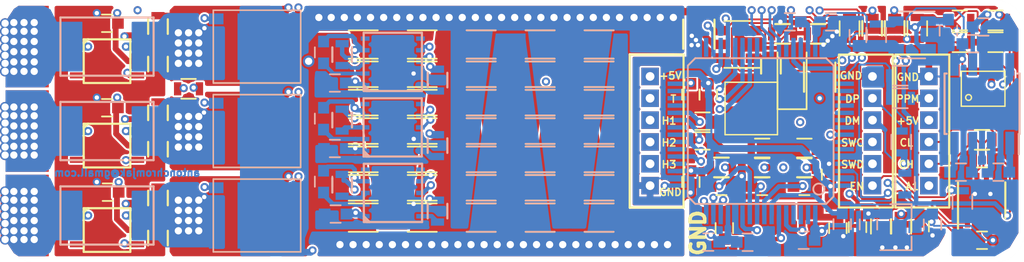
<source format=kicad_pcb>
(kicad_pcb (version 4) (host pcbnew 4.0.6)
  (layers (0 F.Cu signal) (1 In1.Cu signal) (2 In2.Cu signal) (31 B.Cu signal) (34 B.Paste user hide) (35 F.Paste user hide) (36 B.SilkS user hide) (37 F.SilkS user hide) (38 B.Mask user) (39 F.Mask user) (44 Edge.Cuts user))
  (net 0 "")
  (net 1 VDD)
  (net 2 "Net-(Q1-Pad1)")
  (net 3 "Net-(Q2-Pad1)")
  (net 4 VSS)
  (net 5 "Net-(Q3-Pad1)")
  (net 6 "Net-(Q5-Pad1)")
  (net 7 "Net-(Q6-Pad1)")
  (net 8 "Net-(C1-Pad1)")
  (net 9 "Net-(C2-Pad1)")
  (net 10 "Net-(C3-Pad1)")
  (net 11 "Net-(U4-Pad4)")
  (net 12 "Net-(U5-Pad4)")
  (net 13 "Net-(U6-Pad4)")
  (net 14 "Net-(U7-Pad4)")
  (net 15 "Net-(U7-Pad2)")
  (net 16 "Net-(U7-Pad3)")
  (net 17 "Net-(U7-Pad20)")
  (net 18 "Net-(U7-Pad23)")
  (net 19 "Net-(U7-Pad33)")
  (net 20 "Net-(U7-Pad40)")
  (net 21 "Net-(U7-Pad50)")
  (net 22 "Net-(U7-Pad51)")
  (net 23 "Net-(U7-Pad52)")
  (net 24 "Net-(U7-Pad53)")
  (net 25 "Net-(U7-Pad54)")
  (net 26 "Net-(U7-Pad55)")
  (net 27 "Net-(U7-Pad56)")
  (net 28 "Net-(U7-Pad25)")
  (net 29 "Net-(U7-Pad59)")
  (net 30 "Net-(U7-Pad28)")
  (net 31 "Net-(P1-Pad1)")
  (net 32 "Net-(P2-Pad1)")
  (net 33 "Net-(P3-Pad1)")
  (net 34 SH1)
  (net 35 SH2)
  (net 36 SH3)
  (net 37 C1)
  (net 38 C2)
  (net 39 C3)
  (net 40 "Net-(C17-Pad2)")
  (net 41 "Net-(C18-Pad2)")
  (net 42 VCC)
  (net 43 SENS_SUPPLY)
  (net 44 "Net-(R6-Pad2)")
  (net 45 "Net-(R8-Pad2)")
  (net 46 "Net-(R10-Pad2)")
  (net 47 SENS_1)
  (net 48 SENS_2)
  (net 49 SENS_3)
  (net 50 I1)
  (net 51 I2)
  (net 52 I3)
  (net 53 LI1)
  (net 54 HI1)
  (net 55 LI2)
  (net 56 HI2)
  (net 57 LI3)
  (net 58 HI3)
  (net 59 "Net-(C23-Pad1)")
  (net 60 "Net-(C23-Pad2)")
  (net 61 USB-DM)
  (net 62 USB-DP)
  (net 63 "Net-(D3-Pad1)")
  (net 64 "Net-(D4-Pad1)")
  (net 65 LED_GREEN)
  (net 66 LED_RED)
  (net 67 HALL_1)
  (net 68 HALL_2)
  (net 69 HALL_3)
  (net 70 SWCLK)
  (net 71 SWDIO)
  (net 72 "Net-(C30-Pad1)")
  (net 73 "Net-(C31-Pad1)")
  (net 74 SERVO)
  (net 75 TEMP_MOTOR)
  (net 76 RX)
  (net 77 TX)
  (net 78 EN)
  (net 79 servoi)
  (net 80 "Net-(C77-Pad2)")
  (net 81 "Net-(Q4-Pad1)")
  (net 82 +5V)
  (net 83 "Net-(R7-Pad1)")
  (net 84 "Net-(R9-Pad1)")
  (net 85 "Net-(R11-Pad1)")
  (net 86 "Net-(R21-Pad2)")
  (net 87 VAA)
  (net 88 "Net-(C20-Pad2)")
  (net 89 "Net-(P10-Pad4)")
  (net 90 ADC_EXT2)
  (net 91 "Net-(P10-Pad5)")
  (net 92 ADC_EXT1)
  (net 93 +12V)
  (net 94 "Net-(C92-Pad2)")
  (net 95 "Net-(C92-Pad1)")
  (net 96 "Net-(C93-Pad2)")
  (net 97 "Net-(C93-Pad1)")
  (net 98 DRIVER)
  (net 99 CANH)
  (net 100 CANL)
  (net 101 TXC)
  (net 102 RXC)
  (net 103 "Net-(D2-Pad2)")
  (net 104 "Net-(Q7-Pad7)")
  (net 105 "Net-(Q7-Pad5)")
  (net 106 "Net-(C94-Pad1)")
  (net 107 "Net-(L2-Pad1)")
  (module kicad_subory:WSON10__ (layer B.Cu) (at 94.63 86.25 270)
    (fp_text reference U3 hide)
    (fp_text value LM5001)
    (pad 7 smd rect (at -0.8 -1.9 270) (size 0.3 0.6) (layers B.Cu B.Paste B.Mask) (net 58 HI3))
    (pad 9 smd rect (at 0 0 270) (size 3 2.6) (layers B.Cu B.Paste B.Mask) (net 4 VSS))
    (pad 6 smd rect (at -1.6 -1.9 270) (size 0.3 0.6) (layers B.Cu B.Paste B.Mask))
    (pad 5 smd rect (at -1.6 1.9 270) (size 0.3 0.6) (layers B.Cu B.Paste B.Mask))
    (pad 8 smd rect (at 0 -1.9 270) (size 0.3 0.6) (layers B.Cu B.Paste B.Mask) (net 57 LI3))
    (pad 3 smd rect (at 0 1.9 270) (size 0.3 0.6) (layers B.Cu B.Paste B.Mask) (net 46 "Net-(R10-Pad2)"))
    (pad 2 smd rect (at 0.8 1.9 270) (size 0.3 0.6) (layers B.Cu B.Paste B.Mask) (net 10 "Net-(C3-Pad1)"))
    (pad 1 smd rect (at 1.6 1.9 270) (size 0.3 0.6) (layers B.Cu B.Paste B.Mask) (net 93 +12V))
    (pad 4 smd rect (at -0.8 1.9 270) (size 0.3 0.6) (layers B.Cu B.Paste B.Mask) (net 36 SH3))
    (pad 9 smd rect (at 0.8 -1.9 270) (size 0.3 0.6) (layers B.Cu B.Paste B.Mask) (net 4 VSS))
    (pad 10 smd rect (at 1.6 -1.9 270) (size 0.3 0.6) (layers B.Cu B.Paste B.Mask) (net 85 "Net-(R11-Pad1)"))
  )
  (module Resistors_SMD:R_1206 (layer F.Cu) (at 96.65 94.9)
    (fp_text reference C13 hide)
    (fp_text value 10u)
    (pad 1 smd rect (at -1.45 0) (size 0.9 1.7) (layers F.Cu F.Paste F.Mask) (net 1 VDD))
    (pad 2 smd rect (at 1.45 0) (size 0.9 1.7) (layers F.Cu F.Paste F.Mask) (net 4 VSS))
  )
  (module Resistors_SMD:R_0603 (layer F.Cu) (at 129.55 97.55 90)
    (fp_text reference R34 hide)
    (fp_text value 10k)
    (pad 1 smd rect (at -0.75 0 90) (size 0.5 0.9) (layers F.Cu F.Paste F.Mask) (net 87 VAA))
    (pad 2 smd rect (at 0.75 0 90) (size 0.5 0.9) (layers F.Cu F.Paste F.Mask) (net 75 TEMP_MOTOR))
  )
  (module Capacitors_SMD:C_0603 (layer F.Cu) (at 130.85 97.55 90)
    (fp_text reference C78 hide)
    (fp_text value 2u2)
    (pad 1 smd rect (at -0.75 0 90) (size 0.8 0.75) (layers F.Cu F.Paste F.Mask) (net 4 VSS))
    (pad 2 smd rect (at 0.75 0 90) (size 0.8 0.75) (layers F.Cu F.Paste F.Mask) (net 75 TEMP_MOTOR))
  )
  (module Resistors_SMD:R_0603 (layer F.Cu) (at 126 83.95 270)
    (fp_text reference R33 hide)
    (fp_text value 10k)
    (pad 1 smd rect (at -0.75 0 270) (size 0.5 0.9) (layers F.Cu F.Paste F.Mask) (net 1 VDD))
    (pad 2 smd rect (at 0.75 0 270) (size 0.5 0.9) (layers F.Cu F.Paste F.Mask) (net 78 EN))
  )
  (module Resistors_SMD:R_0603 (layer F.Cu) (at 80.6 88.1)
    (fp_text reference R32 hide)
    (fp_text value 10kNTC)
    (pad 1 smd rect (at -0.75 0) (size 0.5 0.9) (layers F.Cu F.Paste F.Mask) (net 87 VAA))
    (pad 2 smd rect (at 0.75 0) (size 0.5 0.9) (layers F.Cu F.Paste F.Mask) (net 80 "Net-(C77-Pad2)"))
  )
  (module Resistors_SMD:R_0603 (layer F.Cu) (at 128.15 97.55 90)
    (fp_text reference R31 hide)
    (fp_text value 10k)
    (pad 1 smd rect (at -0.75 0 90) (size 0.5 0.9) (layers F.Cu F.Paste F.Mask) (net 4 VSS))
    (pad 2 smd rect (at 0.75 0 90) (size 0.5 0.9) (layers F.Cu F.Paste F.Mask) (net 80 "Net-(C77-Pad2)"))
  )
  (module Capacitors_SMD:C_0603 (layer F.Cu) (at 126.55 97.6 90)
    (fp_text reference C77 hide)
    (fp_text value 2u2)
    (pad 1 smd rect (at -0.75 0 90) (size 0.8 0.75) (layers F.Cu F.Paste F.Mask) (net 4 VSS))
    (pad 2 smd rect (at 0.75 0 90) (size 0.8 0.75) (layers F.Cu F.Paste F.Mask) (net 80 "Net-(C77-Pad2)"))
  )
  (module Resistors_SMD:R_0603 (layer B.Cu) (at 129.5 88.75 180)
    (fp_text reference R30 hide)
    (fp_text value 100R)
    (pad 1 smd rect (at -0.75 0 180) (size 0.5 0.9) (layers B.Cu B.Paste B.Mask) (net 79 servoi))
    (pad 2 smd rect (at 0.75 0 180) (size 0.5 0.9) (layers B.Cu B.Paste B.Mask) (net 74 SERVO))
  )
  (module Resistors_SMD:R_0603 (layer B.Cu) (at 129.5 87.2 180)
    (fp_text reference C76 hide)
    (fp_text value 100n)
    (pad 1 smd rect (at -0.75 0 180) (size 0.5 0.9) (layers B.Cu B.Paste B.Mask) (net 4 VSS))
    (pad 2 smd rect (at 0.75 0 180) (size 0.5 0.9) (layers B.Cu B.Paste B.Mask) (net 74 SERVO))
  )
  (module Resistors_SMD:R_1206 (layer F.Cu) (at 104.75 91)
    (fp_text reference C73 hide)
    (fp_text value C)
    (pad 1 smd rect (at -1.45 0) (size 0.9 1.7) (layers F.Cu F.Paste F.Mask) (net 1 VDD))
    (pad 2 smd rect (at 1.45 0) (size 0.9 1.7) (layers F.Cu F.Paste F.Mask) (net 4 VSS))
  )
  (module Resistors_SMD:R_1206 (layer F.Cu) (at 96.65 87.1)
    (fp_text reference C72 hide)
    (fp_text value C)
    (pad 1 smd rect (at -1.45 0) (size 0.9 1.7) (layers F.Cu F.Paste F.Mask) (net 1 VDD))
    (pad 2 smd rect (at 1.45 0) (size 0.9 1.7) (layers F.Cu F.Paste F.Mask) (net 4 VSS))
  )
  (module Resistors_SMD:R_1206 (layer F.Cu) (at 96.65 89.05)
    (fp_text reference C71 hide)
    (fp_text value C)
    (pad 1 smd rect (at -1.45 0) (size 0.9 1.7) (layers F.Cu F.Paste F.Mask) (net 1 VDD))
    (pad 2 smd rect (at 1.45 0) (size 0.9 1.7) (layers F.Cu F.Paste F.Mask) (net 4 VSS))
  )
  (module Resistors_SMD:R_1206 (layer F.Cu) (at 100.7 87.1 180)
    (fp_text reference C70 hide)
    (fp_text value C)
    (pad 1 smd rect (at -1.45 0 180) (size 0.9 1.7) (layers F.Cu F.Paste F.Mask) (net 1 VDD))
    (pad 2 smd rect (at 1.45 0 180) (size 0.9 1.7) (layers F.Cu F.Paste F.Mask) (net 4 VSS))
  )
  (module Resistors_SMD:R_1206 (layer F.Cu) (at 92.6 96.85 180)
    (fp_text reference C69 hide)
    (fp_text value C)
    (pad 1 smd rect (at -1.45 0 180) (size 0.9 1.7) (layers F.Cu F.Paste F.Mask) (net 1 VDD))
    (pad 2 smd rect (at 1.45 0 180) (size 0.9 1.7) (layers F.Cu F.Paste F.Mask) (net 4 VSS))
  )
  (module Resistors_SMD:R_1206 (layer F.Cu) (at 108.8 89.05 180)
    (fp_text reference C68 hide)
    (fp_text value C)
    (pad 1 smd rect (at -1.45 0 180) (size 0.9 1.7) (layers F.Cu F.Paste F.Mask) (net 1 VDD))
    (pad 2 smd rect (at 1.45 0 180) (size 0.9 1.7) (layers F.Cu F.Paste F.Mask) (net 4 VSS))
  )
  (module Resistors_SMD:R_1206 (layer B.Cu) (at 100.7 92.95)
    (fp_text reference C67 hide)
    (fp_text value C)
    (pad 1 smd rect (at -1.45 0) (size 0.9 1.7) (layers B.Cu B.Paste B.Mask) (net 1 VDD))
    (pad 2 smd rect (at 1.45 0) (size 0.9 1.7) (layers B.Cu B.Paste B.Mask) (net 4 VSS))
  )
  (module Resistors_SMD:R_1206 (layer B.Cu) (at 104.75 92.95 180)
    (fp_text reference C66 hide)
    (fp_text value C)
    (pad 1 smd rect (at -1.45 0 180) (size 0.9 1.7) (layers B.Cu B.Paste B.Mask) (net 1 VDD))
    (pad 2 smd rect (at 1.45 0 180) (size 0.9 1.7) (layers B.Cu B.Paste B.Mask) (net 4 VSS))
  )
  (module Resistors_SMD:R_1206 (layer B.Cu) (at 104.75 87.1 180)
    (fp_text reference C65 hide)
    (fp_text value C)
    (pad 1 smd rect (at -1.45 0 180) (size 0.9 1.7) (layers B.Cu B.Paste B.Mask) (net 1 VDD))
    (pad 2 smd rect (at 1.45 0 180) (size 0.9 1.7) (layers B.Cu B.Paste B.Mask) (net 4 VSS))
  )
  (module Resistors_SMD:R_1206 (layer F.Cu) (at 108.8 96.85 180)
    (fp_text reference C64 hide)
    (fp_text value C)
    (pad 1 smd rect (at -1.45 0 180) (size 0.9 1.7) (layers F.Cu F.Paste F.Mask) (net 1 VDD))
    (pad 2 smd rect (at 1.45 0 180) (size 0.9 1.7) (layers F.Cu F.Paste F.Mask) (net 4 VSS))
  )
  (module Resistors_SMD:R_1206 (layer F.Cu) (at 100.7 89.05 180)
    (fp_text reference C59 hide)
    (fp_text value C)
    (pad 1 smd rect (at -1.45 0 180) (size 0.9 1.7) (layers F.Cu F.Paste F.Mask) (net 1 VDD))
    (pad 2 smd rect (at 1.45 0 180) (size 0.9 1.7) (layers F.Cu F.Paste F.Mask) (net 4 VSS))
  )
  (module Resistors_SMD:R_1206 (layer F.Cu) (at 92.6 91 180)
    (fp_text reference C58 hide)
    (fp_text value C)
    (pad 1 smd rect (at -1.45 0 180) (size 0.9 1.7) (layers F.Cu F.Paste F.Mask) (net 1 VDD))
    (pad 2 smd rect (at 1.45 0 180) (size 0.9 1.7) (layers F.Cu F.Paste F.Mask) (net 4 VSS))
  )
  (module Resistors_SMD:R_1206 (layer F.Cu) (at 96.65 91)
    (fp_text reference C57 hide)
    (fp_text value C)
    (pad 1 smd rect (at -1.45 0) (size 0.9 1.7) (layers F.Cu F.Paste F.Mask) (net 1 VDD))
    (pad 2 smd rect (at 1.45 0) (size 0.9 1.7) (layers F.Cu F.Paste F.Mask) (net 4 VSS))
  )
  (module Resistors_SMD:R_1206 (layer F.Cu) (at 100.7 96.85 180)
    (fp_text reference C56 hide)
    (fp_text value C)
    (pad 1 smd rect (at -1.45 0 180) (size 0.9 1.7) (layers F.Cu F.Paste F.Mask) (net 1 VDD))
    (pad 2 smd rect (at 1.45 0 180) (size 0.9 1.7) (layers F.Cu F.Paste F.Mask) (net 4 VSS))
  )
  (module Resistors_SMD:R_1206 (layer F.Cu) (at 104.75 92.95)
    (fp_text reference C55 hide)
    (fp_text value C)
    (pad 1 smd rect (at -1.45 0) (size 0.9 1.7) (layers F.Cu F.Paste F.Mask) (net 1 VDD))
    (pad 2 smd rect (at 1.45 0) (size 0.9 1.7) (layers F.Cu F.Paste F.Mask) (net 4 VSS))
  )
  (module Resistors_SMD:R_1206 (layer F.Cu) (at 96.65 96.85)
    (fp_text reference C54 hide)
    (fp_text value C)
    (pad 1 smd rect (at -1.45 0) (size 0.9 1.7) (layers F.Cu F.Paste F.Mask) (net 1 VDD))
    (pad 2 smd rect (at 1.45 0) (size 0.9 1.7) (layers F.Cu F.Paste F.Mask) (net 4 VSS))
  )
  (module Resistors_SMD:R_1206 (layer F.Cu) (at 100.7 94.9 180)
    (fp_text reference C53 hide)
    (fp_text value C)
    (pad 1 smd rect (at -1.45 0 180) (size 0.9 1.7) (layers F.Cu F.Paste F.Mask) (net 1 VDD))
    (pad 2 smd rect (at 1.45 0 180) (size 0.9 1.7) (layers F.Cu F.Paste F.Mask) (net 4 VSS))
  )
  (module Resistors_SMD:R_1206 (layer F.Cu) (at 104.75 94.9)
    (fp_text reference C52 hide)
    (fp_text value C)
    (pad 1 smd rect (at -1.45 0) (size 0.9 1.7) (layers F.Cu F.Paste F.Mask) (net 1 VDD))
    (pad 2 smd rect (at 1.45 0) (size 0.9 1.7) (layers F.Cu F.Paste F.Mask) (net 4 VSS))
  )
  (module Resistors_SMD:R_1206 (layer F.Cu) (at 104.75 87.1)
    (fp_text reference C51 hide)
    (fp_text value C)
    (pad 1 smd rect (at -1.45 0) (size 0.9 1.7) (layers F.Cu F.Paste F.Mask) (net 1 VDD))
    (pad 2 smd rect (at 1.45 0) (size 0.9 1.7) (layers F.Cu F.Paste F.Mask) (net 4 VSS))
  )
  (module Resistors_SMD:R_1206 (layer F.Cu) (at 100.7 92.95 180)
    (fp_text reference C50 hide)
    (fp_text value C)
    (pad 1 smd rect (at -1.45 0 180) (size 0.9 1.7) (layers F.Cu F.Paste F.Mask) (net 1 VDD))
    (pad 2 smd rect (at 1.45 0 180) (size 0.9 1.7) (layers F.Cu F.Paste F.Mask) (net 4 VSS))
  )
  (module Resistors_SMD:R_1206 (layer F.Cu) (at 104.75 85.15)
    (fp_text reference C49 hide)
    (fp_text value C)
    (pad 1 smd rect (at -1.45 0) (size 0.9 1.7) (layers F.Cu F.Paste F.Mask) (net 1 VDD))
    (pad 2 smd rect (at 1.45 0) (size 0.9 1.7) (layers F.Cu F.Paste F.Mask) (net 4 VSS))
  )
  (module Resistors_SMD:R_1206 (layer F.Cu) (at 104.75 96.85)
    (fp_text reference C48 hide)
    (fp_text value 10u)
    (pad 1 smd rect (at -1.45 0) (size 0.9 1.7) (layers F.Cu F.Paste F.Mask) (net 1 VDD))
    (pad 2 smd rect (at 1.45 0) (size 0.9 1.7) (layers F.Cu F.Paste F.Mask) (net 4 VSS))
  )
  (module Resistors_SMD:R_1206 (layer F.Cu) (at 108.8 92.95 180)
    (fp_text reference C47 hide)
    (fp_text value C)
    (pad 1 smd rect (at -1.45 0 180) (size 0.9 1.7) (layers F.Cu F.Paste F.Mask) (net 1 VDD))
    (pad 2 smd rect (at 1.45 0 180) (size 0.9 1.7) (layers F.Cu F.Paste F.Mask) (net 4 VSS))
  )
  (module Resistors_SMD:R_1206 (layer F.Cu) (at 96.65 92.95)
    (fp_text reference C46 hide)
    (fp_text value C)
    (pad 1 smd rect (at -1.45 0) (size 0.9 1.7) (layers F.Cu F.Paste F.Mask) (net 1 VDD))
    (pad 2 smd rect (at 1.45 0) (size 0.9 1.7) (layers F.Cu F.Paste F.Mask) (net 4 VSS))
  )
  (module Resistors_SMD:R_1206 (layer F.Cu) (at 96.65 85.15)
    (fp_text reference C45 hide)
    (fp_text value C)
    (pad 1 smd rect (at -1.45 0) (size 0.9 1.7) (layers F.Cu F.Paste F.Mask) (net 1 VDD))
    (pad 2 smd rect (at 1.45 0) (size 0.9 1.7) (layers F.Cu F.Paste F.Mask) (net 4 VSS))
  )
  (module Resistors_SMD:R_1206 (layer F.Cu) (at 100.7 85.15 180)
    (fp_text reference C44 hide)
    (fp_text value C)
    (pad 1 smd rect (at -1.45 0 180) (size 0.9 1.7) (layers F.Cu F.Paste F.Mask) (net 1 VDD))
    (pad 2 smd rect (at 1.45 0 180) (size 0.9 1.7) (layers F.Cu F.Paste F.Mask) (net 4 VSS))
  )
  (module Resistors_SMD:R_1206 (layer B.Cu) (at 100.7 89.05)
    (fp_text reference C43 hide)
    (fp_text value C)
    (pad 1 smd rect (at -1.45 0) (size 0.9 1.7) (layers B.Cu B.Paste B.Mask) (net 1 VDD))
    (pad 2 smd rect (at 1.45 0) (size 0.9 1.7) (layers B.Cu B.Paste B.Mask) (net 4 VSS))
  )
  (module Resistors_SMD:R_1206 (layer F.Cu) (at 92.6 94.9 180)
    (fp_text reference C42 hide)
    (fp_text value C)
    (pad 1 smd rect (at -1.45 0 180) (size 0.9 1.7) (layers F.Cu F.Paste F.Mask) (net 1 VDD))
    (pad 2 smd rect (at 1.45 0 180) (size 0.9 1.7) (layers F.Cu F.Paste F.Mask) (net 4 VSS))
  )
  (module Resistors_SMD:R_1206 (layer B.Cu) (at 100.7 96.85)
    (fp_text reference C41 hide)
    (fp_text value C)
    (pad 1 smd rect (at -1.45 0) (size 0.9 1.7) (layers B.Cu B.Paste B.Mask) (net 1 VDD))
    (pad 2 smd rect (at 1.45 0) (size 0.9 1.7) (layers B.Cu B.Paste B.Mask) (net 4 VSS))
  )
  (module Resistors_SMD:R_1206 (layer F.Cu) (at 108.8 91 180)
    (fp_text reference C40 hide)
    (fp_text value C)
    (pad 1 smd rect (at -1.45 0 180) (size 0.9 1.7) (layers F.Cu F.Paste F.Mask) (net 1 VDD))
    (pad 2 smd rect (at 1.45 0 180) (size 0.9 1.7) (layers F.Cu F.Paste F.Mask) (net 4 VSS))
  )
  (module Resistors_SMD:R_1206 (layer B.Cu) (at 104.75 89.05 180)
    (fp_text reference C38 hide)
    (fp_text value C)
    (pad 1 smd rect (at -1.45 0 180) (size 0.9 1.7) (layers B.Cu B.Paste B.Mask) (net 1 VDD))
    (pad 2 smd rect (at 1.45 0 180) (size 0.9 1.7) (layers B.Cu B.Paste B.Mask) (net 4 VSS))
  )
  (module Resistors_SMD:R_1206 (layer B.Cu) (at 104.75 91 180)
    (fp_text reference C37 hide)
    (fp_text value C)
    (pad 1 smd rect (at -1.45 0 180) (size 0.9 1.7) (layers B.Cu B.Paste B.Mask) (net 1 VDD))
    (pad 2 smd rect (at 1.45 0 180) (size 0.9 1.7) (layers B.Cu B.Paste B.Mask) (net 4 VSS))
  )
  (module Resistors_SMD:R_1206 (layer F.Cu) (at 100.7 91 180)
    (fp_text reference C34 hide)
    (fp_text value C)
    (pad 1 smd rect (at -1.45 0 180) (size 0.9 1.7) (layers F.Cu F.Paste F.Mask) (net 1 VDD))
    (pad 2 smd rect (at 1.45 0 180) (size 0.9 1.7) (layers F.Cu F.Paste F.Mask) (net 4 VSS))
  )
  (module Resistors_SMD:R_1206 (layer B.Cu) (at 100.7 87.1)
    (fp_text reference C33 hide)
    (fp_text value C)
    (pad 1 smd rect (at -1.45 0) (size 0.9 1.7) (layers B.Cu B.Paste B.Mask) (net 1 VDD))
    (pad 2 smd rect (at 1.45 0) (size 0.9 1.7) (layers B.Cu B.Paste B.Mask) (net 4 VSS))
  )
  (module Resistors_SMD:R_1206 (layer F.Cu) (at 108.8 94.9 180)
    (fp_text reference C12 hide)
    (fp_text value 10u)
    (pad 1 smd rect (at -1.45 0 180) (size 0.9 1.7) (layers F.Cu F.Paste F.Mask) (net 1 VDD))
    (pad 2 smd rect (at 1.45 0 180) (size 0.9 1.7) (layers F.Cu F.Paste F.Mask) (net 4 VSS))
  )
  (module Resistors_SMD:R_1206 (layer B.Cu) (at 104.75 85.15 180)
    (fp_text reference C5 hide)
    (fp_text value 10u)
    (pad 1 smd rect (at -1.45 0 180) (size 0.9 1.7) (layers B.Cu B.Paste B.Mask) (net 1 VDD))
    (pad 2 smd rect (at 1.45 0 180) (size 0.9 1.7) (layers B.Cu B.Paste B.Mask) (net 4 VSS))
  )
  (module Resistors_SMD:R_1206 (layer B.Cu) (at 100.7 94.9)
    (fp_text reference C4 hide)
    (fp_text value 10u)
    (pad 1 smd rect (at -1.45 0) (size 0.9 1.7) (layers B.Cu B.Paste B.Mask) (net 1 VDD))
    (pad 2 smd rect (at 1.45 0) (size 0.9 1.7) (layers B.Cu B.Paste B.Mask) (net 4 VSS))
  )
  (module mojaKniznica:5x3.2KRISTALL (layer F.Cu) (at 121.32331 97.667094 180)
    (fp_text reference X1 hide)
    (fp_text value CRYSTAL_SMD hide)
    (pad 3 smd rect (at -1.99898 -1.19888 180) (size 1.80086 1.19888) (layers F.Cu F.Paste F.Mask) (net 4 VSS))
    (pad 2 smd rect (at 1.99898 -1.19888 180) (size 1.80086 1.19888) (layers F.Cu F.Paste F.Mask) (net 73 "Net-(C31-Pad1)"))
    (pad 1 smd rect (at -1.99898 1.19888 180) (size 1.80086 1.19888) (layers F.Cu F.Paste F.Mask) (net 72 "Net-(C30-Pad1)"))
    (pad 3 smd rect (at 1.99898 1.19888 180) (size 1.80086 1.19888) (layers F.Cu F.Paste F.Mask) (net 4 VSS))
  )
  (module Capacitors_SMD:C_0603 (layer F.Cu) (at 117.4 97.667094 90)
    (fp_text reference C31 hide)
    (fp_text value 10pF)
    (pad 1 smd rect (at -0.75 0 90) (size 0.8 0.75) (layers F.Cu F.Paste F.Mask) (net 73 "Net-(C31-Pad1)"))
    (pad 2 smd rect (at 0.75 0 90) (size 0.8 0.75) (layers F.Cu F.Paste F.Mask) (net 4 VSS))
  )
  (module Capacitors_SMD:C_0603 (layer F.Cu) (at 125.2 97.667094 270)
    (fp_text reference C30 hide)
    (fp_text value 10pF)
    (pad 1 smd rect (at -0.75 0 270) (size 0.8 0.75) (layers F.Cu F.Paste F.Mask) (net 72 "Net-(C30-Pad1)"))
    (pad 2 smd rect (at 0.75 0 270) (size 0.8 0.75) (layers F.Cu F.Paste F.Mask) (net 4 VSS))
  )
  (module Resistors_SMD:R_0603 (layer F.Cu) (at 120 92.2 180)
    (fp_text reference R29 hide)
    (fp_text value 220R)
    (pad 1 smd rect (at -0.75 0 180) (size 0.5 0.9) (layers F.Cu F.Paste F.Mask) (net 4 VSS))
    (pad 2 smd rect (at 0.75 0 180) (size 0.5 0.9) (layers F.Cu F.Paste F.Mask) (net 63 "Net-(D3-Pad1)"))
  )
  (module Resistors_SMD:R_0603 (layer F.Cu) (at 122.9 92.2)
    (fp_text reference R28 hide)
    (fp_text value 220R)
    (pad 1 smd rect (at -0.75 0) (size 0.5 0.9) (layers F.Cu F.Paste F.Mask) (net 4 VSS))
    (pad 2 smd rect (at 0.75 0) (size 0.5 0.9) (layers F.Cu F.Paste F.Mask) (net 64 "Net-(D4-Pad1)"))
  )
  (module Resistors_SMD:R_0603 (layer F.Cu) (at 115.9 90.4 180)
    (fp_text reference D4 hide)
    (fp_text value LED)
    (pad 1 smd rect (at -0.75 0 180) (size 0.5 0.9) (layers F.Cu F.Paste F.Mask) (net 64 "Net-(D4-Pad1)"))
    (pad 2 smd rect (at 0.75 0 180) (size 0.5 0.9) (layers F.Cu F.Paste F.Mask) (net 66 LED_RED))
  )
  (module Resistors_SMD:R_0603 (layer F.Cu) (at 115.9 91.6 180)
    (fp_text reference D3 hide)
    (fp_text value LED)
    (pad 1 smd rect (at -0.75 0 180) (size 0.5 0.9) (layers F.Cu F.Paste F.Mask) (net 63 "Net-(D3-Pad1)"))
    (pad 2 smd rect (at 0.75 0 180) (size 0.5 0.9) (layers F.Cu F.Paste F.Mask) (net 65 LED_GREEN))
  )
  (module Resistors_SMD:R_0603 (layer B.Cu) (at 129.55 91.75 270)
    (fp_text reference R27 hide)
    (fp_text value 22R)
    (pad 1 smd rect (at -0.75 0 270) (size 0.5 0.9) (layers B.Cu B.Paste B.Mask) (net 91 "Net-(P10-Pad5)"))
    (pad 2 smd rect (at 0.75 0 270) (size 0.5 0.9) (layers B.Cu B.Paste B.Mask) (net 62 USB-DP))
  )
  (module Resistors_SMD:R_0603 (layer B.Cu) (at 129.8 94.64 90)
    (fp_text reference R25 hide)
    (fp_text value 22R)
    (pad 1 smd rect (at -0.75 0 90) (size 0.5 0.9) (layers B.Cu B.Paste B.Mask) (net 89 "Net-(P10-Pad4)"))
    (pad 2 smd rect (at 0.75 0 90) (size 0.5 0.9) (layers B.Cu B.Paste B.Mask) (net 61 USB-DM))
  )
  (module TO_SOT_Packages_SMD:SOT-23-6 (layer F.Cu) (at 118.3 85.05 180)
    (fp_text reference U8 hide)
    (fp_text value LMR16006)
    (pad 1 smd rect (at -1.1 -0.95 180) (size 1.06 0.65) (layers F.Cu F.Paste F.Mask) (net 60 "Net-(C23-Pad2)"))
    (pad 2 smd rect (at -1.1 0 180) (size 1.06 0.65) (layers F.Cu F.Paste F.Mask) (net 4 VSS))
    (pad 3 smd rect (at -1.1 0.95 180) (size 1.06 0.65) (layers F.Cu F.Paste F.Mask) (net 86 "Net-(R21-Pad2)"))
    (pad 4 smd rect (at 1.1 0.95 180) (size 1.06 0.65) (layers F.Cu F.Paste F.Mask) (net 78 EN))
    (pad 6 smd rect (at 1.1 -0.95 180) (size 1.06 0.65) (layers F.Cu F.Paste F.Mask) (net 59 "Net-(C23-Pad1)"))
    (pad 5 smd rect (at 1.1 0 180) (size 1.06 0.65) (layers F.Cu F.Paste F.Mask) (net 1 VDD))
  )
  (module Resistors_SMD:R_0603 (layer F.Cu) (at 121.4 84.325)
    (fp_text reference R22 hide)
    (fp_text value 8k)
    (pad 1 smd rect (at -0.75 0) (size 0.5 0.9) (layers F.Cu F.Paste F.Mask) (net 82 +5V))
    (pad 2 smd rect (at 0.75 0) (size 0.5 0.9) (layers F.Cu F.Paste F.Mask) (net 86 "Net-(R21-Pad2)"))
  )
  (module Resistors_SMD:R_0603 (layer F.Cu) (at 123.85 84.325 180)
    (fp_text reference R21 hide)
    (fp_text value 510R)
    (pad 1 smd rect (at -0.75 0 180) (size 0.5 0.9) (layers F.Cu F.Paste F.Mask) (net 4 VSS))
    (pad 2 smd rect (at 0.75 0 180) (size 0.5 0.9) (layers F.Cu F.Paste F.Mask) (net 86 "Net-(R21-Pad2)"))
  )
  (module Diodes_SMD:D_SOD-123 (layer F.Cu) (at 122.05 87.25 90)
    (fp_text reference D1 hide)
    (fp_text value D_Schottky)
    (pad 1 smd rect (at -1.65 0 90) (size 0.9 1.2) (layers F.Cu F.Paste F.Mask) (net 59 "Net-(C23-Pad1)"))
    (pad 2 smd rect (at 1.65 0 90) (size 0.9 1.2) (layers F.Cu F.Paste F.Mask) (net 4 VSS))
  )
  (module Resistors_SMD:R_1206 (layer F.Cu) (at 123.95 87.3 270)
    (fp_text reference C25 hide)
    (fp_text value 10u)
    (pad 1 smd rect (at -1.45 0 270) (size 0.9 1.7) (layers F.Cu F.Paste F.Mask) (net 4 VSS))
    (pad 2 smd rect (at 1.45 0 270) (size 0.9 1.7) (layers F.Cu F.Paste F.Mask) (net 82 +5V))
  )
  (module Resistors_SMD:R_1206 (layer F.Cu) (at 115.65 84.35 90)
    (fp_text reference C24 hide)
    (fp_text value 10u)
    (pad 1 smd rect (at -1.45 0 90) (size 0.9 1.7) (layers F.Cu F.Paste F.Mask) (net 4 VSS))
    (pad 2 smd rect (at 1.45 0 90) (size 0.9 1.7) (layers F.Cu F.Paste F.Mask) (net 1 VDD))
  )
  (module Resistors_SMD:R_0603 (layer F.Cu) (at 120.6 86.55 90)
    (fp_text reference C23 hide)
    (fp_text value 220nF)
    (pad 1 smd rect (at -0.75 0 90) (size 0.5 0.9) (layers F.Cu F.Paste F.Mask) (net 59 "Net-(C23-Pad1)"))
    (pad 2 smd rect (at 0.75 0 90) (size 0.5 0.9) (layers F.Cu F.Paste F.Mask) (net 60 "Net-(C23-Pad2)"))
  )
  (module Resistors_SMD:R_0603 (layer F.Cu) (at 117.2 93.5 180)
    (fp_text reference R20 hide)
    (fp_text value 100R)
    (pad 1 smd rect (at -0.75 0 180) (size 0.5 0.9) (layers F.Cu F.Paste F.Mask) (net 52 I3))
    (pad 2 smd rect (at 0.75 0 180) (size 0.5 0.9) (layers F.Cu F.Paste F.Mask) (net 39 C3))
  )
  (module Resistors_SMD:R_0603 (layer F.Cu) (at 120 93.5 180)
    (fp_text reference R19 hide)
    (fp_text value 100R)
    (pad 1 smd rect (at -0.75 0 180) (size 0.5 0.9) (layers F.Cu F.Paste F.Mask) (net 51 I2))
    (pad 2 smd rect (at 0.75 0 180) (size 0.5 0.9) (layers F.Cu F.Paste F.Mask) (net 38 C2))
  )
  (module Resistors_SMD:R_0603 (layer F.Cu) (at 122.9 93.5 180)
    (fp_text reference R18 hide)
    (fp_text value 100R)
    (pad 1 smd rect (at -0.75 0 180) (size 0.5 0.9) (layers F.Cu F.Paste F.Mask) (net 50 I1))
    (pad 2 smd rect (at 0.75 0 180) (size 0.5 0.9) (layers F.Cu F.Paste F.Mask) (net 37 C1))
  )
  (module Resistors_SMD:R_0603 (layer F.Cu) (at 78.5 86.4 90)
    (fp_text reference R17 hide)
    (fp_text value 2k2)
    (pad 1 smd rect (at -0.75 0 90) (size 0.5 0.9) (layers F.Cu F.Paste F.Mask) (net 4 VSS))
    (pad 2 smd rect (at 0.75 0 90) (size 0.5 0.9) (layers F.Cu F.Paste F.Mask) (net 49 SENS_3))
  )
  (module Resistors_SMD:R_0603 (layer F.Cu) (at 78.5 83.825 90)
    (fp_text reference R16 hide)
    (fp_text value 25k5)
    (pad 1 smd rect (at -0.75 0 90) (size 0.5 0.9) (layers F.Cu F.Paste F.Mask) (net 49 SENS_3))
    (pad 2 smd rect (at 0.75 0 90) (size 0.5 0.9) (layers F.Cu F.Paste F.Mask) (net 36 SH3))
  )
  (module Resistors_SMD:R_0603 (layer F.Cu) (at 78.5 98.35 90)
    (fp_text reference R15 hide)
    (fp_text value 2k2)
    (pad 1 smd rect (at -0.75 0 90) (size 0.5 0.9) (layers F.Cu F.Paste F.Mask) (net 4 VSS))
    (pad 2 smd rect (at 0.75 0 90) (size 0.5 0.9) (layers F.Cu F.Paste F.Mask) (net 48 SENS_2))
  )
  (module Resistors_SMD:R_0603 (layer F.Cu) (at 78.5 95.6 90)
    (fp_text reference R14 hide)
    (fp_text value 25k5)
    (pad 1 smd rect (at -0.75 0 90) (size 0.5 0.9) (layers F.Cu F.Paste F.Mask) (net 48 SENS_2))
    (pad 2 smd rect (at 0.75 0 90) (size 0.5 0.9) (layers F.Cu F.Paste F.Mask) (net 35 SH2))
  )
  (module Resistors_SMD:R_0603 (layer F.Cu) (at 78.5 92.25 90)
    (fp_text reference R13 hide)
    (fp_text value 2k2)
    (pad 1 smd rect (at -0.75 0 90) (size 0.5 0.9) (layers F.Cu F.Paste F.Mask) (net 4 VSS))
    (pad 2 smd rect (at 0.75 0 90) (size 0.5 0.9) (layers F.Cu F.Paste F.Mask) (net 47 SENS_1))
  )
  (module Resistors_SMD:R_0603 (layer F.Cu) (at 78.5 89.75 90)
    (fp_text reference R12 hide)
    (fp_text value 25k5)
    (pad 1 smd rect (at -0.75 0 90) (size 0.5 0.9) (layers F.Cu F.Paste F.Mask) (net 47 SENS_1))
    (pad 2 smd rect (at 0.75 0 90) (size 0.5 0.9) (layers F.Cu F.Paste F.Mask) (net 34 SH1))
  )
  (module Resistors_SMD:R_0603 (layer B.Cu) (at 97.7 87.5 90)
    (fp_text reference R11 hide)
    (fp_text value 7R5)
    (pad 1 smd rect (at -0.75 0 90) (size 0.5 0.9) (layers B.Cu B.Paste B.Mask) (net 85 "Net-(R11-Pad1)"))
    (pad 2 smd rect (at 0.75 0 90) (size 0.5 0.9) (layers B.Cu B.Paste B.Mask) (net 7 "Net-(Q6-Pad1)"))
  )
  (module Resistors_SMD:R_0603 (layer B.Cu) (at 91.15 85.75 270)
    (fp_text reference R10 hide)
    (fp_text value 7R5)
    (pad 1 smd rect (at -0.75 0 270) (size 0.5 0.9) (layers B.Cu B.Paste B.Mask) (net 6 "Net-(Q5-Pad1)"))
    (pad 2 smd rect (at 0.75 0 270) (size 0.5 0.9) (layers B.Cu B.Paste B.Mask) (net 46 "Net-(R10-Pad2)"))
  )
  (module Resistors_SMD:R_0603 (layer B.Cu) (at 97.7 96.5 90)
    (fp_text reference R9 hide)
    (fp_text value 7R5)
    (pad 1 smd rect (at -0.75 0 90) (size 0.5 0.9) (layers B.Cu B.Paste B.Mask) (net 84 "Net-(R9-Pad1)"))
    (pad 2 smd rect (at 0.75 0 90) (size 0.5 0.9) (layers B.Cu B.Paste B.Mask) (net 81 "Net-(Q4-Pad1)"))
  )
  (module Resistors_SMD:R_0603 (layer B.Cu) (at 91.15 94.725 270)
    (fp_text reference R8 hide)
    (fp_text value 7R5)
    (pad 1 smd rect (at -0.75 0 270) (size 0.5 0.9) (layers B.Cu B.Paste B.Mask) (net 5 "Net-(Q3-Pad1)"))
    (pad 2 smd rect (at 0.75 0 270) (size 0.5 0.9) (layers B.Cu B.Paste B.Mask) (net 45 "Net-(R8-Pad2)"))
  )
  (module Resistors_SMD:R_0603 (layer B.Cu) (at 97.7 92 90)
    (fp_text reference R7 hide)
    (fp_text value 7R5)
    (pad 1 smd rect (at -0.75 0 90) (size 0.5 0.9) (layers B.Cu B.Paste B.Mask) (net 83 "Net-(R7-Pad1)"))
    (pad 2 smd rect (at 0.75 0 90) (size 0.5 0.9) (layers B.Cu B.Paste B.Mask) (net 3 "Net-(Q2-Pad1)"))
  )
  (module Resistors_SMD:R_0603 (layer B.Cu) (at 91.15 90.25 270)
    (fp_text reference R6 hide)
    (fp_text value 7R5)
    (pad 1 smd rect (at -0.75 0 270) (size 0.5 0.9) (layers B.Cu B.Paste B.Mask) (net 2 "Net-(Q1-Pad1)"))
    (pad 2 smd rect (at 0.75 0 270) (size 0.5 0.9) (layers B.Cu B.Paste B.Mask) (net 44 "Net-(R6-Pad2)"))
  )
  (module Resistors_SMD:R_0603 (layer F.Cu) (at 129.1 83.95 270)
    (fp_text reference R5 hide)
    (fp_text value 2k2)
    (pad 1 smd rect (at -0.75 0 270) (size 0.5 0.9) (layers F.Cu F.Paste F.Mask) (net 4 VSS))
    (pad 2 smd rect (at 0.75 0 270) (size 0.5 0.9) (layers F.Cu F.Paste F.Mask) (net 43 SENS_SUPPLY))
  )
  (module Resistors_SMD:R_0603 (layer F.Cu) (at 127.55 83.95 270)
    (fp_text reference R4 hide)
    (fp_text value 25k5)
    (pad 1 smd rect (at -0.75 0 270) (size 0.5 0.9) (layers F.Cu F.Paste F.Mask) (net 105 "Net-(Q7-Pad5)"))
    (pad 2 smd rect (at 0.75 0 270) (size 0.5 0.9) (layers F.Cu F.Paste F.Mask) (net 43 SENS_SUPPLY))
  )
  (module Capacitors_SMD:C_0603 (layer F.Cu) (at 124.7 94 90)
    (fp_text reference C21 hide)
    (fp_text value 2u2)
    (pad 1 smd rect (at -0.75 0 90) (size 0.8 0.75) (layers F.Cu F.Paste F.Mask) (net 42 VCC))
    (pad 2 smd rect (at 0.75 0 90) (size 0.8 0.75) (layers F.Cu F.Paste F.Mask) (net 4 VSS))
  )
  (module Capacitors_SMD:C_0603 (layer B.Cu) (at 125.5 97.4 90)
    (fp_text reference C20 hide)
    (fp_text value 220nF)
    (pad 1 smd rect (at -0.75 0 90) (size 0.8 0.75) (layers B.Cu B.Paste B.Mask) (net 4 VSS))
    (pad 2 smd rect (at 0.75 0 90) (size 0.8 0.75) (layers B.Cu B.Paste B.Mask) (net 88 "Net-(C20-Pad2)"))
  )
  (module Capacitors_SMD:C_0603 (layer B.Cu) (at 119 98.64)
    (fp_text reference C19 hide)
    (fp_text value 2u2)
    (pad 1 smd rect (at -0.75 0) (size 0.8 0.75) (layers B.Cu B.Paste B.Mask) (net 87 VAA))
    (pad 2 smd rect (at 0.75 0) (size 0.8 0.75) (layers B.Cu B.Paste B.Mask) (net 4 VSS))
  )
  (module Capacitors_SMD:C_0603 (layer B.Cu) (at 121.9 83.5)
    (fp_text reference C18 hide)
    (fp_text value 2u2)
    (pad 1 smd rect (at -0.75 0) (size 0.8 0.75) (layers B.Cu B.Paste B.Mask) (net 4 VSS))
    (pad 2 smd rect (at 0.75 0) (size 0.8 0.75) (layers B.Cu B.Paste B.Mask) (net 41 "Net-(C18-Pad2)"))
  )
  (module Capacitors_SMD:C_0603 (layer F.Cu) (at 115.1 88.5 90)
    (fp_text reference C17 hide)
    (fp_text value 2u2)
    (pad 1 smd rect (at -0.75 0 90) (size 0.8 0.75) (layers F.Cu F.Paste F.Mask) (net 4 VSS))
    (pad 2 smd rect (at 0.75 0 90) (size 0.8 0.75) (layers F.Cu F.Paste F.Mask) (net 40 "Net-(C17-Pad2)"))
  )
  (module Capacitors_SMD:C_0603 (layer F.Cu) (at 117.2 94.8 180)
    (fp_text reference C16 hide)
    (fp_text value 4n7)
    (pad 1 smd rect (at -0.75 0 180) (size 0.8 0.75) (layers F.Cu F.Paste F.Mask) (net 4 VSS))
    (pad 2 smd rect (at 0.75 0 180) (size 0.8 0.75) (layers F.Cu F.Paste F.Mask) (net 39 C3))
  )
  (module Capacitors_SMD:C_0603 (layer F.Cu) (at 120 94.8 180)
    (fp_text reference C15 hide)
    (fp_text value 4n7)
    (pad 1 smd rect (at -0.75 0 180) (size 0.8 0.75) (layers F.Cu F.Paste F.Mask) (net 4 VSS))
    (pad 2 smd rect (at 0.75 0 180) (size 0.8 0.75) (layers F.Cu F.Paste F.Mask) (net 38 C2))
  )
  (module Capacitors_SMD:C_0603 (layer F.Cu) (at 122.9 94.8 180)
    (fp_text reference C14 hide)
    (fp_text value 4n7)
    (pad 1 smd rect (at -0.75 0 180) (size 0.8 0.75) (layers F.Cu F.Paste F.Mask) (net 4 VSS))
    (pad 2 smd rect (at 0.75 0 180) (size 0.8 0.75) (layers F.Cu F.Paste F.Mask) (net 37 C1))
  )
  (module Capacitors_SMD:C_0603 (layer F.Cu) (at 75 83.6)
    (fp_text reference C11 hide)
    (fp_text value 2u2)
    (pad 1 smd rect (at -0.75 0) (size 0.8 0.75) (layers F.Cu F.Paste F.Mask) (net 4 VSS))
    (pad 2 smd rect (at 0.75 0) (size 0.8 0.75) (layers F.Cu F.Paste F.Mask) (net 87 VAA))
  )
  (module Capacitors_SMD:C_0603 (layer F.Cu) (at 75 89.4)
    (fp_text reference C10 hide)
    (fp_text value 2u2)
    (pad 1 smd rect (at -0.75 0) (size 0.8 0.75) (layers F.Cu F.Paste F.Mask) (net 4 VSS))
    (pad 2 smd rect (at 0.75 0) (size 0.8 0.75) (layers F.Cu F.Paste F.Mask) (net 87 VAA))
  )
  (module Capacitors_SMD:C_0603 (layer F.Cu) (at 75.05 95.2)
    (fp_text reference C9 hide)
    (fp_text value 2u2)
    (pad 1 smd rect (at -0.75 0) (size 0.8 0.75) (layers F.Cu F.Paste F.Mask) (net 4 VSS))
    (pad 2 smd rect (at 0.75 0) (size 0.8 0.75) (layers F.Cu F.Paste F.Mask) (net 87 VAA))
  )
  (module Capacitors_SMD:C_0603 (layer B.Cu) (at 90.65 87.7 180)
    (fp_text reference C8 hide)
    (fp_text value 2u2)
    (pad 1 smd rect (at -0.75 0 180) (size 0.8 0.75) (layers B.Cu B.Paste B.Mask) (net 93 +12V))
    (pad 2 smd rect (at 0.75 0 180) (size 0.8 0.75) (layers B.Cu B.Paste B.Mask) (net 4 VSS))
  )
  (module Capacitors_SMD:C_0603 (layer B.Cu) (at 90.7 96.7 180)
    (fp_text reference C7 hide)
    (fp_text value 2u2)
    (pad 1 smd rect (at -0.75 0 180) (size 0.8 0.75) (layers B.Cu B.Paste B.Mask) (net 93 +12V))
    (pad 2 smd rect (at 0.75 0 180) (size 0.8 0.75) (layers B.Cu B.Paste B.Mask) (net 4 VSS))
  )
  (module Capacitors_SMD:C_0603 (layer B.Cu) (at 90.65 92.2 180)
    (fp_text reference C6 hide)
    (fp_text value 2u2)
    (pad 1 smd rect (at -0.75 0 180) (size 0.8 0.75) (layers B.Cu B.Paste B.Mask) (net 93 +12V))
    (pad 2 smd rect (at 0.75 0 180) (size 0.8 0.75) (layers B.Cu B.Paste B.Mask) (net 4 VSS))
  )
  (module Capacitors_SMD:C_0603 (layer B.Cu) (at 89.875 85.6 90)
    (fp_text reference C3 hide)
    (fp_text value 220n)
    (pad 1 smd rect (at -0.75 0 90) (size 0.8 0.75) (layers B.Cu B.Paste B.Mask) (net 10 "Net-(C3-Pad1)"))
    (pad 2 smd rect (at 0.75 0 90) (size 0.8 0.75) (layers B.Cu B.Paste B.Mask) (net 36 SH3))
  )
  (module Capacitors_SMD:C_0603 (layer B.Cu) (at 89.875 94.475 90)
    (fp_text reference C2 hide)
    (fp_text value 220n)
    (pad 1 smd rect (at -0.75 0 90) (size 0.8 0.75) (layers B.Cu B.Paste B.Mask) (net 9 "Net-(C2-Pad1)"))
    (pad 2 smd rect (at 0.75 0 90) (size 0.8 0.75) (layers B.Cu B.Paste B.Mask) (net 35 SH2))
  )
  (module Capacitors_SMD:C_0603 (layer B.Cu) (at 89.875 90.15 90)
    (fp_text reference C1 hide)
    (fp_text value 220n)
    (pad 1 smd rect (at -0.75 0 90) (size 0.8 0.75) (layers B.Cu B.Paste B.Mask) (net 8 "Net-(C1-Pad1)"))
    (pad 2 smd rect (at 0.75 0 90) (size 0.8 0.75) (layers B.Cu B.Paste B.Mask) (net 34 SH1))
  )
  (module kicad_subory:MSOP (layer F.Cu) (at 75 92)
    (fp_text reference U4 hide)
    (fp_text value AD8418)
    (pad 8 smd rect (at 2.105 -0.975) (size 0.89 0.42) (layers F.Cu F.Paste F.Mask) (net 34 SH1))
    (pad 7 smd rect (at 2.105 -0.325) (size 0.89 0.42) (layers F.Cu F.Paste F.Mask) (net 87 VAA))
    (pad 6 smd rect (at 2.105 0.325) (size 0.89 0.42) (layers F.Cu F.Paste F.Mask) (net 87 VAA))
    (pad 5 smd rect (at 2.105 0.975) (size 0.89 0.42) (layers F.Cu F.Paste F.Mask) (net 50 I1))
    (pad 4 smd rect (at -2.105 0.975) (size 0.89 0.42) (layers F.Cu F.Paste F.Mask) (net 11 "Net-(U4-Pad4)"))
    (pad 3 smd rect (at -2.105 0.325) (size 0.89 0.42) (layers F.Cu F.Paste F.Mask) (net 4 VSS))
    (pad 2 smd rect (at -2.105 -0.325) (size 0.89 0.42) (layers F.Cu F.Paste F.Mask) (net 4 VSS))
    (pad 1 smd rect (at -2.105 -0.975) (size 0.89 0.42) (layers F.Cu F.Paste F.Mask) (net 31 "Net-(P1-Pad1)"))
  )
  (module kicad_subory:MSOP (layer F.Cu) (at 75 97.8)
    (fp_text reference U5 hide)
    (fp_text value AD8418)
    (pad 8 smd rect (at 2.105 -0.975) (size 0.89 0.42) (layers F.Cu F.Paste F.Mask) (net 35 SH2))
    (pad 7 smd rect (at 2.105 -0.325) (size 0.89 0.42) (layers F.Cu F.Paste F.Mask) (net 87 VAA))
    (pad 6 smd rect (at 2.105 0.325) (size 0.89 0.42) (layers F.Cu F.Paste F.Mask) (net 87 VAA))
    (pad 5 smd rect (at 2.105 0.975) (size 0.89 0.42) (layers F.Cu F.Paste F.Mask) (net 51 I2))
    (pad 4 smd rect (at -2.105 0.975) (size 0.89 0.42) (layers F.Cu F.Paste F.Mask) (net 12 "Net-(U5-Pad4)"))
    (pad 3 smd rect (at -2.105 0.325) (size 0.89 0.42) (layers F.Cu F.Paste F.Mask) (net 4 VSS))
    (pad 2 smd rect (at -2.105 -0.325) (size 0.89 0.42) (layers F.Cu F.Paste F.Mask) (net 4 VSS))
    (pad 1 smd rect (at -2.105 -0.975) (size 0.89 0.42) (layers F.Cu F.Paste F.Mask) (net 32 "Net-(P2-Pad1)"))
  )
  (module kicad_subory:MSOP (layer F.Cu) (at 75 86.2)
    (fp_text reference U6 hide)
    (fp_text value AD8418)
    (pad 8 smd rect (at 2.105 -0.975) (size 0.89 0.42) (layers F.Cu F.Paste F.Mask) (net 36 SH3))
    (pad 7 smd rect (at 2.105 -0.325) (size 0.89 0.42) (layers F.Cu F.Paste F.Mask) (net 87 VAA))
    (pad 6 smd rect (at 2.105 0.325) (size 0.89 0.42) (layers F.Cu F.Paste F.Mask) (net 87 VAA))
    (pad 5 smd rect (at 2.105 0.975) (size 0.89 0.42) (layers F.Cu F.Paste F.Mask) (net 52 I3))
    (pad 4 smd rect (at -2.105 0.975) (size 0.89 0.42) (layers F.Cu F.Paste F.Mask) (net 13 "Net-(U6-Pad4)"))
    (pad 3 smd rect (at -2.105 0.325) (size 0.89 0.42) (layers F.Cu F.Paste F.Mask) (net 4 VSS))
    (pad 2 smd rect (at -2.105 -0.325) (size 0.89 0.42) (layers F.Cu F.Paste F.Mask) (net 4 VSS))
    (pad 1 smd rect (at -2.105 -0.975) (size 0.89 0.42) (layers F.Cu F.Paste F.Mask) (net 33 "Net-(P3-Pad1)"))
  )
  (module crf1:lqfp64_pad_mod (layer B.Cu) (at 119.9 91 180)
    (fp_text reference U7 hide)
    (fp_text value STM32F40X_LQFP64 hide)
    (pad 4 smd rect (at -2.25044 -5.75056 180) (size 0.3 1.30048) (layers B.Cu B.Paste B.Mask) (net 14 "Net-(U7-Pad4)"))
    (pad 5 smd rect (at -1.75006 -5.75056 180) (size 0.3 1.30048) (layers B.Cu B.Paste B.Mask) (net 72 "Net-(C30-Pad1)"))
    (pad 6 smd rect (at -1.24968 -5.75056 180) (size 0.3 1.30048) (layers B.Cu B.Paste B.Mask) (net 73 "Net-(C31-Pad1)"))
    (pad 7 smd rect (at -0.7493 -5.75056 180) (size 0.3 1.30048) (layers B.Cu B.Paste B.Mask) (net 88 "Net-(C20-Pad2)"))
    (pad 8 smd rect (at -0.24892 -5.75056 180) (size 0.3 1.30048) (layers B.Cu B.Paste B.Mask) (net 37 C1))
    (pad 1 smd rect (at -3.74904 -5.75056 180) (size 0.3 1.30048) (layers B.Cu B.Paste B.Mask) (net 42 VCC))
    (pad 2 smd rect (at -3.2512 -5.75056 180) (size 0.3 1.30048) (layers B.Cu B.Paste B.Mask) (net 15 "Net-(U7-Pad2)"))
    (pad 3 smd rect (at -2.75082 -5.75056 180) (size 0.3 1.30048) (layers B.Cu B.Paste B.Mask) (net 16 "Net-(U7-Pad3)"))
    (pad 17 smd rect (at 5.75056 -3.74904 180) (size 1.30048 0.3) (layers B.Cu B.Paste B.Mask) (net 80 "Net-(C77-Pad2)"))
    (pad 18 smd rect (at 5.75056 -3.2512 180) (size 1.30048 0.3) (layers B.Cu B.Paste B.Mask) (net 4 VSS))
    (pad 19 smd rect (at 5.75056 -2.75082 180) (size 1.30048 0.3) (layers B.Cu B.Paste B.Mask) (net 42 VCC))
    (pad 20 smd rect (at 5.75056 -2.25044 180) (size 1.30048 0.3) (layers B.Cu B.Paste B.Mask) (net 17 "Net-(U7-Pad20)"))
    (pad 21 smd rect (at 5.75056 -1.75006 180) (size 1.30048 0.3) (layers B.Cu B.Paste B.Mask) (net 92 ADC_EXT1))
    (pad 22 smd rect (at 5.75056 -1.24968 180) (size 1.30048 0.3) (layers B.Cu B.Paste B.Mask) (net 90 ADC_EXT2))
    (pad 23 smd rect (at 5.75056 -0.7493 180) (size 1.30048 0.3) (layers B.Cu B.Paste B.Mask) (net 18 "Net-(U7-Pad23)"))
    (pad 24 smd rect (at 5.75056 -0.24892 180) (size 1.30048 0.3) (layers B.Cu B.Paste B.Mask) (net 75 TEMP_MOTOR))
    (pad 33 smd rect (at 3.74904 5.75056 180) (size 0.3 1.30048) (layers B.Cu B.Paste B.Mask) (net 19 "Net-(U7-Pad33)"))
    (pad 34 smd rect (at 3.2512 5.75056 180) (size 0.3 1.30048) (layers B.Cu B.Paste B.Mask) (net 53 LI1))
    (pad 35 smd rect (at 2.75082 5.75056 180) (size 0.3 1.30048) (layers B.Cu B.Paste B.Mask) (net 55 LI2))
    (pad 36 smd rect (at 2.25044 5.75056 180) (size 0.3 1.30048) (layers B.Cu B.Paste B.Mask) (net 57 LI3))
    (pad 37 smd rect (at 1.75006 5.75056 180) (size 0.3 1.30048) (layers B.Cu B.Paste B.Mask) (net 67 HALL_1))
    (pad 38 smd rect (at 1.24968 5.75056 180) (size 0.3 1.30048) (layers B.Cu B.Paste B.Mask) (net 68 HALL_2))
    (pad 39 smd rect (at 0.7493 5.75056 180) (size 0.3 1.30048) (layers B.Cu B.Paste B.Mask) (net 69 HALL_3))
    (pad 40 smd rect (at 0.24892 5.75056 180) (size 0.3 1.30048) (layers B.Cu B.Paste B.Mask) (net 20 "Net-(U7-Pad40)"))
    (pad 49 smd rect (at -5.75056 3.74904 180) (size 1.30048 0.3) (layers B.Cu B.Paste B.Mask) (net 70 SWCLK))
    (pad 50 smd rect (at -5.75056 3.2512 180) (size 1.30048 0.3) (layers B.Cu B.Paste B.Mask) (net 21 "Net-(U7-Pad50)"))
    (pad 51 smd rect (at -5.75056 2.75082 180) (size 1.30048 0.3) (layers B.Cu B.Paste B.Mask) (net 22 "Net-(U7-Pad51)"))
    (pad 52 smd rect (at -5.75056 2.25044 180) (size 1.30048 0.3) (layers B.Cu B.Paste B.Mask) (net 23 "Net-(U7-Pad52)"))
    (pad 53 smd rect (at -5.75056 1.75006 180) (size 1.30048 0.3) (layers B.Cu B.Paste B.Mask) (net 24 "Net-(U7-Pad53)"))
    (pad 54 smd rect (at -5.75056 1.24968 180) (size 1.30048 0.3) (layers B.Cu B.Paste B.Mask) (net 25 "Net-(U7-Pad54)"))
    (pad 55 smd rect (at -5.75056 0.7493 180) (size 1.30048 0.3) (layers B.Cu B.Paste B.Mask) (net 26 "Net-(U7-Pad55)"))
    (pad 56 smd rect (at -5.75056 0.24892 180) (size 1.30048 0.3) (layers B.Cu B.Paste B.Mask) (net 27 "Net-(U7-Pad56)"))
    (pad 9 smd rect (at 0.24892 -5.75056 180) (size 0.3 1.30048) (layers B.Cu B.Paste B.Mask) (net 38 C2))
    (pad 10 smd rect (at 0.7493 -5.75056 180) (size 0.3 1.30048) (layers B.Cu B.Paste B.Mask) (net 39 C3))
    (pad 11 smd rect (at 1.24968 -5.75056 180) (size 0.3 1.30048) (layers B.Cu B.Paste B.Mask) (net 43 SENS_SUPPLY))
    (pad 25 smd rect (at 5.75056 0.24892 180) (size 1.30048 0.3) (layers B.Cu B.Paste B.Mask) (net 28 "Net-(U7-Pad25)"))
    (pad 26 smd rect (at 5.75056 0.7493 180) (size 1.30048 0.3) (layers B.Cu B.Paste B.Mask) (net 65 LED_GREEN))
    (pad 27 smd rect (at 5.75056 1.24968 180) (size 1.30048 0.3) (layers B.Cu B.Paste B.Mask) (net 66 LED_RED))
    (pad 41 smd rect (at -0.24892 5.75056 180) (size 0.3 1.30048) (layers B.Cu B.Paste B.Mask) (net 54 HI1))
    (pad 42 smd rect (at -0.7493 5.75056 180) (size 0.3 1.30048) (layers B.Cu B.Paste B.Mask) (net 56 HI2))
    (pad 43 smd rect (at -1.24968 5.75056 180) (size 0.3 1.30048) (layers B.Cu B.Paste B.Mask) (net 58 HI3))
    (pad 57 smd rect (at -5.75056 -0.24892 180) (size 1.30048 0.3) (layers B.Cu B.Paste B.Mask) (net 98 DRIVER))
    (pad 58 smd rect (at -5.75056 -0.7493 180) (size 1.30048 0.3) (layers B.Cu B.Paste B.Mask) (net 74 SERVO))
    (pad 59 smd rect (at -5.75056 -1.24968 180) (size 1.30048 0.3) (layers B.Cu B.Paste B.Mask) (net 29 "Net-(U7-Pad59)"))
    (pad 12 smd rect (at 1.75006 -5.75056 180) (size 0.3 1.30048) (layers B.Cu B.Paste B.Mask) (net 4 VSS))
    (pad 13 smd rect (at 2.25044 -5.75056 180) (size 0.3 1.30048) (layers B.Cu B.Paste B.Mask) (net 87 VAA))
    (pad 14 smd rect (at 2.75082 -5.75056 180) (size 0.3 1.30048) (layers B.Cu B.Paste B.Mask) (net 47 SENS_1))
    (pad 15 smd rect (at 3.2512 -5.75056 180) (size 0.3 1.30048) (layers B.Cu B.Paste B.Mask) (net 48 SENS_2))
    (pad 16 smd rect (at 3.74904 -5.75056 180) (size 0.3 1.30048) (layers B.Cu B.Paste B.Mask) (net 49 SENS_3))
    (pad 28 smd rect (at 5.75056 1.75006 180) (size 1.30048 0.3) (layers B.Cu B.Paste B.Mask) (net 30 "Net-(U7-Pad28)"))
    (pad 29 smd rect (at 5.75056 2.25044 180) (size 1.30048 0.3) (layers B.Cu B.Paste B.Mask) (net 77 TX))
    (pad 30 smd rect (at 5.75056 2.75082 180) (size 1.30048 0.3) (layers B.Cu B.Paste B.Mask) (net 76 RX))
    (pad 31 smd rect (at 5.75056 3.2512 180) (size 1.30048 0.3) (layers B.Cu B.Paste B.Mask) (net 40 "Net-(C17-Pad2)"))
    (pad 32 smd rect (at 5.75056 3.74904 180) (size 1.30048 0.3) (layers B.Cu B.Paste B.Mask) (net 42 VCC))
    (pad 44 smd rect (at -1.75006 5.75056 180) (size 0.3 1.30048) (layers B.Cu B.Paste B.Mask) (net 61 USB-DM))
    (pad 45 smd rect (at -2.25044 5.75056 180) (size 0.3 1.30048) (layers B.Cu B.Paste B.Mask) (net 62 USB-DP))
    (pad 46 smd rect (at -2.75082 5.75056 180) (size 0.3 1.30048) (layers B.Cu B.Paste B.Mask) (net 71 SWDIO))
    (pad 47 smd rect (at -3.2512 5.75056 180) (size 0.3 1.30048) (layers B.Cu B.Paste B.Mask) (net 41 "Net-(C18-Pad2)"))
    (pad 48 smd rect (at -3.74904 5.75056 180) (size 0.3 1.30048) (layers B.Cu B.Paste B.Mask) (net 42 VCC))
    (pad 60 smd rect (at -5.75056 -1.75006 180) (size 1.30048 0.3) (layers B.Cu B.Paste B.Mask) (net 4 VSS))
    (pad 61 smd rect (at -5.75056 -2.25044 180) (size 1.30048 0.3) (layers B.Cu B.Paste B.Mask) (net 102 RXC))
    (pad 62 smd rect (at -5.75056 -2.75082 180) (size 1.30048 0.3) (layers B.Cu B.Paste B.Mask) (net 101 TXC))
    (pad 63 smd rect (at -5.75056 -3.2512 180) (size 1.30048 0.3) (layers B.Cu B.Paste B.Mask) (net 4 VSS))
    (pad 64 smd rect (at -5.75056 -3.74904 180) (size 1.30048 0.3) (layers B.Cu B.Paste B.Mask) (net 42 VCC))
  )
  (module kicad_subory:JST_ZH_1.5_6-Pin (layer F.Cu) (at 112.3 91 90)
    (fp_text reference P9 hide)
    (fp_text value CONN_01X06 hide)
    (pad 3 thru_hole rect (at 0.75 0 90) (size 1.2 1.2) (drill 0.6) (layers *.Cu *.Mask) (net 67 HALL_1))
    (pad 4 thru_hole rect (at -0.75 0 90) (size 1.2 1.2) (drill 0.6) (layers *.Cu *.Mask) (net 68 HALL_2))
    (pad 2 thru_hole rect (at 2.25 0 90) (size 1.2 1.2) (drill 0.6) (layers *.Cu *.Mask) (net 75 TEMP_MOTOR))
    (pad 1 thru_hole rect (at 3.75 0 90) (size 1.2 1.2) (drill 0.6) (layers *.Cu *.Mask) (net 82 +5V))
    (pad 5 thru_hole rect (at -2.25 0 90) (size 1.2 1.2) (drill 0.6) (layers *.Cu *.Mask) (net 69 HALL_3))
    (pad 6 thru_hole rect (at -3.75 0 90) (size 1.2 1.2) (drill 0.6) (layers *.Cu *.Mask) (net 4 VSS))
  )
  (module kicad_subory:JST_ZH_1.5_6-Pin (layer F.Cu) (at 127.575 91 270)
    (fp_text reference P10 hide)
    (fp_text value CONN_01X06)
    (pad 3 thru_hole rect (at 0.75 0 270) (size 1.2 1.2) (drill 0.6) (layers *.Cu *.Mask) (net 70 SWCLK))
    (pad 4 thru_hole rect (at -0.75 0 270) (size 1.2 1.2) (drill 0.6) (layers *.Cu *.Mask) (net 89 "Net-(P10-Pad4)"))
    (pad 2 thru_hole rect (at 2.25 0 270) (size 1.2 1.2) (drill 0.6) (layers *.Cu *.Mask) (net 71 SWDIO))
    (pad 1 thru_hole rect (at 3.75 0 270) (size 1.2 1.2) (drill 0.6) (layers *.Cu *.Mask) (net 78 EN))
    (pad 5 thru_hole rect (at -2.25 0 270) (size 1.2 1.2) (drill 0.6) (layers *.Cu *.Mask) (net 91 "Net-(P10-Pad5)"))
    (pad 6 thru_hole rect (at -3.75 0 270) (size 1.2 1.2) (drill 0.6) (layers *.Cu *.Mask) (net 4 VSS))
  )
  (module kicad_subory:JST_ZH_1.5_6-Pin (layer F.Cu) (at 131.45 91 270)
    (fp_text reference P11 hide)
    (fp_text value CONN_01X06)
    (pad 3 thru_hole rect (at 0.75 0 270) (size 1.2 1.2) (drill 0.6) (layers *.Cu *.Mask) (net 100 CANL))
    (pad 4 thru_hole rect (at -0.75 0 270) (size 1.2 1.2) (drill 0.6) (layers *.Cu *.Mask) (net 82 +5V))
    (pad 2 thru_hole rect (at 2.25 0 270) (size 1.2 1.2) (drill 0.6) (layers *.Cu *.Mask) (net 99 CANH))
    (pad 1 thru_hole rect (at 3.75 0 270) (size 1.2 1.2) (drill 0.6) (layers *.Cu *.Mask) (net 92 ADC_EXT1))
    (pad 5 thru_hole rect (at -2.25 0 270) (size 1.2 1.2) (drill 0.6) (layers *.Cu *.Mask) (net 79 servoi))
    (pad 6 thru_hole rect (at -3.75 0 270) (size 1.2 1.2) (drill 0.6) (layers *.Cu *.Mask) (net 4 VSS))
  )
  (module kicad_subory:prekov (layer F.Cu) (at 70.4 93.15 90)
    (fp_text reference P1 hide)
    (fp_text value CONN_1)
    (pad 1 thru_hole rect (at 1.1 -1.8 90) (size 0.7 0.7) (drill 0.5) (layers *.Cu *.Mask) (net 31 "Net-(P1-Pad1)"))
    (pad 1 thru_hole rect (at 1.1 -1.1 90) (size 0.7 0.7) (drill 0.5) (layers *.Cu *.Mask) (net 31 "Net-(P1-Pad1)"))
    (pad 1 thru_hole rect (at 1.1 -0.4 90) (size 0.7 0.7) (drill 0.5) (layers *.Cu *.Mask) (net 31 "Net-(P1-Pad1)"))
    (pad 1 thru_hole rect (at 1.8 -0.4 90) (size 0.7 0.7) (drill 0.5) (layers *.Cu *.Mask) (net 31 "Net-(P1-Pad1)"))
    (pad 1 thru_hole rect (at 1.8 -1.1 90) (size 0.7 0.7) (drill 0.5) (layers *.Cu *.Mask) (net 31 "Net-(P1-Pad1)"))
    (pad 1 thru_hole rect (at 1.8 -1.8 90) (size 0.7 0.7) (drill 0.5) (layers *.Cu *.Mask) (net 31 "Net-(P1-Pad1)"))
    (pad 1 thru_hole rect (at 2.5 -1.8 90) (size 0.7 0.7) (drill 0.5) (layers *.Cu *.Mask) (net 31 "Net-(P1-Pad1)"))
    (pad 1 thru_hole rect (at 2.5 -1.1 90) (size 0.7 0.7) (drill 0.5) (layers *.Cu *.Mask) (net 31 "Net-(P1-Pad1)"))
    (pad 1 thru_hole rect (at 2.5 -0.4 90) (size 0.7 0.7) (drill 0.5) (layers *.Cu *.Mask) (net 31 "Net-(P1-Pad1)"))
    (pad 1 thru_hole rect (at 3.2 -0.4 90) (size 0.7 0.7) (drill 0.5) (layers *.Cu *.Mask) (net 31 "Net-(P1-Pad1)"))
    (pad 1 thru_hole rect (at 3.2 -1.1 90) (size 0.7 0.7) (drill 0.5) (layers *.Cu *.Mask) (net 31 "Net-(P1-Pad1)"))
    (pad 1 thru_hole rect (at 3.2 -1.8 90) (size 0.7 0.7) (drill 0.5) (layers *.Cu *.Mask) (net 31 "Net-(P1-Pad1)"))
  )
  (module kicad_subory:prekov (layer F.Cu) (at 68.2 94.65 270)
    (fp_text reference P2 hide)
    (fp_text value CONN_1)
    (pad 1 thru_hole rect (at 1.1 -1.8 270) (size 0.7 0.7) (drill 0.5) (layers *.Cu *.Mask) (net 32 "Net-(P2-Pad1)"))
    (pad 1 thru_hole rect (at 1.1 -1.1 270) (size 0.7 0.7) (drill 0.5) (layers *.Cu *.Mask) (net 32 "Net-(P2-Pad1)"))
    (pad 1 thru_hole rect (at 1.1 -0.4 270) (size 0.7 0.7) (drill 0.5) (layers *.Cu *.Mask) (net 32 "Net-(P2-Pad1)"))
    (pad 1 thru_hole rect (at 1.8 -0.4 270) (size 0.7 0.7) (drill 0.5) (layers *.Cu *.Mask) (net 32 "Net-(P2-Pad1)"))
    (pad 1 thru_hole rect (at 1.8 -1.1 270) (size 0.7 0.7) (drill 0.5) (layers *.Cu *.Mask) (net 32 "Net-(P2-Pad1)"))
    (pad 1 thru_hole rect (at 1.8 -1.8 270) (size 0.7 0.7) (drill 0.5) (layers *.Cu *.Mask) (net 32 "Net-(P2-Pad1)"))
    (pad 1 thru_hole rect (at 2.5 -1.8 270) (size 0.7 0.7) (drill 0.5) (layers *.Cu *.Mask) (net 32 "Net-(P2-Pad1)"))
    (pad 1 thru_hole rect (at 2.5 -1.1 270) (size 0.7 0.7) (drill 0.5) (layers *.Cu *.Mask) (net 32 "Net-(P2-Pad1)"))
    (pad 1 thru_hole rect (at 2.5 -0.4 270) (size 0.7 0.7) (drill 0.5) (layers *.Cu *.Mask) (net 32 "Net-(P2-Pad1)"))
    (pad 1 thru_hole rect (at 3.2 -0.4 270) (size 0.7 0.7) (drill 0.5) (layers *.Cu *.Mask) (net 32 "Net-(P2-Pad1)"))
    (pad 1 thru_hole rect (at 3.2 -1.1 270) (size 0.7 0.7) (drill 0.5) (layers *.Cu *.Mask) (net 32 "Net-(P2-Pad1)"))
    (pad 1 thru_hole rect (at 3.2 -1.8 270) (size 0.7 0.7) (drill 0.5) (layers *.Cu *.Mask) (net 32 "Net-(P2-Pad1)"))
  )
  (module kicad_subory:prekov (layer F.Cu) (at 70.4 87.35 90)
    (fp_text reference P3 hide)
    (fp_text value CONN_1)
    (pad 1 thru_hole rect (at 1.1 -1.8 90) (size 0.7 0.7) (drill 0.5) (layers *.Cu *.Mask) (net 33 "Net-(P3-Pad1)"))
    (pad 1 thru_hole rect (at 1.1 -1.1 90) (size 0.7 0.7) (drill 0.5) (layers *.Cu *.Mask) (net 33 "Net-(P3-Pad1)"))
    (pad 1 thru_hole rect (at 1.1 -0.4 90) (size 0.7 0.7) (drill 0.5) (layers *.Cu *.Mask) (net 33 "Net-(P3-Pad1)"))
    (pad 1 thru_hole rect (at 1.8 -0.4 90) (size 0.7 0.7) (drill 0.5) (layers *.Cu *.Mask) (net 33 "Net-(P3-Pad1)"))
    (pad 1 thru_hole rect (at 1.8 -1.1 90) (size 0.7 0.7) (drill 0.5) (layers *.Cu *.Mask) (net 33 "Net-(P3-Pad1)"))
    (pad 1 thru_hole rect (at 1.8 -1.8 90) (size 0.7 0.7) (drill 0.5) (layers *.Cu *.Mask) (net 33 "Net-(P3-Pad1)"))
    (pad 1 thru_hole rect (at 2.5 -1.8 90) (size 0.7 0.7) (drill 0.5) (layers *.Cu *.Mask) (net 33 "Net-(P3-Pad1)"))
    (pad 1 thru_hole rect (at 2.5 -1.1 90) (size 0.7 0.7) (drill 0.5) (layers *.Cu *.Mask) (net 33 "Net-(P3-Pad1)"))
    (pad 1 thru_hole rect (at 2.5 -0.4 90) (size 0.7 0.7) (drill 0.5) (layers *.Cu *.Mask) (net 33 "Net-(P3-Pad1)"))
    (pad 1 thru_hole rect (at 3.2 -0.4 90) (size 0.7 0.7) (drill 0.5) (layers *.Cu *.Mask) (net 33 "Net-(P3-Pad1)"))
    (pad 1 thru_hole rect (at 3.2 -1.1 90) (size 0.7 0.7) (drill 0.5) (layers *.Cu *.Mask) (net 33 "Net-(P3-Pad1)"))
    (pad 1 thru_hole rect (at 3.2 -1.8 90) (size 0.7 0.7) (drill 0.5) (layers *.Cu *.Mask) (net 33 "Net-(P3-Pad1)"))
  )
  (module kicad_subory:prekov (layer F.Cu) (at 79.5 88.9 270)
    (fp_text reference P4 hide)
    (fp_text value CONN_1)
    (pad 1 thru_hole rect (at 1.1 -1.8 270) (size 0.7 0.7) (drill 0.5) (layers *.Cu *.Mask) (net 34 SH1))
    (pad 1 thru_hole rect (at 1.1 -1.1 270) (size 0.7 0.7) (drill 0.5) (layers *.Cu *.Mask) (net 34 SH1))
    (pad 1 thru_hole rect (at 1.1 -0.4 270) (size 0.7 0.7) (drill 0.5) (layers *.Cu *.Mask) (net 34 SH1))
    (pad 1 thru_hole rect (at 1.8 -0.4 270) (size 0.7 0.7) (drill 0.5) (layers *.Cu *.Mask) (net 34 SH1))
    (pad 1 thru_hole rect (at 1.8 -1.1 270) (size 0.7 0.7) (drill 0.5) (layers *.Cu *.Mask) (net 34 SH1))
    (pad 1 thru_hole rect (at 1.8 -1.8 270) (size 0.7 0.7) (drill 0.5) (layers *.Cu *.Mask) (net 34 SH1))
    (pad 1 thru_hole rect (at 2.5 -1.8 270) (size 0.7 0.7) (drill 0.5) (layers *.Cu *.Mask) (net 34 SH1))
    (pad 1 thru_hole rect (at 2.5 -1.1 270) (size 0.7 0.7) (drill 0.5) (layers *.Cu *.Mask) (net 34 SH1))
    (pad 1 thru_hole rect (at 2.5 -0.4 270) (size 0.7 0.7) (drill 0.5) (layers *.Cu *.Mask) (net 34 SH1))
    (pad 1 thru_hole rect (at 3.2 -0.4 270) (size 0.7 0.7) (drill 0.5) (layers *.Cu *.Mask) (net 34 SH1))
    (pad 1 thru_hole rect (at 3.2 -1.1 270) (size 0.7 0.7) (drill 0.5) (layers *.Cu *.Mask) (net 34 SH1))
    (pad 1 thru_hole rect (at 3.2 -1.8 270) (size 0.7 0.7) (drill 0.5) (layers *.Cu *.Mask) (net 34 SH1))
  )
  (module kicad_subory:prekov (layer F.Cu) (at 81.7 98.95 90)
    (fp_text reference P5 hide)
    (fp_text value CONN_1)
    (pad 1 thru_hole rect (at 1.1 -1.8 90) (size 0.7 0.7) (drill 0.5) (layers *.Cu *.Mask) (net 35 SH2))
    (pad 1 thru_hole rect (at 1.1 -1.1 90) (size 0.7 0.7) (drill 0.5) (layers *.Cu *.Mask) (net 35 SH2))
    (pad 1 thru_hole rect (at 1.1 -0.4 90) (size 0.7 0.7) (drill 0.5) (layers *.Cu *.Mask) (net 35 SH2))
    (pad 1 thru_hole rect (at 1.8 -0.4 90) (size 0.7 0.7) (drill 0.5) (layers *.Cu *.Mask) (net 35 SH2))
    (pad 1 thru_hole rect (at 1.8 -1.1 90) (size 0.7 0.7) (drill 0.5) (layers *.Cu *.Mask) (net 35 SH2))
    (pad 1 thru_hole rect (at 1.8 -1.8 90) (size 0.7 0.7) (drill 0.5) (layers *.Cu *.Mask) (net 35 SH2))
    (pad 1 thru_hole rect (at 2.5 -1.8 90) (size 0.7 0.7) (drill 0.5) (layers *.Cu *.Mask) (net 35 SH2))
    (pad 1 thru_hole rect (at 2.5 -1.1 90) (size 0.7 0.7) (drill 0.5) (layers *.Cu *.Mask) (net 35 SH2))
    (pad 1 thru_hole rect (at 2.5 -0.4 90) (size 0.7 0.7) (drill 0.5) (layers *.Cu *.Mask) (net 35 SH2))
    (pad 1 thru_hole rect (at 3.2 -0.4 90) (size 0.7 0.7) (drill 0.5) (layers *.Cu *.Mask) (net 35 SH2))
    (pad 1 thru_hole rect (at 3.2 -1.1 90) (size 0.7 0.7) (drill 0.5) (layers *.Cu *.Mask) (net 35 SH2))
    (pad 1 thru_hole rect (at 3.2 -1.8 90) (size 0.7 0.7) (drill 0.5) (layers *.Cu *.Mask) (net 35 SH2))
  )
  (module kicad_subory:prekov (layer F.Cu) (at 81.7 87.45 90)
    (fp_text reference P6 hide)
    (fp_text value CONN_1)
    (pad 1 thru_hole rect (at 1.1 -1.8 90) (size 0.7 0.7) (drill 0.5) (layers *.Cu *.Mask) (net 36 SH3))
    (pad 1 thru_hole rect (at 1.1 -1.1 90) (size 0.7 0.7) (drill 0.5) (layers *.Cu *.Mask) (net 36 SH3))
    (pad 1 thru_hole rect (at 1.1 -0.4 90) (size 0.7 0.7) (drill 0.5) (layers *.Cu *.Mask) (net 36 SH3))
    (pad 1 thru_hole rect (at 1.8 -0.4 90) (size 0.7 0.7) (drill 0.5) (layers *.Cu *.Mask) (net 36 SH3))
    (pad 1 thru_hole rect (at 1.8 -1.1 90) (size 0.7 0.7) (drill 0.5) (layers *.Cu *.Mask) (net 36 SH3))
    (pad 1 thru_hole rect (at 1.8 -1.8 90) (size 0.7 0.7) (drill 0.5) (layers *.Cu *.Mask) (net 36 SH3))
    (pad 1 thru_hole rect (at 2.5 -1.8 90) (size 0.7 0.7) (drill 0.5) (layers *.Cu *.Mask) (net 36 SH3))
    (pad 1 thru_hole rect (at 2.5 -1.1 90) (size 0.7 0.7) (drill 0.5) (layers *.Cu *.Mask) (net 36 SH3))
    (pad 1 thru_hole rect (at 2.5 -0.4 90) (size 0.7 0.7) (drill 0.5) (layers *.Cu *.Mask) (net 36 SH3))
    (pad 1 thru_hole rect (at 3.2 -0.4 90) (size 0.7 0.7) (drill 0.5) (layers *.Cu *.Mask) (net 36 SH3))
    (pad 1 thru_hole rect (at 3.2 -1.1 90) (size 0.7 0.7) (drill 0.5) (layers *.Cu *.Mask) (net 36 SH3))
    (pad 1 thru_hole rect (at 3.2 -1.8 90) (size 0.7 0.7) (drill 0.5) (layers *.Cu *.Mask) (net 36 SH3))
  )
  (module Resistors_SMD:R_1206 (layer F.Cu) (at 92.6 87.1 180)
    (fp_text reference C28 hide)
    (fp_text value 10u)
    (pad 1 smd rect (at -1.45 0 180) (size 0.9 1.7) (layers F.Cu F.Paste F.Mask) (net 1 VDD))
    (pad 2 smd rect (at 1.45 0 180) (size 0.9 1.7) (layers F.Cu F.Paste F.Mask) (net 4 VSS))
  )
  (module Resistors_SMD:R_1206 (layer B.Cu) (at 104.75 94.9 180)
    (fp_text reference C32 hide)
    (fp_text value 10u)
    (pad 1 smd rect (at -1.45 0 180) (size 0.9 1.7) (layers B.Cu B.Paste B.Mask) (net 1 VDD))
    (pad 2 smd rect (at 1.45 0 180) (size 0.9 1.7) (layers B.Cu B.Paste B.Mask) (net 4 VSS))
  )
  (module Resistors_SMD:R_1206 (layer F.Cu) (at 108.8 85.15 180)
    (fp_text reference C35 hide)
    (fp_text value C)
    (pad 1 smd rect (at -1.45 0 180) (size 0.9 1.7) (layers F.Cu F.Paste F.Mask) (net 1 VDD))
    (pad 2 smd rect (at 1.45 0 180) (size 0.9 1.7) (layers F.Cu F.Paste F.Mask) (net 4 VSS))
  )
  (module Resistors_SMD:R_1206 (layer F.Cu) (at 92.6 92.95 180)
    (fp_text reference C36 hide)
    (fp_text value C)
    (pad 1 smd rect (at -1.45 0 180) (size 0.9 1.7) (layers F.Cu F.Paste F.Mask) (net 1 VDD))
    (pad 2 smd rect (at 1.45 0 180) (size 0.9 1.7) (layers F.Cu F.Paste F.Mask) (net 4 VSS))
  )
  (module Resistors_SMD:R_1206 (layer F.Cu) (at 92.6 85.15 180)
    (fp_text reference C39 hide)
    (fp_text value 10u)
    (pad 1 smd rect (at -1.45 0 180) (size 0.9 1.7) (layers F.Cu F.Paste F.Mask) (net 1 VDD))
    (pad 2 smd rect (at 1.45 0 180) (size 0.9 1.7) (layers F.Cu F.Paste F.Mask) (net 4 VSS))
  )
  (module Resistors_SMD:R_1206 (layer F.Cu) (at 104.75 89.05)
    (fp_text reference C60 hide)
    (fp_text value 10u)
    (pad 1 smd rect (at -1.45 0) (size 0.9 1.7) (layers F.Cu F.Paste F.Mask) (net 1 VDD))
    (pad 2 smd rect (at 1.45 0) (size 0.9 1.7) (layers F.Cu F.Paste F.Mask) (net 4 VSS))
  )
  (module Resistors_SMD:R_1206 (layer F.Cu) (at 108.8 87.1 180)
    (fp_text reference C61 hide)
    (fp_text value 10u)
    (pad 1 smd rect (at -1.45 0 180) (size 0.9 1.7) (layers F.Cu F.Paste F.Mask) (net 1 VDD))
    (pad 2 smd rect (at 1.45 0 180) (size 0.9 1.7) (layers F.Cu F.Paste F.Mask) (net 4 VSS))
  )
  (module Resistors_SMD:R_1206 (layer F.Cu) (at 92.6 89.05 180)
    (fp_text reference C62 hide)
    (fp_text value 10u)
    (pad 1 smd rect (at -1.45 0 180) (size 0.9 1.7) (layers F.Cu F.Paste F.Mask) (net 1 VDD))
    (pad 2 smd rect (at 1.45 0 180) (size 0.9 1.7) (layers F.Cu F.Paste F.Mask) (net 4 VSS))
  )
  (module Resistors_SMD:R_1206 (layer B.Cu) (at 100.7 85.15)
    (fp_text reference C63 hide)
    (fp_text value 10u)
    (pad 1 smd rect (at -1.45 0) (size 0.9 1.7) (layers B.Cu B.Paste B.Mask) (net 1 VDD))
    (pad 2 smd rect (at 1.45 0) (size 0.9 1.7) (layers B.Cu B.Paste B.Mask) (net 4 VSS))
  )
  (module Resistors_SMD:R_1206 (layer B.Cu) (at 100.7 91)
    (fp_text reference C74 hide)
    (fp_text value 10u)
    (pad 1 smd rect (at -1.45 0) (size 0.9 1.7) (layers B.Cu B.Paste B.Mask) (net 1 VDD))
    (pad 2 smd rect (at 1.45 0) (size 0.9 1.7) (layers B.Cu B.Paste B.Mask) (net 4 VSS))
  )
  (module Resistors_SMD:R_1206 (layer B.Cu) (at 104.75 96.85 180)
    (fp_text reference C75 hide)
    (fp_text value 10u)
    (pad 1 smd rect (at -1.45 0 180) (size 0.9 1.7) (layers B.Cu B.Paste B.Mask) (net 1 VDD))
    (pad 2 smd rect (at 1.45 0 180) (size 0.9 1.7) (layers B.Cu B.Paste B.Mask) (net 4 VSS))
  )
  (module Resistors_SMD:R_1206 (layer B.Cu) (at 108.8 85.15)
    (fp_text reference C79 hide)
    (fp_text value 10u)
    (pad 1 smd rect (at -1.45 0) (size 0.9 1.7) (layers B.Cu B.Paste B.Mask) (net 1 VDD))
    (pad 2 smd rect (at 1.45 0) (size 0.9 1.7) (layers B.Cu B.Paste B.Mask) (net 4 VSS))
  )
  (module Resistors_SMD:R_1206 (layer B.Cu) (at 108.8 87.1)
    (fp_text reference C80 hide)
    (fp_text value C)
    (pad 1 smd rect (at -1.45 0) (size 0.9 1.7) (layers B.Cu B.Paste B.Mask) (net 1 VDD))
    (pad 2 smd rect (at 1.45 0) (size 0.9 1.7) (layers B.Cu B.Paste B.Mask) (net 4 VSS))
  )
  (module Resistors_SMD:R_1206 (layer B.Cu) (at 108.8 94.9)
    (fp_text reference C81 hide)
    (fp_text value C)
    (pad 1 smd rect (at -1.45 0) (size 0.9 1.7) (layers B.Cu B.Paste B.Mask) (net 1 VDD))
    (pad 2 smd rect (at 1.45 0) (size 0.9 1.7) (layers B.Cu B.Paste B.Mask) (net 4 VSS))
  )
  (module Resistors_SMD:R_1206 (layer B.Cu) (at 108.8 96.85)
    (fp_text reference C82 hide)
    (fp_text value 10u)
    (pad 1 smd rect (at -1.45 0) (size 0.9 1.7) (layers B.Cu B.Paste B.Mask) (net 1 VDD))
    (pad 2 smd rect (at 1.45 0) (size 0.9 1.7) (layers B.Cu B.Paste B.Mask) (net 4 VSS))
  )
  (module Resistors_SMD:R_1206 (layer B.Cu) (at 108.8 89.05)
    (fp_text reference C83 hide)
    (fp_text value C)
    (pad 1 smd rect (at -1.45 0) (size 0.9 1.7) (layers B.Cu B.Paste B.Mask) (net 1 VDD))
    (pad 2 smd rect (at 1.45 0) (size 0.9 1.7) (layers B.Cu B.Paste B.Mask) (net 4 VSS))
  )
  (module Resistors_SMD:R_1206 (layer B.Cu) (at 108.8 91)
    (fp_text reference C84 hide)
    (fp_text value 10u)
    (pad 1 smd rect (at -1.45 0) (size 0.9 1.7) (layers B.Cu B.Paste B.Mask) (net 1 VDD))
    (pad 2 smd rect (at 1.45 0) (size 0.9 1.7) (layers B.Cu B.Paste B.Mask) (net 4 VSS))
  )
  (module Resistors_SMD:R_1206 (layer B.Cu) (at 108.8 92.95)
    (fp_text reference C85 hide)
    (fp_text value 10u)
    (pad 1 smd rect (at -1.45 0) (size 0.9 1.7) (layers B.Cu B.Paste B.Mask) (net 1 VDD))
    (pad 2 smd rect (at 1.45 0) (size 0.9 1.7) (layers B.Cu B.Paste B.Mask) (net 4 VSS))
  )
  (module kicad_subory:DFN5 (layer B.Cu) (at 85.295 91)
    (fp_text reference Q1 hide)
    (fp_text value Q_NMOS_GSD)
    (pad 3 smd rect (at 2.9875 -1.905) (size 0.425 0.75) (layers B.Cu B.Paste B.Mask) (net 1 VDD))
    (pad 1 smd rect (at -2.795 -1.905) (size 1 0.75) (layers B.Cu B.Paste B.Mask) (net 2 "Net-(Q1-Pad1)"))
    (pad 2 smd rect (at -2.795 -0.635) (size 1 0.75) (layers B.Cu B.Paste B.Mask) (net 34 SH1))
    (pad 2 smd rect (at -2.795 0.635) (size 1 0.75) (layers B.Cu B.Paste B.Mask) (net 34 SH1))
    (pad 2 smd rect (at -2.795 1.905) (size 1 0.75) (layers B.Cu B.Paste B.Mask) (net 34 SH1))
    (pad 3 smd rect (at 0.7225 0) (size 4.105 4.56) (layers B.Cu B.Paste B.Mask) (net 1 VDD))
    (pad 3 smd rect (at 2.9875 1.905) (size 0.425 0.75) (layers B.Cu B.Paste B.Mask) (net 1 VDD))
    (pad 3 smd rect (at -0.4525 2.5275) (size 0.905 0.495) (layers B.Cu B.Paste B.Mask) (net 1 VDD))
    (pad 3 smd rect (at -0.4525 -2.5275) (size 0.905 0.495) (layers B.Cu B.Paste B.Mask) (net 1 VDD))
  )
  (module kicad_subory:DFN5 (layer F.Cu) (at 85.3 91 180)
    (fp_text reference Q2 hide)
    (fp_text value Q_NMOS_GSD)
    (pad 3 smd rect (at 2.9875 1.905 180) (size 0.425 0.75) (layers F.Cu F.Paste F.Mask) (net 34 SH1))
    (pad 1 smd rect (at -2.795 1.905 180) (size 1 0.75) (layers F.Cu F.Paste F.Mask) (net 3 "Net-(Q2-Pad1)"))
    (pad 2 smd rect (at -2.795 0.635 180) (size 1 0.75) (layers F.Cu F.Paste F.Mask) (net 4 VSS))
    (pad 2 smd rect (at -2.795 -0.635 180) (size 1 0.75) (layers F.Cu F.Paste F.Mask) (net 4 VSS))
    (pad 2 smd rect (at -2.795 -1.905 180) (size 1 0.75) (layers F.Cu F.Paste F.Mask) (net 4 VSS))
    (pad 3 smd rect (at 0.7225 0 180) (size 4.105 4.56) (layers F.Cu F.Paste F.Mask) (net 34 SH1))
    (pad 3 smd rect (at 2.9875 -1.905 180) (size 0.425 0.75) (layers F.Cu F.Paste F.Mask) (net 34 SH1))
    (pad 3 smd rect (at -0.4525 -2.5275 180) (size 0.905 0.495) (layers F.Cu F.Paste F.Mask) (net 34 SH1))
    (pad 3 smd rect (at -0.4525 2.5275 180) (size 0.905 0.495) (layers F.Cu F.Paste F.Mask) (net 34 SH1))
  )
  (module kicad_subory:DFN5 (layer B.Cu) (at 85.295 96.8)
    (fp_text reference Q3 hide)
    (fp_text value Q_NMOS_GSD)
    (pad 3 smd rect (at 2.9875 -1.905) (size 0.425 0.75) (layers B.Cu B.Paste B.Mask) (net 1 VDD))
    (pad 1 smd rect (at -2.795 -1.905) (size 1 0.75) (layers B.Cu B.Paste B.Mask) (net 5 "Net-(Q3-Pad1)"))
    (pad 2 smd rect (at -2.795 -0.635) (size 1 0.75) (layers B.Cu B.Paste B.Mask) (net 35 SH2))
    (pad 2 smd rect (at -2.795 0.635) (size 1 0.75) (layers B.Cu B.Paste B.Mask) (net 35 SH2))
    (pad 2 smd rect (at -2.795 1.905) (size 1 0.75) (layers B.Cu B.Paste B.Mask) (net 35 SH2))
    (pad 3 smd rect (at 0.7225 0) (size 4.105 4.56) (layers B.Cu B.Paste B.Mask) (net 1 VDD))
    (pad 3 smd rect (at 2.9875 1.905) (size 0.425 0.75) (layers B.Cu B.Paste B.Mask) (net 1 VDD))
    (pad 3 smd rect (at -0.4525 2.5275) (size 0.905 0.495) (layers B.Cu B.Paste B.Mask) (net 1 VDD))
    (pad 3 smd rect (at -0.4525 -2.5275) (size 0.905 0.495) (layers B.Cu B.Paste B.Mask) (net 1 VDD))
  )
  (module kicad_subory:DFN5 (layer F.Cu) (at 85.305 96.8 180)
    (fp_text reference Q4 hide)
    (fp_text value Q_NMOS_GSD)
    (pad 3 smd rect (at 2.9875 1.905 180) (size 0.425 0.75) (layers F.Cu F.Paste F.Mask) (net 35 SH2))
    (pad 1 smd rect (at -2.795 1.905 180) (size 1 0.75) (layers F.Cu F.Paste F.Mask) (net 81 "Net-(Q4-Pad1)"))
    (pad 2 smd rect (at -2.795 0.635 180) (size 1 0.75) (layers F.Cu F.Paste F.Mask) (net 4 VSS))
    (pad 2 smd rect (at -2.795 -0.635 180) (size 1 0.75) (layers F.Cu F.Paste F.Mask) (net 4 VSS))
    (pad 2 smd rect (at -2.795 -1.905 180) (size 1 0.75) (layers F.Cu F.Paste F.Mask) (net 4 VSS))
    (pad 3 smd rect (at 0.7225 0 180) (size 4.105 4.56) (layers F.Cu F.Paste F.Mask) (net 35 SH2))
    (pad 3 smd rect (at 2.9875 -1.905 180) (size 0.425 0.75) (layers F.Cu F.Paste F.Mask) (net 35 SH2))
    (pad 3 smd rect (at -0.4525 -2.5275 180) (size 0.905 0.495) (layers F.Cu F.Paste F.Mask) (net 35 SH2))
    (pad 3 smd rect (at -0.4525 2.5275 180) (size 0.905 0.495) (layers F.Cu F.Paste F.Mask) (net 35 SH2))
  )
  (module kicad_subory:DFN5 (layer B.Cu) (at 85.295 85.2)
    (fp_text reference Q5 hide)
    (fp_text value Q_NMOS_GSD)
    (pad 3 smd rect (at 2.9875 -1.905) (size 0.425 0.75) (layers B.Cu B.Paste B.Mask) (net 1 VDD))
    (pad 1 smd rect (at -2.795 -1.905) (size 1 0.75) (layers B.Cu B.Paste B.Mask) (net 6 "Net-(Q5-Pad1)"))
    (pad 2 smd rect (at -2.795 -0.635) (size 1 0.75) (layers B.Cu B.Paste B.Mask) (net 36 SH3))
    (pad 2 smd rect (at -2.795 0.635) (size 1 0.75) (layers B.Cu B.Paste B.Mask) (net 36 SH3))
    (pad 2 smd rect (at -2.795 1.905) (size 1 0.75) (layers B.Cu B.Paste B.Mask) (net 36 SH3))
    (pad 3 smd rect (at 0.7225 0) (size 4.105 4.56) (layers B.Cu B.Paste B.Mask) (net 1 VDD))
    (pad 3 smd rect (at 2.9875 1.905) (size 0.425 0.75) (layers B.Cu B.Paste B.Mask) (net 1 VDD))
    (pad 3 smd rect (at -0.4525 2.5275) (size 0.905 0.495) (layers B.Cu B.Paste B.Mask) (net 1 VDD))
    (pad 3 smd rect (at -0.4525 -2.5275) (size 0.905 0.495) (layers B.Cu B.Paste B.Mask) (net 1 VDD))
  )
  (module kicad_subory:DFN5 (layer F.Cu) (at 85.305 85.2 180)
    (fp_text reference Q6 hide)
    (fp_text value Q_NMOS_GSD)
    (pad 3 smd rect (at 2.9875 1.905 180) (size 0.425 0.75) (layers F.Cu F.Paste F.Mask) (net 36 SH3))
    (pad 1 smd rect (at -2.795 1.905 180) (size 1 0.75) (layers F.Cu F.Paste F.Mask) (net 7 "Net-(Q6-Pad1)"))
    (pad 2 smd rect (at -2.795 0.635 180) (size 1 0.75) (layers F.Cu F.Paste F.Mask) (net 4 VSS))
    (pad 2 smd rect (at -2.795 -0.635 180) (size 1 0.75) (layers F.Cu F.Paste F.Mask) (net 4 VSS))
    (pad 2 smd rect (at -2.795 -1.905 180) (size 1 0.75) (layers F.Cu F.Paste F.Mask) (net 4 VSS))
    (pad 3 smd rect (at 0.7225 0 180) (size 4.105 4.56) (layers F.Cu F.Paste F.Mask) (net 36 SH3))
    (pad 3 smd rect (at 2.9875 -1.905 180) (size 0.425 0.75) (layers F.Cu F.Paste F.Mask) (net 36 SH3))
    (pad 3 smd rect (at -0.4525 -2.5275 180) (size 0.905 0.495) (layers F.Cu F.Paste F.Mask) (net 36 SH3))
    (pad 3 smd rect (at -0.4525 2.5275 180) (size 0.905 0.495) (layers F.Cu F.Paste F.Mask) (net 36 SH3))
  )
  (module mojaKniznica:2512Rv2 (layer B.Cu) (at 75 91)
    (fp_text reference R1 hide)
    (fp_text value RSENS)
    (pad 1 smd rect (at -2.6 0) (size 1.8 3.4) (layers B.Cu B.Paste B.Mask) (net 31 "Net-(P1-Pad1)"))
    (pad 2 smd rect (at 2.6 0) (size 1.8 3.4) (layers B.Cu B.Paste B.Mask) (net 34 SH1))
  )
  (module mojaKniznica:2512Rv2 (layer B.Cu) (at 75 96.8)
    (fp_text reference R2 hide)
    (fp_text value RSENS)
    (pad 1 smd rect (at -2.6 0) (size 1.8 3.4) (layers B.Cu B.Paste B.Mask) (net 32 "Net-(P2-Pad1)"))
    (pad 2 smd rect (at 2.6 0) (size 1.8 3.4) (layers B.Cu B.Paste B.Mask) (net 35 SH2))
  )
  (module mojaKniznica:2512Rv2 (layer B.Cu) (at 75 85.2)
    (fp_text reference R3 hide)
    (fp_text value RSENS)
    (pad 1 smd rect (at -2.6 0) (size 1.8 3.4) (layers B.Cu B.Paste B.Mask) (net 33 "Net-(P3-Pad1)"))
    (pad 2 smd rect (at 2.6 0) (size 1.8 3.4) (layers B.Cu B.Paste B.Mask) (net 36 SH3))
  )
  (module Capacitors_SMD:C_0603 (layer F.Cu) (at 115.1 94.5 270)
    (fp_text reference C22 hide)
    (fp_text value 2u2)
    (pad 2 smd rect (at 0.75 0 270) (size 0.8 0.75) (layers F.Cu F.Paste F.Mask) (net 4 VSS))
    (pad 1 smd rect (at -0.75 0 270) (size 0.8 0.75) (layers F.Cu F.Paste F.Mask) (net 42 VCC))
  )
  (module Capacitors_SMD:C_0603 (layer B.Cu) (at 124.72 83.5)
    (fp_text reference C26 hide)
    (fp_text value 2u2)
    (pad 2 smd rect (at 0.75 0) (size 0.8 0.75) (layers B.Cu B.Paste B.Mask) (net 4 VSS))
    (pad 1 smd rect (at -0.75 0) (size 0.8 0.75) (layers B.Cu B.Paste B.Mask) (net 42 VCC))
  )
  (module Capacitors_SMD:C_0603 (layer B.Cu) (at 122.85 98.5 180)
    (fp_text reference C27 hide)
    (fp_text value 2u2)
    (pad 2 smd rect (at 0.75 0 180) (size 0.8 0.75) (layers B.Cu B.Paste B.Mask) (net 4 VSS))
    (pad 1 smd rect (at -0.75 0 180) (size 0.8 0.75) (layers B.Cu B.Paste B.Mask) (net 42 VCC))
  )
  (module Capacitors_SMD:C_0603 (layer F.Cu) (at 116.3 88.5 270)
    (fp_text reference C29 hide)
    (fp_text value 2u2)
    (pad 2 smd rect (at 0.75 0 270) (size 0.8 0.75) (layers F.Cu F.Paste F.Mask) (net 4 VSS))
    (pad 1 smd rect (at -0.75 0 270) (size 0.8 0.75) (layers F.Cu F.Paste F.Mask) (net 42 VCC))
  )
  (module mojaKniznica:WE-MAPI (layer F.Cu) (at 119.25 89.45 270)
    (fp_text reference L1 hide)
    (fp_text value 22uH)
    (pad 1 smd rect (at -1.05 0 270) (size 1.3 3.4) (layers F.Cu F.Paste F.Mask) (net 59 "Net-(C23-Pad1)"))
    (pad 2 smd rect (at 1.05 0 270) (size 1.3 3.4) (layers F.Cu F.Paste F.Mask) (net 82 +5V))
  )
  (module Capacitors_SMD:C_0603 (layer B.Cu) (at 116.3 98.63 180)
    (fp_text reference C86 hide)
    (fp_text value 2u2)
    (pad 2 smd rect (at 0.75 0 180) (size 0.8 0.75) (layers B.Cu B.Paste B.Mask) (net 4 VSS))
    (pad 1 smd rect (at -0.75 0 180) (size 0.8 0.75) (layers B.Cu B.Paste B.Mask) (net 87 VAA))
  )
  (module Capacitors_SMD:C_0603 (layer B.Cu) (at 131.7 97.417242 270)
    (fp_text reference C87 hide)
    (fp_text value 2u2)
    (pad 2 smd rect (at 0.75 0 270) (size 0.8 0.75) (layers B.Cu B.Paste B.Mask) (net 4 VSS))
    (pad 1 smd rect (at -0.75 0 270) (size 0.8 0.75) (layers B.Cu B.Paste B.Mask) (net 82 +5V))
  )
  (module Capacitors_SMD:C_0603 (layer B.Cu) (at 126.6 84.4 90)
    (fp_text reference C88 hide)
    (fp_text value 2u2)
    (pad 2 smd rect (at 0.75 0 90) (size 0.8 0.75) (layers B.Cu B.Paste B.Mask) (net 4 VSS))
    (pad 1 smd rect (at -0.75 0 90) (size 0.8 0.75) (layers B.Cu B.Paste B.Mask) (net 42 VCC))
  )
  (module Capacitors_SMD:C_0603 (layer B.Cu) (at 132.79 84.1 270)
    (fp_text reference C89 hide)
    (fp_text value 2u2)
    (pad 2 smd rect (at 0.75 0 270) (size 0.8 0.75) (layers B.Cu B.Paste B.Mask) (net 4 VSS))
    (pad 1 smd rect (at -0.75 0 270) (size 0.8 0.75) (layers B.Cu B.Paste B.Mask) (net 82 +5V))
  )
  (module Capacitors_SMD:C_0603 (layer B.Cu) (at 127.3 97.417242 270)
    (fp_text reference C90 hide)
    (fp_text value 2u2)
    (pad 2 smd rect (at 0.75 0 270) (size 0.8 0.75) (layers B.Cu B.Paste B.Mask) (net 4 VSS))
    (pad 1 smd rect (at -0.75 0 270) (size 0.8 0.75) (layers B.Cu B.Paste B.Mask) (net 87 VAA))
  )
  (module TO_SOT_Packages_SMD:SOT-23 (layer B.Cu) (at 129.5 97.6)
    (fp_text reference U10 hide)
    (fp_text value MCP1700)
    (pad 1 smd rect (at -1 0.95) (size 0.9 0.8) (layers B.Cu B.Paste B.Mask) (net 4 VSS))
    (pad 2 smd rect (at -1 -0.95) (size 0.9 0.8) (layers B.Cu B.Paste B.Mask) (net 87 VAA))
    (pad 3 smd rect (at 1 0) (size 0.9 0.8) (layers B.Cu B.Paste B.Mask) (net 82 +5V))
  )
  (module kicad_subory:WSON10__ (layer B.Cu) (at 94.62 90.75 270)
    (fp_text reference U1 hide)
    (fp_text value LM5001)
    (pad 7 smd rect (at -0.8 -1.9 270) (size 0.3 0.6) (layers B.Cu B.Paste B.Mask) (net 54 HI1))
    (pad 9 smd rect (at 0 0 270) (size 3 2.6) (layers B.Cu B.Paste B.Mask) (net 4 VSS))
    (pad 6 smd rect (at -1.6 -1.9 270) (size 0.3 0.6) (layers B.Cu B.Paste B.Mask))
    (pad 5 smd rect (at -1.6 1.9 270) (size 0.3 0.6) (layers B.Cu B.Paste B.Mask))
    (pad 8 smd rect (at 0 -1.9 270) (size 0.3 0.6) (layers B.Cu B.Paste B.Mask) (net 53 LI1))
    (pad 3 smd rect (at 0 1.9 270) (size 0.3 0.6) (layers B.Cu B.Paste B.Mask) (net 44 "Net-(R6-Pad2)"))
    (pad 2 smd rect (at 0.8 1.9 270) (size 0.3 0.6) (layers B.Cu B.Paste B.Mask) (net 8 "Net-(C1-Pad1)"))
    (pad 1 smd rect (at 1.6 1.9 270) (size 0.3 0.6) (layers B.Cu B.Paste B.Mask) (net 93 +12V))
    (pad 4 smd rect (at -0.8 1.9 270) (size 0.3 0.6) (layers B.Cu B.Paste B.Mask) (net 34 SH1))
    (pad 9 smd rect (at 0.8 -1.9 270) (size 0.3 0.6) (layers B.Cu B.Paste B.Mask) (net 4 VSS))
    (pad 10 smd rect (at 1.6 -1.9 270) (size 0.3 0.6) (layers B.Cu B.Paste B.Mask) (net 83 "Net-(R7-Pad1)"))
  )
  (module kicad_subory:WSON10__ (layer B.Cu) (at 94.64 95.25 270)
    (fp_text reference U2 hide)
    (fp_text value LM5001)
    (pad 7 smd rect (at -0.8 -1.9 270) (size 0.3 0.6) (layers B.Cu B.Paste B.Mask) (net 56 HI2))
    (pad 9 smd rect (at 0 0 270) (size 3 2.6) (layers B.Cu B.Paste B.Mask) (net 4 VSS))
    (pad 6 smd rect (at -1.6 -1.9 270) (size 0.3 0.6) (layers B.Cu B.Paste B.Mask))
    (pad 5 smd rect (at -1.6 1.9 270) (size 0.3 0.6) (layers B.Cu B.Paste B.Mask))
    (pad 8 smd rect (at 0 -1.9 270) (size 0.3 0.6) (layers B.Cu B.Paste B.Mask) (net 55 LI2))
    (pad 3 smd rect (at 0 1.9 270) (size 0.3 0.6) (layers B.Cu B.Paste B.Mask) (net 45 "Net-(R8-Pad2)"))
    (pad 2 smd rect (at 0.8 1.9 270) (size 0.3 0.6) (layers B.Cu B.Paste B.Mask) (net 9 "Net-(C2-Pad1)"))
    (pad 1 smd rect (at 1.6 1.9 270) (size 0.3 0.6) (layers B.Cu B.Paste B.Mask) (net 93 +12V))
    (pad 4 smd rect (at -0.8 1.9 270) (size 0.3 0.6) (layers B.Cu B.Paste B.Mask) (net 35 SH2))
    (pad 9 smd rect (at 0.8 -1.9 270) (size 0.3 0.6) (layers B.Cu B.Paste B.Mask) (net 4 VSS))
    (pad 10 smd rect (at 1.6 -1.9 270) (size 0.3 0.6) (layers B.Cu B.Paste B.Mask) (net 84 "Net-(R9-Pad1)"))
  )
  (module Capacitors_SMD:C_0603 (layer B.Cu) (at 134.5 85)
    (fp_text reference C91 hide)
    (fp_text value 2u2)
    (pad 2 smd rect (at 0.75 0) (size 0.8 0.75) (layers B.Cu B.Paste B.Mask) (net 4 VSS))
    (pad 1 smd rect (at -0.75 0) (size 0.8 0.75) (layers B.Cu B.Paste B.Mask) (net 82 +5V))
  )
  (module Capacitors_SMD:C_0603 (layer B.Cu) (at 136.225 93.825)
    (fp_text reference C92 hide)
    (fp_text value 2u2)
    (pad 2 smd rect (at 0.75 0) (size 0.8 0.75) (layers B.Cu B.Paste B.Mask) (net 94 "Net-(C92-Pad2)"))
    (pad 1 smd rect (at -0.75 0) (size 0.8 0.75) (layers B.Cu B.Paste B.Mask) (net 95 "Net-(C92-Pad1)"))
  )
  (module Capacitors_SMD:C_0603 (layer B.Cu) (at 133.65 93.825 180)
    (fp_text reference C93 hide)
    (fp_text value 2u2)
    (pad 2 smd rect (at 0.75 0 180) (size 0.8 0.75) (layers B.Cu B.Paste B.Mask) (net 96 "Net-(C93-Pad2)"))
    (pad 1 smd rect (at -0.75 0 180) (size 0.8 0.75) (layers B.Cu B.Paste B.Mask) (net 97 "Net-(C93-Pad1)"))
  )
  (module Capacitors_SMD:C_0603 (layer B.Cu) (at 135.2 83.85)
    (fp_text reference C94 hide)
    (fp_text value 2u2)
    (pad 2 smd rect (at 0.75 0) (size 0.8 0.75) (layers B.Cu B.Paste B.Mask) (net 4 VSS))
    (pad 1 smd rect (at -0.75 0) (size 0.8 0.75) (layers B.Cu B.Paste B.Mask) (net 106 "Net-(C94-Pad1)"))
  )
  (module Housings_SOIC:SOIC-8_3.9x4.9mm_Pitch1.27mm (layer B.Cu) (at 135.1 89.125 90)
    (fp_text reference U11 hide)
    (fp_text value MAX662)
    (pad 1 smd rect (at -2.7 1.905 90) (size 1.55 0.6) (layers B.Cu B.Paste B.Mask) (net 94 "Net-(C92-Pad2)"))
    (pad 2 smd rect (at -2.7 0.635 90) (size 1.55 0.6) (layers B.Cu B.Paste B.Mask) (net 95 "Net-(C92-Pad1)"))
    (pad 3 smd rect (at -2.7 -0.635 90) (size 1.55 0.6) (layers B.Cu B.Paste B.Mask) (net 97 "Net-(C93-Pad1)"))
    (pad 4 smd rect (at -2.7 -1.905 90) (size 1.55 0.6) (layers B.Cu B.Paste B.Mask) (net 96 "Net-(C93-Pad2)"))
    (pad 5 smd rect (at 2.7 -1.905 90) (size 1.55 0.6) (layers B.Cu B.Paste B.Mask) (net 82 +5V))
    (pad 6 smd rect (at 2.7 -0.635 90) (size 1.55 0.6) (layers B.Cu B.Paste B.Mask) (net 106 "Net-(C94-Pad1)"))
    (pad 7 smd rect (at 2.7 0.635 90) (size 1.55 0.6) (layers B.Cu B.Paste B.Mask) (net 4 VSS))
    (pad 8 smd rect (at 2.7 1.905 90) (size 1.55 0.6) (layers B.Cu B.Paste B.Mask) (net 98 DRIVER))
  )
  (module Housings_DFN_QFN:DFN-8-1EP_3x3mm_Pitch0.65mm (layer F.Cu) (at 135.075 95.75 90)
    (fp_text reference U12 hide)
    (fp_text value TJA1051TK/3)
    (pad 1 smd rect (at -1.55 -0.975 90) (size 0.65 0.35) (layers F.Cu F.Paste F.Mask) (net 101 TXC))
    (pad 2 smd rect (at -1.55 -0.325 90) (size 0.65 0.35) (layers F.Cu F.Paste F.Mask) (net 4 VSS))
    (pad 3 smd rect (at -1.55 0.325 90) (size 0.65 0.35) (layers F.Cu F.Paste F.Mask) (net 82 +5V))
    (pad 4 smd rect (at -1.55 0.975 90) (size 0.65 0.35) (layers F.Cu F.Paste F.Mask) (net 102 RXC))
    (pad 5 smd rect (at 1.55 0.975 90) (size 0.65 0.35) (layers F.Cu F.Paste F.Mask) (net 42 VCC))
    (pad 6 smd rect (at 1.55 0.325 90) (size 0.65 0.35) (layers F.Cu F.Paste F.Mask) (net 100 CANL))
    (pad 7 smd rect (at 1.55 -0.325 90) (size 0.65 0.35) (layers F.Cu F.Paste F.Mask) (net 99 CANH))
    (pad 8 smd rect (at 1.55 -0.975 90) (size 0.65 0.35) (layers F.Cu F.Paste F.Mask) (net 4 VSS))
    (pad 9 smd rect (at 0.3875 0.6 90) (size 0.775 1.2) (layers F.Cu F.Paste F.Mask) (net 4 VSS))
    (pad 9 smd rect (at 0.3875 -0.6 90) (size 0.775 1.2) (layers F.Cu F.Paste F.Mask) (net 4 VSS))
    (pad 9 smd rect (at -0.3875 0.6 90) (size 0.775 1.2) (layers F.Cu F.Paste F.Mask) (net 4 VSS))
    (pad 9 smd rect (at -0.3875 -0.6 90) (size 0.775 1.2) (layers F.Cu F.Paste F.Mask) (net 4 VSS))
  )
  (module Capacitors_SMD:C_0603 (layer F.Cu) (at 135.1 92.9 180)
    (fp_text reference C95 hide)
    (fp_text value 2u2)
    (pad 2 smd rect (at 0.75 0 180) (size 0.8 0.75) (layers F.Cu F.Paste F.Mask) (net 4 VSS))
    (pad 1 smd rect (at -0.75 0 180) (size 0.8 0.75) (layers F.Cu F.Paste F.Mask) (net 42 VCC))
  )
  (module Capacitors_SMD:C_0603 (layer F.Cu) (at 135.1 98.5 180)
    (fp_text reference C96 hide)
    (fp_text value 2u2)
    (pad 2 smd rect (at 0.75 0 180) (size 0.8 0.75) (layers F.Cu F.Paste F.Mask) (net 4 VSS))
    (pad 1 smd rect (at -0.75 0 180) (size 0.8 0.75) (layers F.Cu F.Paste F.Mask) (net 82 +5V))
  )
  (module Resistors_SMD:R_0603 (layer F.Cu) (at 133.575 83.4)
    (fp_text reference D2 hide)
    (fp_text value D_Zener)
    (pad 1 smd rect (at -0.75 0) (size 0.5 0.9) (layers F.Cu F.Paste F.Mask) (net 1 VDD))
    (pad 2 smd rect (at 0.75 0) (size 0.5 0.9) (layers F.Cu F.Paste F.Mask) (net 103 "Net-(D2-Pad2)"))
  )
  (module mojaKniznica:TSMT8 (layer F.Cu) (at 135.175 88.095)
    (fp_text reference Q7 hide)
    (fp_text value Q8M51TR-E)
    (pad 7 smd rect (at -0.325 -1.205) (size 0.47 0.49) (layers F.Cu F.Paste F.Mask) (net 104 "Net-(Q7-Pad7)"))
    (pad 6 smd rect (at 0.325 -1.205) (size 0.47 0.49) (layers F.Cu F.Paste F.Mask) (net 105 "Net-(Q7-Pad5)"))
    (pad 5 smd rect (at 0.975 -1.205) (size 0.47 0.49) (layers F.Cu F.Paste F.Mask) (net 105 "Net-(Q7-Pad5)"))
    (pad 8 smd rect (at -0.975 -1.205) (size 0.47 0.49) (layers F.Cu F.Paste F.Mask) (net 104 "Net-(Q7-Pad7)"))
    (pad 1 smd rect (at -0.975 1.205) (size 0.47 0.49) (layers F.Cu F.Paste F.Mask) (net 4 VSS))
    (pad 2 smd rect (at -0.325 1.205) (size 0.47 0.49) (layers F.Cu F.Paste F.Mask) (net 82 +5V))
    (pad 3 smd rect (at 0.325 1.205) (size 0.47 0.49) (layers F.Cu F.Paste F.Mask) (net 1 VDD))
    (pad 4 smd rect (at 0.975 1.205) (size 0.47 0.49) (layers F.Cu F.Paste F.Mask) (net 103 "Net-(D2-Pad2)"))
  )
  (module Resistors_SMD:R_0603 (layer F.Cu) (at 133.575 84.9 180)
    (fp_text reference R23 hide)
    (fp_text value 7R5)
    (pad 1 smd rect (at -0.75 0 180) (size 0.5 0.9) (layers F.Cu F.Paste F.Mask) (net 103 "Net-(D2-Pad2)"))
    (pad 2 smd rect (at 0.75 0 180) (size 0.5 0.9) (layers F.Cu F.Paste F.Mask) (net 104 "Net-(Q7-Pad7)"))
  )
  (module Resistors_SMD:R_0603 (layer F.Cu) (at 136.025 84.9)
    (fp_text reference R24 hide)
    (fp_text value 7R5)
    (pad 1 smd rect (at -0.75 0) (size 0.5 0.9) (layers F.Cu F.Paste F.Mask) (net 103 "Net-(D2-Pad2)"))
    (pad 2 smd rect (at 0.75 0) (size 0.5 0.9) (layers F.Cu F.Paste F.Mask) (net 1 VDD))
  )
  (module Resistors_SMD:R_0603 (layer B.Cu) (at 133.75 95.85 90)
    (fp_text reference R26 hide)
    (fp_text value 10k)
    (pad 1 smd rect (at -0.75 0 90) (size 0.5 0.9) (layers B.Cu B.Paste B.Mask) (net 4 VSS))
    (pad 2 smd rect (at 0.75 0 90) (size 0.5 0.9) (layers B.Cu B.Paste B.Mask) (net 78 EN))
  )
  (module Resistors_SMD:R_0603 (layer F.Cu) (at 135.1 91.6)
    (fp_text reference R35 hide)
    (fp_text value 7R5)
    (pad 1 smd rect (at -0.75 0) (size 0.5 0.9) (layers F.Cu F.Paste F.Mask) (net 99 CANH))
    (pad 2 smd rect (at 0.75 0) (size 0.5 0.9) (layers F.Cu F.Paste F.Mask) (net 100 CANL))
  )
  (module Resistors_SMD:R_0603 (layer F.Cu) (at 130.65 83.95 270)
    (fp_text reference R36 hide)
    (fp_text value 25k5)
    (pad 1 smd rect (at -0.75 0 270) (size 0.5 0.9) (layers F.Cu F.Paste F.Mask) (net 1 VDD))
    (pad 2 smd rect (at 0.75 0 270) (size 0.5 0.9) (layers F.Cu F.Paste F.Mask) (net 43 SENS_SUPPLY))
  )
  (module Resistors_SMD:R_0603 (layer F.Cu) (at 136.025 83.4)
    (fp_text reference R37 hide)
    (fp_text value 100R)
    (pad 1 smd rect (at -0.75 0) (size 0.5 0.9) (layers F.Cu F.Paste F.Mask) (net 106 "Net-(C94-Pad1)"))
    (pad 2 smd rect (at 0.75 0) (size 0.5 0.9) (layers F.Cu F.Paste F.Mask) (net 93 +12V))
  )
  (module Resistors_SMD:R_0603 (layer B.Cu) (at 127.83 84.4 270)
    (fp_text reference L2 hide)
    (fp_text value 2.2uH)
    (pad 1 smd rect (at -0.75 0 270) (size 0.5 0.9) (layers B.Cu B.Paste B.Mask) (net 107 "Net-(L2-Pad1)"))
    (pad 2 smd rect (at 0.75 0 270) (size 0.5 0.9) (layers B.Cu B.Paste B.Mask) (net 42 VCC))
  )
  (module TO_SOT_Packages_SMD:SOT-23-5 (layer B.Cu) (at 130.3 84.4 180)
    (fp_text reference U9 hide)
    (fp_text value LM3671)
    (pad 1 smd rect (at -1.1 0.95 180) (size 1.06 0.65) (layers B.Cu B.Paste B.Mask) (net 82 +5V))
    (pad 2 smd rect (at -1.1 0 180) (size 1.06 0.65) (layers B.Cu B.Paste B.Mask) (net 4 VSS))
    (pad 3 smd rect (at -1.1 -0.95 180) (size 1.06 0.65) (layers B.Cu B.Paste B.Mask) (net 82 +5V))
    (pad 4 smd rect (at 1.1 -0.95 180) (size 1.06 0.65) (layers B.Cu B.Paste B.Mask) (net 42 VCC))
    (pad 5 smd rect (at 1.1 0.95 180) (size 1.06 0.65) (layers B.Cu B.Paste B.Mask) (net 107 "Net-(L2-Pad1)"))
  )
  (gr_text antonchromjak@gmail.com (at 76.38 93.86 360) (layer B.Cu) (effects (font (size 0.5 0.5) (thickness 0.125)) (justify mirror)))
  (gr_arc (start 136 98) (end 138 98) (angle 90) (layer Edge.Cuts) (width 0.001))
  (gr_arc (start 136 84) (end 136 82) (angle 90) (layer Edge.Cuts) (width 0.001))
  (gr_line (start 138 84) (end 138 98) (layer Edge.Cuts) (width 0.001))
  (gr_text GND (at 115.6 98 90) (layer F.SilkS) (effects (font (size 1 1) (thickness 0.25))))
  (gr_text DP (at 126.2 88.8) (layer F.SilkS) (effects (font (size 0.5 0.5) (thickness 0.1))))
  (gr_text DM (at 126.2 90.3) (layer F.SilkS) (effects (font (size 0.5 0.5) (thickness 0.1))))
  (gr_text SWC (at 126.2 91.8) (layer F.SilkS) (effects (font (size 0.5 0.5) (thickness 0.1))))
  (gr_text SWD (at 126.2 93.3) (layer F.SilkS) (effects (font (size 0.5 0.5) (thickness 0.1))))
  (gr_text EN (at 126.5 94.8) (layer F.SilkS) (effects (font (size 0.5 0.5) (thickness 0.1))))
  (gr_text A1 (at 130.3 94.8) (layer F.SilkS) (effects (font (size 0.5 0.5) (thickness 0.1))))
  (gr_text CH (at 129.9 93.3) (layer F.SilkS) (effects (font (size 0.5 0.5) (thickness 0.1))))
  (gr_text CL (at 129.9 91.8) (layer F.SilkS) (effects (font (size 0.5 0.5) (thickness 0.1))))
  (gr_text +5V (at 130 90.3) (layer F.SilkS) (effects (font (size 0.5 0.5) (thickness 0.1))))
  (gr_text PPM (at 130 88.8) (layer F.SilkS) (effects (font (size 0.5 0.5) (thickness 0.1))))
  (gr_text GND (at 126.1 87.2) (layer F.SilkS) (effects (font (size 0.5 0.5) (thickness 0.1))))
  (gr_text GND (at 130 87.3) (layer F.SilkS) (effects (font (size 0.5 0.5) (thickness 0.1))))
  (gr_text T (at 113.9 88.8) (layer F.SilkS) (effects (font (size 0.5 0.5) (thickness 0.1))))
  (gr_text GND (at 113.7 95.2) (layer F.SilkS) (effects (font (size 0.5 0.5) (thickness 0.1))))
  (gr_text H3 (at 113.6 93.3) (layer F.SilkS) (effects (font (size 0.5 0.5) (thickness 0.1))))
  (gr_text H2 (at 113.6 91.8) (layer F.SilkS) (effects (font (size 0.5 0.5) (thickness 0.1))))
  (gr_text H1 (at 113.6 90.3) (layer F.SilkS) (effects (font (size 0.5 0.5) (thickness 0.1))))
  (gr_text +5V (at 113.7 87.2) (layer F.SilkS) (effects (font (size 0.5 0.5) (thickness 0.1))))
  (gr_arc (start 70 84) (end 68 84) (angle 90) (layer Edge.Cuts) (width 0.001))
  (gr_arc (start 70 98) (end 70 100) (angle 90) (layer Edge.Cuts) (width 0.001))
  (gr_line (start 68 84) (end 68 98) (layer Edge.Cuts) (width 0.001))
  (gr_line (start 70 100) (end 136 100) (layer Edge.Cuts) (width 0.001))
  (gr_line (start 70 82) (end 136 82) (layer Edge.Cuts) (width 0.001))
  (via (at 77.1 82.7) (size 0.56) (drill 0.3) (layers F.Cu B.Cu) (net 0))
  (segment (start 126.647999 96.182001) (end 126.63 96.2) (width 0.3) (layer B.Cu) (net 0))
  (segment (start 126.323602 96.2) (end 126.63 96.2) (width 0.3) (layer B.Cu) (net 0))
  (segment (start 133.372726 84.100001) (end 133.372726 83.947726) (width 0.56) (layer F.Cu) (net 1))
  (segment (start 133.372726 83.947726) (end 132.825 83.4) (width 0.56) (layer F.Cu) (net 1))
  (segment (start 133.322725 84.05) (end 133.372726 84.100001) (width 0.3) (layer F.Cu) (net 1))
  (via (at 133.372726 84.100001) (size 0.56) (drill 0.3) (layers F.Cu B.Cu) (net 1))
  (segment (start 125.112703 83.076479) (end 124.279703 83.076479) (width 0.127) (layer F.Cu) (net 1))
  (segment (start 124.279703 83.076479) (end 124.167683 83.188499) (width 0.127) (layer F.Cu) (net 1))
  (segment (start 124.167683 83.188499) (end 123.743574 83.188499) (width 0.127) (layer F.Cu) (net 1))
  (segment (start 123.743574 83.188499) (end 123.535075 82.98) (width 0.127) (layer F.Cu) (net 1))
  (segment (start 123.535075 82.98) (end 123.255076 82.700001) (width 0.127) (layer F.Cu) (net 1))
  (segment (start 123.25 82.65) (end 123.25 82.694925) (width 0.127) (layer F.Cu) (net 1))
  (segment (start 123.25 82.694925) (end 123.255076 82.700001) (width 0.127) (layer F.Cu) (net 1))
  (via (at 123.255076 82.700001) (size 0.56) (drill 0.3) (layers F.Cu B.Cu) (net 1))
  (segment (start 115.65 82.9) (end 115.65 84.047134) (width 0.4) (layer F.Cu) (net 1))
  (segment (start 115.65 84.047134) (end 116.652866 85.05) (width 0.4) (layer F.Cu) (net 1))
  (segment (start 116.652866 85.05) (end 117.2 85.05) (width 0.4) (layer F.Cu) (net 1))
  (via (at 89.113216 99.19975) (size 0.56) (drill 0.3) (layers F.Cu B.Cu) (net 1))
  (segment (start 131.7 83.2) (end 131.9 83.4) (width 0.46) (layer F.Cu) (net 1))
  (segment (start 132.825 83.4) (end 131.9 83.4) (width 0.46) (layer F.Cu) (net 1))
  (segment (start 130.65 83.2) (end 131.7 83.2) (width 0.46) (layer F.Cu) (net 1))
  (segment (start 135.709499 84.259499) (end 136.35 84.9) (width 0.127) (layer F.Cu) (net 1))
  (segment (start 136.35 84.9) (end 136.775 84.9) (width 0.127) (layer F.Cu) (net 1))
  (segment (start 134.8 82.832098) (end 134.8 83.967902) (width 0.127) (layer F.Cu) (net 1))
  (segment (start 134.8 83.967902) (end 135.091597 84.259499) (width 0.127) (layer F.Cu) (net 1))
  (segment (start 135.091597 84.259499) (end 135.709499 84.259499) (width 0.127) (layer F.Cu) (net 1))
  (segment (start 133.967501 82.759499) (end 134.727401 82.759499) (width 0.127) (layer F.Cu) (net 1))
  (segment (start 134.727401 82.759499) (end 134.8 82.832098) (width 0.127) (layer F.Cu) (net 1))
  (segment (start 132.95 83.4) (end 133.327 83.4) (width 0.127) (layer F.Cu) (net 1))
  (segment (start 133.327 83.4) (end 133.967501 82.759499) (width 0.127) (layer F.Cu) (net 1))
  (segment (start 136.775 84.7) (end 136.775 84.9) (width 0.127) (layer F.Cu) (net 1))
  (segment (start 130.7 83.2) (end 131.7 83.2) (width 0.127) (layer F.Cu) (net 1))
  (segment (start 126 83.2) (end 125.236224 83.2) (width 0.127) (layer F.Cu) (net 1))
  (segment (start 125.236224 83.2) (end 125.112703 83.076479) (width 0.127) (layer F.Cu) (net 1))
  (segment (start 137 84.9) (end 137 86.617776) (width 0.127) (layer F.Cu) (net 1))
  (segment (start 137 86.617776) (end 137.27451 86.892286) (width 0.127) (layer F.Cu) (net 1))
  (segment (start 137.27451 86.892286) (end 137.27451 88.998392) (width 0.127) (layer F.Cu) (net 1))
  (segment (start 137.27451 88.998392) (end 136.537401 89.735501) (width 0.127) (layer F.Cu) (net 1))
  (segment (start 136.537401 89.735501) (end 135.563501 89.735501) (width 0.127) (layer F.Cu) (net 1))
  (segment (start 135.563501 89.735501) (end 135.5 89.672) (width 0.127) (layer F.Cu) (net 1))
  (segment (start 135.5 89.672) (end 135.5 89.3) (width 0.127) (layer F.Cu) (net 1))
  (segment (start 137 84.9) (end 137 84.7) (width 0.127) (layer F.Cu) (net 1))
  (segment (start 115.65 82.9) (end 114.2 82.9) (width 0.3) (layer F.Cu) (net 1))
  (segment (start 114.2 82.9) (end 113.9 83.2) (width 0.3) (layer F.Cu) (net 1))
  (via (at 89.55 83.2) (size 0.8) (drill 0.5) (layers F.Cu B.Cu) (net 1))
  (segment (start 113.9 83.2) (end 113.9 84.94451) (width 0.8) (layer F.Cu) (net 1))
  (segment (start 113 83.2) (end 113.9 83.2) (width 0.8) (layer B.Cu) (net 1))
  (via (at 113.9 83.2) (size 0.8) (drill 0.5) (layers F.Cu B.Cu) (net 1))
  (segment (start 112.1 83.2) (end 113 83.2) (width 0.8) (layer F.Cu) (net 1))
  (via (at 113 83.2) (size 0.8) (drill 0.5) (layers F.Cu B.Cu) (net 1))
  (segment (start 111.2 83.2) (end 112.1 83.2) (width 0.8) (layer B.Cu) (net 1))
  (via (at 112.1 83.2) (size 0.8) (drill 0.5) (layers F.Cu B.Cu) (net 1))
  (segment (start 110.2 83.2) (end 111.2 83.2) (width 0.8) (layer B.Cu) (net 1))
  (via (at 111.2 83.2) (size 0.8) (drill 0.5) (layers F.Cu B.Cu) (net 1))
  (segment (start 109.3 83.2) (end 110.2 83.2) (width 0.8) (layer F.Cu) (net 1))
  (via (at 110.2 83.2) (size 0.8) (drill 0.5) (layers F.Cu B.Cu) (net 1))
  (segment (start 108.4 83.2) (end 109.3 83.2) (width 0.8) (layer B.Cu) (net 1))
  (via (at 109.3 83.2) (size 0.8) (drill 0.5) (layers F.Cu B.Cu) (net 1))
  (segment (start 107.5 83.2) (end 108.4 83.2) (width 0.8) (layer F.Cu) (net 1))
  (via (at 108.4 83.2) (size 0.8) (drill 0.5) (layers F.Cu B.Cu) (net 1))
  (segment (start 106.6 83.2) (end 107.5 83.2) (width 0.8) (layer B.Cu) (net 1))
  (via (at 107.5 83.2) (size 0.8) (drill 0.5) (layers F.Cu B.Cu) (net 1))
  (segment (start 105.7 83.2) (end 106.6 83.2) (width 0.8) (layer F.Cu) (net 1))
  (via (at 106.6 83.2) (size 0.8) (drill 0.5) (layers F.Cu B.Cu) (net 1))
  (segment (start 104.8 83.2) (end 105.7 83.2) (width 0.8) (layer B.Cu) (net 1))
  (via (at 105.7 83.2) (size 0.8) (drill 0.5) (layers F.Cu B.Cu) (net 1))
  (segment (start 103.9 83.2) (end 104.8 83.2) (width 0.8) (layer F.Cu) (net 1))
  (via (at 104.8 83.2) (size 0.8) (drill 0.5) (layers F.Cu B.Cu) (net 1))
  (segment (start 103 83.2) (end 103.9 83.2) (width 0.8) (layer B.Cu) (net 1))
  (via (at 103.9 83.2) (size 0.8) (drill 0.5) (layers F.Cu B.Cu) (net 1))
  (segment (start 102.1 83.2) (end 103 83.2) (width 0.8) (layer F.Cu) (net 1))
  (via (at 103 83.2) (size 0.8) (drill 0.5) (layers F.Cu B.Cu) (net 1))
  (segment (start 101.2 83.2) (end 102.1 83.2) (width 0.8) (layer B.Cu) (net 1))
  (via (at 102.1 83.2) (size 0.8) (drill 0.5) (layers F.Cu B.Cu) (net 1))
  (segment (start 100.3 83.2) (end 101.2 83.2) (width 0.8) (layer F.Cu) (net 1))
  (via (at 101.2 83.2) (size 0.8) (drill 0.5) (layers F.Cu B.Cu) (net 1))
  (segment (start 99.4 83.2) (end 100.3 83.2) (width 0.8) (layer B.Cu) (net 1))
  (via (at 100.3 83.2) (size 0.8) (drill 0.5) (layers F.Cu B.Cu) (net 1))
  (segment (start 98.5 83.2) (end 99.4 83.2) (width 0.8) (layer F.Cu) (net 1))
  (via (at 99.4 83.2) (size 0.8) (drill 0.5) (layers F.Cu B.Cu) (net 1))
  (segment (start 97.6 83.2) (end 98.5 83.2) (width 0.8) (layer B.Cu) (net 1))
  (via (at 98.5 83.2) (size 0.8) (drill 0.5) (layers F.Cu B.Cu) (net 1))
  (segment (start 96.7 83.2) (end 97.6 83.2) (width 0.8) (layer F.Cu) (net 1))
  (via (at 97.6 83.2) (size 0.8) (drill 0.5) (layers F.Cu B.Cu) (net 1))
  (segment (start 95.8 83.2) (end 96.7 83.2) (width 0.8) (layer B.Cu) (net 1))
  (via (at 96.7 83.2) (size 0.8) (drill 0.5) (layers F.Cu B.Cu) (net 1))
  (segment (start 94.9 83.2) (end 95.8 83.2) (width 0.8) (layer F.Cu) (net 1))
  (via (at 95.8 83.2) (size 0.8) (drill 0.5) (layers F.Cu B.Cu) (net 1))
  (segment (start 94 83.2) (end 94.9 83.2) (width 0.8) (layer B.Cu) (net 1))
  (via (at 94.9 83.2) (size 0.8) (drill 0.5) (layers F.Cu B.Cu) (net 1))
  (segment (start 93.1 83.2) (end 94 83.2) (width 0.8) (layer F.Cu) (net 1))
  (via (at 94 83.2) (size 0.8) (drill 0.5) (layers F.Cu B.Cu) (net 1))
  (segment (start 92.2 83.2) (end 93.1 83.2) (width 0.8) (layer B.Cu) (net 1))
  (via (at 93.1 83.2) (size 0.8) (drill 0.5) (layers F.Cu B.Cu) (net 1))
  (segment (start 91.3 83.2) (end 92.2 83.2) (width 0.8) (layer F.Cu) (net 1))
  (via (at 92.2 83.2) (size 0.8) (drill 0.5) (layers F.Cu B.Cu) (net 1))
  (segment (start 90.4 83.2) (end 91.3 83.2) (width 0.8) (layer B.Cu) (net 1))
  (via (at 91.3 83.2) (size 0.8) (drill 0.5) (layers F.Cu B.Cu) (net 1))
  (segment (start 89.55 83.2) (end 90.4 83.2) (width 0.8) (layer F.Cu) (net 1))
  (via (at 90.4 83.2) (size 0.8) (drill 0.5) (layers F.Cu B.Cu) (net 1))
  (segment (start 89.455 83.295) (end 89.55 83.2) (width 0.3) (layer B.Cu) (net 1))
  (segment (start 89.55 83.2) (end 89.95 82.8) (width 0.3) (layer B.Cu) (net 1))
  (segment (start 86.0175 85.2) (end 87.55 85.2) (width 0.8) (layer B.Cu) (net 1))
  (segment (start 87.55 85.2) (end 89.55 83.2) (width 0.8) (layer B.Cu) (net 1))
  (segment (start 87.2 85.2) (end 89.5 82.9) (width 0.8) (layer B.Cu) (net 1))
  (segment (start 86.0175 85.2) (end 87.2 85.2) (width 0.8) (layer B.Cu) (net 1))
  (segment (start 117.1 84.95) (end 117.2 85.05) (width 0.46) (layer F.Cu) (net 1))
  (segment (start 111 85.15) (end 110.25 85.15) (width 0.3) (layer F.Cu) (net 1))
  (segment (start 84.8425 99.3275) (end 88.985466 99.3275) (width 0.46) (layer B.Cu) (net 1))
  (segment (start 88.985466 99.3275) (end 89.113216 99.19975) (width 0.46) (layer B.Cu) (net 1))
  (segment (start 86.0175 96.8) (end 87.177002 96.8) (width 0.46) (layer B.Cu) (net 1))
  (segment (start 88.2825 83.295) (end 89.455 83.295) (width 0.3) (layer B.Cu) (net 1))
  (via (at 92.005945 90.120687) (size 0.56) (drill 0.3) (layers F.Cu B.Cu) (net 2))
  (via (at 81.692998 89.045266) (size 0.56) (drill 0.3) (layers F.Cu B.Cu) (net 2))
  (segment (start 91.942998 90.05) (end 91.7 90.05) (width 0.3) (layer B.Cu) (net 2))
  (segment (start 91.7 90.05) (end 91.15 89.5) (width 0.3) (layer B.Cu) (net 2))
  (segment (start 82.5 89.095) (end 81.747998 89.095) (width 0.3) (layer B.Cu) (net 2))
  (segment (start 81.747998 89.095) (end 81.742998 89.1) (width 0.3) (layer B.Cu) (net 2))
  (segment (start 97.7 91.25) (end 97.237913 91.25) (width 0.46) (layer B.Cu) (net 3))
  (segment (start 97.237913 91.25) (end 97.150796 91.162883) (width 0.46) (layer B.Cu) (net 3))
  (via (at 97.150796 91.162883) (size 0.56) (drill 0.3) (layers F.Cu B.Cu) (net 3))
  (segment (start 88.152287 88.312998) (end 88.1 89.09) (width 0.46) (layer F.Cu) (net 3))
  (segment (start 88.1 88.362998) (end 88.102287 88.362998) (width 0.4) (layer F.Cu) (net 3))
  (segment (start 88.102287 88.362998) (end 88.152287 88.312998) (width 0.4) (layer F.Cu) (net 3))
  (via (at 88.152287 88.312998) (size 0.56) (drill 0.3) (layers F.Cu B.Cu) (net 3))
  (segment (start 97.678956 91.271044) (end 97.7 91.25) (width 0.46) (layer B.Cu) (net 3))
  (segment (start 88.1 89.09) (end 88.095 89.095) (width 0.46) (layer F.Cu) (net 3))
  (segment (start 88.1 88.362998) (end 88.1 88.442999) (width 0.3) (layer B.Cu) (net 3))
  (segment (start 129.065717 82.708908) (end 129.1 83.2) (width 0.46) (layer F.Cu) (net 4))
  (segment (start 129.1 82.75) (end 129.1 82.743191) (width 0.127) (layer F.Cu) (net 4))
  (segment (start 129.1 82.743191) (end 129.065717 82.708908) (width 0.127) (layer F.Cu) (net 4))
  (via (at 129.065717 82.708908) (size 0.56) (drill 0.3) (layers F.Cu B.Cu) (net 4))
  (segment (start 121.25 83.5) (end 123.265776 83.5) (width 0.127) (layer F.Cu) (net 4))
  (segment (start 123.265776 83.5) (end 124.246917 84.481141) (width 0.127) (layer F.Cu) (net 4))
  (segment (start 124.246917 84.481141) (end 124.425162 84.481141) (width 0.127) (layer F.Cu) (net 4))
  (segment (start 124.425162 84.481141) (end 124.821141 84.481141) (width 0.127) (layer F.Cu) (net 4))
  (segment (start 121.25 83.5) (end 121.369499 83.619499) (width 0.127) (layer F.Cu) (net 4))
  (segment (start 124.541142 84.201142) (end 124.821141 84.481141) (width 0.127) (layer F.Cu) (net 4))
  (via (at 121.25 83.5) (size 0.56) (drill 0.3) (layers F.Cu B.Cu) (net 4))
  (segment (start 115.164558 84.460054) (end 115.164558 84.463016) (width 0.46) (layer F.Cu) (net 4))
  (segment (start 115.164558 84.463016) (end 115.450771 84.749229) (width 0.46) (layer F.Cu) (net 4))
  (via (at 115.450771 84.749229) (size 0.56) (drill 0.3) (layers F.Cu B.Cu) (net 4))
  (segment (start 115.15 85.1) (end 115.15 84.474612) (width 0.46) (layer F.Cu) (net 4))
  (segment (start 115.15 84.474612) (end 115.164558 84.460054) (width 0.46) (layer F.Cu) (net 4))
  (via (at 115.164558 84.460054) (size 0.56) (drill 0.3) (layers F.Cu B.Cu) (net 4))
  (segment (start 115.593958 85.1) (end 115.15 85.1) (width 0.46) (layer F.Cu) (net 4))
  (via (at 115.15 85.1) (size 0.56) (drill 0.3) (layers F.Cu B.Cu) (net 4))
  (segment (start 115.593958 85.1) (end 115.643958 85.1) (width 0.46) (layer F.Cu) (net 4))
  (segment (start 115.65 85.156042) (end 115.593958 85.1) (width 0.46) (layer F.Cu) (net 4))
  (segment (start 115.65 85.8) (end 115.65 85.156042) (width 0.46) (layer F.Cu) (net 4))
  (via (at 115.593958 85.1) (size 0.56) (drill 0.3) (layers F.Cu B.Cu) (net 4))
  (segment (start 124.821141 84.481141) (end 125.129816 84.172466) (width 0.3) (layer F.Cu) (net 4))
  (via (at 125.129816 84.172466) (size 0.56) (drill 0.3) (layers F.Cu B.Cu) (net 4))
  (via (at 124.821141 84.481141) (size 0.56) (drill 0.3) (layers F.Cu B.Cu) (net 4))
  (segment (start 124.6 84.1) (end 124.6 84.7) (width 0.46) (layer F.Cu) (net 4))
  (segment (start 124.156042 84.8) (end 124.206042 85.07) (width 0.46) (layer F.Cu) (net 4))
  (segment (start 124.206042 85.07) (end 124.156042 85.2) (width 0.46) (layer F.Cu) (net 4))
  (segment (start 124.5 84.8) (end 124.476042 84.8) (width 0.3) (layer F.Cu) (net 4))
  (segment (start 124.476042 84.8) (end 124.206042 85.07) (width 0.3) (layer F.Cu) (net 4))
  (via (at 124.206042 85.07) (size 0.56) (drill 0.3) (layers F.Cu B.Cu) (net 4))
  (segment (start 124.6 84.26) (end 124.6 84.7) (width 0.3) (layer F.Cu) (net 4))
  (segment (start 124.6 84.7) (end 124.5 84.8) (width 0.3) (layer F.Cu) (net 4))
  (via (at 124.5 84.8) (size 0.56) (drill 0.3) (layers F.Cu B.Cu) (net 4))
  (segment (start 124.7 93.25) (end 124.593318 93.25) (width 0.3) (layer F.Cu) (net 4))
  (via (at 124.593318 93.25) (size 0.56) (drill 0.3) (layers F.Cu B.Cu) (net 4))
  (segment (start 134.475 95.3625) (end 134.564503 95.3625) (width 0.4) (layer F.Cu) (net 4))
  (segment (start 134.564503 95.3625) (end 134.607002 95.320001) (width 0.4) (layer F.Cu) (net 4))
  (via (at 134.607002 95.320001) (size 0.56) (drill 0.3) (layers F.Cu B.Cu) (net 4))
  (segment (start 135.675 95.3625) (end 135.675 95.320001) (width 0.4) (layer F.Cu) (net 4))
  (via (at 135.675 95.320001) (size 0.56) (drill 0.3) (layers F.Cu B.Cu) (net 4))
  (segment (start 131.7 98.167242) (end 131.7 98.168445) (width 0.3) (layer B.Cu) (net 4))
  (via (at 131.7 98.168445) (size 0.56) (drill 0.3) (layers F.Cu B.Cu) (net 4))
  (segment (start 129.15 99.000001) (end 129.94 99.000001) (width 0.127) (layer B.Cu) (net 4))
  (segment (start 130.05 99.050001) (end 129.99 99.050001) (width 0.3) (layer B.Cu) (net 4))
  (segment (start 129.99 99.050001) (end 129.94 99.000001) (width 0.3) (layer B.Cu) (net 4))
  (via (at 129.94 99.000001) (size 0.56) (drill 0.3) (layers F.Cu B.Cu) (net 4))
  (segment (start 129.15 99.050001) (end 129.15 99.000001) (width 0.3) (layer B.Cu) (net 4))
  (via (at 129.15 99.000001) (size 0.56) (drill 0.3) (layers F.Cu B.Cu) (net 4))
  (segment (start 128.7 99.05) (end 128.25 99.000001) (width 0.127) (layer B.Cu) (net 4))
  (segment (start 128.25 99.05) (end 128.25 99.000001) (width 0.3) (layer B.Cu) (net 4))
  (via (at 128.25 99.000001) (size 0.56) (drill 0.3) (layers F.Cu B.Cu) (net 4))
  (segment (start 125.5 98.15) (end 125.570428 98.220428) (width 0.3) (layer B.Cu) (net 4))
  (via (at 125.570428 98.220428) (size 0.56) (drill 0.3) (layers F.Cu B.Cu) (net 4))
  (segment (start 119.75 98.64) (end 119.725 98.64) (width 0.127) (layer B.Cu) (net 4))
  (segment (start 119.159499 98.074499) (end 118.696639 98.074499) (width 0.127) (layer B.Cu) (net 4))
  (segment (start 118.14994 97.5278) (end 118.14994 96.75056) (width 0.127) (layer B.Cu) (net 4))
  (segment (start 119.725 98.64) (end 119.159499 98.074499) (width 0.127) (layer B.Cu) (net 4))
  (segment (start 118.696639 98.074499) (end 118.14994 97.5278) (width 0.127) (layer B.Cu) (net 4))
  (segment (start 118.14994 96.75056) (end 118.14994 94.53867) (width 0.3) (layer B.Cu) (net 4))
  (segment (start 118.14994 94.53867) (end 118.5937 94.09491) (width 0.3) (layer B.Cu) (net 4))
  (segment (start 118.6 94) (end 118.6 94.08861) (width 0.127) (layer F.Cu) (net 4))
  (segment (start 118.6 94.08861) (end 118.5937 94.09491) (width 0.127) (layer F.Cu) (net 4))
  (via (at 118.5937 94.09491) (size 0.56) (drill 0.3) (layers F.Cu B.Cu) (net 4))
  (segment (start 115.078477 95.228477) (end 115.1 94.400758) (width 0.3) (layer B.Cu) (net 4))
  (segment (start 115.1 95.25) (end 115.078477 95.228477) (width 0.46) (layer B.Cu) (net 4))
  (via (at 115.078477 95.228477) (size 0.56) (drill 0.3) (layers F.Cu B.Cu) (net 4))
  (segment (start 96.54 96.05) (end 95.44 96.05) (width 0.127) (layer B.Cu) (net 4))
  (segment (start 95.44 96.05) (end 94.64 95.25) (width 0.127) (layer B.Cu) (net 4))
  (via (at 96.057322 96.003479) (size 0.56) (drill 0.3) (layers F.Cu B.Cu) (net 4))
  (segment (start 96.4 91.55) (end 96.065807 91.541195) (width 0.3) (layer B.Cu) (net 4))
  (segment (start 96.065807 91.541195) (end 95.3 91.55) (width 0.3) (layer B.Cu) (net 4))
  (segment (start 96.52 91.55) (end 96.074612 91.55) (width 0.46) (layer B.Cu) (net 4))
  (segment (start 96.074612 91.55) (end 96.065807 91.541195) (width 0.46) (layer B.Cu) (net 4))
  (via (at 96.065807 91.541195) (size 0.56) (drill 0.3) (layers F.Cu B.Cu) (net 4))
  (via (at 96.057002 87.05) (size 0.56) (drill 0.3) (layers F.Cu B.Cu) (net 4))
  (segment (start 87.512997 94.162998) (end 87.465298 94.108936) (width 0.46) (layer F.Cu) (net 4))
  (segment (start 87.3144 94.162998) (end 87.411236 94.162998) (width 0.46) (layer F.Cu) (net 4))
  (segment (start 87.411236 94.162998) (end 87.465298 94.108936) (width 0.46) (layer F.Cu) (net 4))
  (via (at 87.465298 94.108936) (size 0.56) (drill 0.3) (layers F.Cu B.Cu) (net 4))
  (via (at 87.465298 88.308936) (size 0.56) (drill 0.3) (layers F.Cu B.Cu) (net 4))
  (segment (start 87.3094 88.362998) (end 87.512997 88.362998) (width 0.4) (layer F.Cu) (net 4))
  (segment (start 87.512997 82.562998) (end 87.46071 82.512998) (width 0.46) (layer F.Cu) (net 4))
  (segment (start 87.3144 82.562998) (end 87.41071 82.562998) (width 0.4) (layer F.Cu) (net 4))
  (segment (start 87.41071 82.562998) (end 87.46071 82.512998) (width 0.4) (layer F.Cu) (net 4))
  (via (at 87.46071 82.512998) (size 0.56) (drill 0.3) (layers F.Cu B.Cu) (net 4))
  (segment (start 72.895 86.525) (end 72.895 85.875) (width 0.4) (layer F.Cu) (net 4))
  (segment (start 74.3 82.9) (end 74.3 83.55) (width 0.4) (layer F.Cu) (net 4))
  (segment (start 74.3 83.55) (end 74.25 83.6) (width 0.4) (layer F.Cu) (net 4))
  (segment (start 74.25 89.4) (end 74.25 88.75) (width 0.4) (layer F.Cu) (net 4))
  (segment (start 74.25 88.75) (end 74.3 88.7) (width 0.4) (layer F.Cu) (net 4))
  (segment (start 74.3 94.5) (end 74.3 95.2) (width 0.4) (layer F.Cu) (net 4))
  (segment (start 72.895 97.475) (end 72.895 98.125) (width 0.4) (layer F.Cu) (net 4))
  (via (at 74.3 88.7) (size 0.56) (drill 0.3) (layers F.Cu B.Cu) (net 4))
  (via (at 74.3 94.5) (size 0.56) (drill 0.3) (layers F.Cu B.Cu) (net 4))
  (segment (start 74.39001 91.285811) (end 74.39001 90.47501) (width 0.56) (layer F.Cu) (net 4))
  (segment (start 74.39001 90.47501) (end 74.25 90.335) (width 0.56) (layer F.Cu) (net 4))
  (segment (start 74.25 90.335) (end 74.25 89.4) (width 0.56) (layer F.Cu) (net 4))
  (segment (start 72.895 92) (end 72.895 91.675) (width 0.46) (layer F.Cu) (net 4))
  (segment (start 72.895 92.325) (end 72.895 92) (width 0.46) (layer F.Cu) (net 4))
  (segment (start 72.895 92) (end 73.675821 92) (width 0.56) (layer F.Cu) (net 4))
  (segment (start 73.675821 92) (end 74.39001 91.285811) (width 0.56) (layer F.Cu) (net 4))
  (via (at 74.3 82.9) (size 0.56) (drill 0.3) (layers F.Cu B.Cu) (net 4))
  (segment (start 131.4 84.4) (end 131.705 84.4) (width 0.3) (layer B.Cu) (net 4))
  (segment (start 131.705 84.4) (end 132.115 84.81) (width 0.3) (layer B.Cu) (net 4))
  (segment (start 132.115 84.81) (end 132.79 84.81) (width 0.3) (layer B.Cu) (net 4))
  (segment (start 135.735 85.485) (end 135.25 85) (width 0.3) (layer B.Cu) (net 4))
  (segment (start 135.735 84.965) (end 135.735 86.425) (width 0.3) (layer B.Cu) (net 4))
  (segment (start 136 84.7) (end 135.735 84.965) (width 0.3) (layer B.Cu) (net 4))
  (segment (start 136 83.9) (end 136 84.7) (width 0.3) (layer B.Cu) (net 4))
  (segment (start 135.675 96.330323) (end 135.657822 96.347501) (width 0.127) (layer F.Cu) (net 4))
  (segment (start 134.475 95.3625) (end 134.552924 95.3625) (width 0.127) (layer F.Cu) (net 4))
  (segment (start 134.552924 95.3625) (end 134.556634 95.36621) (width 0.127) (layer F.Cu) (net 4))
  (segment (start 135.277 97.55) (end 136.85 97.55) (width 0.127) (layer B.Cu) (net 4))
  (segment (start 133.75 96.6) (end 134.327 96.6) (width 0.127) (layer B.Cu) (net 4))
  (segment (start 134.327 96.6) (end 135.277 97.55) (width 0.127) (layer B.Cu) (net 4))
  (segment (start 134.2 89.3) (end 134.2 89.273) (width 0.127) (layer F.Cu) (net 4))
  (segment (start 134.2 89.273) (end 132.177 87.25) (width 0.127) (layer F.Cu) (net 4))
  (segment (start 132.177 87.25) (end 131.45 87.25) (width 0.127) (layer F.Cu) (net 4))
  (segment (start 124.643318 93.25) (end 124.643318 93.575269) (width 0.127) (layer B.Cu) (net 4))
  (segment (start 124.643318 93.575269) (end 124.643318 94.04242) (width 0.127) (layer B.Cu) (net 4))
  (segment (start 125.65056 92.75006) (end 124.87332 92.75006) (width 0.127) (layer B.Cu) (net 4))
  (segment (start 124.643318 92.980062) (end 124.643318 93.25) (width 0.127) (layer B.Cu) (net 4))
  (segment (start 124.87332 92.75006) (end 124.643318 92.980062) (width 0.127) (layer B.Cu) (net 4))
  (segment (start 130.05 99.050001) (end 130.199998 99.050001) (width 0.127) (layer F.Cu) (net 4))
  (segment (start 130.199998 99.050001) (end 130.949999 98.3) (width 0.127) (layer F.Cu) (net 4))
  (segment (start 130.05 99.050001) (end 130.949999 99.050001) (width 0.127) (layer F.Cu) (net 4))
  (segment (start 128.25 99.05) (end 129.149999 99.05) (width 0.127) (layer F.Cu) (net 4))
  (segment (start 129.149999 99.05) (end 129.15 99.050001) (width 0.127) (layer F.Cu) (net 4))
  (segment (start 135.735 86.425) (end 135.735 86.9) (width 0.127) (layer B.Cu) (net 4))
  (segment (start 135.735 86.9) (end 135.244499 87.390501) (width 0.127) (layer B.Cu) (net 4))
  (segment (start 135.244499 87.390501) (end 132.317501 87.390501) (width 0.127) (layer B.Cu) (net 4))
  (segment (start 132.317501 87.390501) (end 132.177 87.25) (width 0.127) (layer B.Cu) (net 4))
  (segment (start 132.177 87.25) (end 131.45 87.25) (width 0.127) (layer B.Cu) (net 4))
  (segment (start 135.735 86.425) (end 135.735 85.485) (width 0.3) (layer B.Cu) (net 4))
  (segment (start 94.5 86.25) (end 94.5 87.877) (width 0.127) (layer B.Cu) (net 4))
  (segment (start 94.5 87.877) (end 95.223 88.6) (width 0.127) (layer B.Cu) (net 4))
  (segment (start 89.95 96.7) (end 89.975 96.7) (width 0.3) (layer B.Cu) (net 4))
  (segment (start 89.975 96.7) (end 90.673102 97.398102) (width 0.3) (layer B.Cu) (net 4))
  (segment (start 90.673102 97.398102) (end 94.151898 97.398102) (width 0.3) (layer B.Cu) (net 4))
  (segment (start 94.151898 97.398102) (end 94.5 97.05) (width 0.3) (layer B.Cu) (net 4))
  (segment (start 94.5 97.05) (end 94.5 95.25) (width 0.3) (layer B.Cu) (net 4))
  (segment (start 87.3144 82.562998) (end 87.14 82.737398) (width 0.46) (layer F.Cu) (net 4))
  (segment (start 87.14 82.737398) (end 87.14 83.73) (width 0.46) (layer F.Cu) (net 4))
  (segment (start 87.14 83.73) (end 87.975 84.565) (width 0.46) (layer F.Cu) (net 4))
  (segment (start 87.975 84.565) (end 88.1 84.565) (width 0.46) (layer F.Cu) (net 4))
  (segment (start 87.3094 88.362998) (end 87.135 88.537398) (width 0.46) (layer F.Cu) (net 4))
  (segment (start 87.135 88.537398) (end 87.135 89.53) (width 0.46) (layer F.Cu) (net 4))
  (segment (start 87.135 89.53) (end 87.97 90.365) (width 0.46) (layer F.Cu) (net 4))
  (segment (start 87.97 90.365) (end 88.095 90.365) (width 0.46) (layer F.Cu) (net 4))
  (segment (start 87.3144 94.162998) (end 87.14 94.337398) (width 0.46) (layer F.Cu) (net 4))
  (segment (start 87.14 94.337398) (end 87.14 95.33) (width 0.46) (layer F.Cu) (net 4))
  (segment (start 87.14 95.33) (end 87.975 96.165) (width 0.46) (layer F.Cu) (net 4))
  (segment (start 87.975 96.165) (end 88.1 96.165) (width 0.46) (layer F.Cu) (net 4))
  (segment (start 96.4 96.05) (end 95.3 96.05) (width 0.46) (layer B.Cu) (net 4))
  (segment (start 95.3 96.05) (end 94.5 95.25) (width 0.46) (layer B.Cu) (net 4))
  (segment (start 96.4 96.05) (end 96.007002 96.05) (width 0.3) (layer B.Cu) (net 4))
  (segment (start 96.007002 91.55) (end 96.4 91.55) (width 0.46) (layer B.Cu) (net 4))
  (segment (start 96.007002 91.55) (end 95.3 91.55) (width 0.46) (layer B.Cu) (net 4))
  (segment (start 95.3 91.55) (end 94.5 90.75) (width 0.46) (layer B.Cu) (net 4))
  (segment (start 95.3 87.05) (end 94.5 86.25) (width 0.46) (layer B.Cu) (net 4))
  (segment (start 89.95 92.2) (end 89.975 92.2) (width 0.3) (layer B.Cu) (net 4))
  (segment (start 89.975 92.2) (end 90.63201 92.85701) (width 0.3) (layer B.Cu) (net 4))
  (segment (start 94.5 92.55) (end 94.5 90.75) (width 0.3) (layer B.Cu) (net 4))
  (segment (start 90.63201 92.85701) (end 94.19299 92.85701) (width 0.3) (layer B.Cu) (net 4))
  (segment (start 94.19299 92.85701) (end 94.5 92.55) (width 0.3) (layer B.Cu) (net 4))
  (segment (start 89.95 87.7) (end 89.975 87.7) (width 0.3) (layer B.Cu) (net 4))
  (segment (start 94.5 88.05) (end 94.5 86.25) (width 0.3) (layer B.Cu) (net 4))
  (segment (start 89.975 87.7) (end 90.627001 88.352001) (width 0.3) (layer B.Cu) (net 4))
  (segment (start 90.627001 88.352001) (end 94.197999 88.352001) (width 0.3) (layer B.Cu) (net 4))
  (segment (start 94.197999 88.352001) (end 94.5 88.05) (width 0.3) (layer B.Cu) (net 4))
  (segment (start 94.5 86.898602) (end 94.5 86.25) (width 0.3) (layer B.Cu) (net 4))
  (segment (start 123.65 94.8) (end 123.422342 94.8) (width 0.127) (layer F.Cu) (net 4))
  (segment (start 127.575 87.25) (end 131.45 87.25) (width 0.46) (layer F.Cu) (net 4))
  (segment (start 114.14944 94.2512) (end 112.7988 94.2512) (width 0.127) (layer B.Cu) (net 4))
  (segment (start 112.7988 94.2512) (end 112.3 94.75) (width 0.127) (layer B.Cu) (net 4))
  (segment (start 112.3 94.75) (end 111.45 94.75) (width 0.46) (layer F.Cu) (net 4))
  (segment (start 112.3 94.75) (end 112.3 95.75) (width 0.46) (layer F.Cu) (net 4))
  (segment (start 112.3 94.75) (end 111.45 94.75) (width 0.46) (layer B.Cu) (net 4))
  (segment (start 112.3 94.75) (end 112.3 95.65) (width 0.46) (layer B.Cu) (net 4))
  (segment (start 131.45 87.25) (end 130.3 87.25) (width 0.46) (layer B.Cu) (net 4))
  (segment (start 130.3 87.25) (end 130.25 87.2) (width 0.46) (layer B.Cu) (net 4))
  (segment (start 131.45 87.25) (end 131.45 85.85) (width 0.46) (layer F.Cu) (net 4))
  (segment (start 123.95 85.85) (end 123.95 86.76) (width 0.46) (layer F.Cu) (net 4))
  (segment (start 126.515 87.25) (end 127.575 87.25) (width 0.46) (layer F.Cu) (net 4))
  (segment (start 123.95 86.76) (end 124.44 87.25) (width 0.46) (layer F.Cu) (net 4))
  (segment (start 124.44 87.25) (end 126.515 87.25) (width 0.46) (layer F.Cu) (net 4))
  (segment (start 112.6 98.8) (end 113.5 98.8) (width 0.8) (layer F.Cu) (net 4))
  (via (at 113.5 98.8) (size 0.8) (drill 0.5) (layers F.Cu B.Cu) (net 4))
  (segment (start 111.7 98.8) (end 112.6 98.8) (width 0.8) (layer B.Cu) (net 4))
  (via (at 112.6 98.8) (size 0.8) (drill 0.5) (layers F.Cu B.Cu) (net 4))
  (segment (start 110.8 98.8) (end 111.7 98.8) (width 0.8) (layer F.Cu) (net 4))
  (via (at 111.7 98.8) (size 0.8) (drill 0.5) (layers F.Cu B.Cu) (net 4))
  (segment (start 109.9 98.8) (end 110.8 98.8) (width 0.8) (layer B.Cu) (net 4))
  (via (at 110.8 98.8) (size 0.8) (drill 0.5) (layers F.Cu B.Cu) (net 4))
  (segment (start 109 98.8) (end 109.9 98.8) (width 0.8) (layer F.Cu) (net 4))
  (via (at 109.9 98.8) (size 0.8) (drill 0.5) (layers F.Cu B.Cu) (net 4))
  (segment (start 108.1 98.8) (end 109 98.8) (width 0.8) (layer B.Cu) (net 4))
  (via (at 109 98.8) (size 0.8) (drill 0.5) (layers F.Cu B.Cu) (net 4))
  (segment (start 107.2 98.8) (end 108.1 98.8) (width 0.8) (layer F.Cu) (net 4))
  (via (at 108.1 98.8) (size 0.8) (drill 0.5) (layers F.Cu B.Cu) (net 4))
  (segment (start 106.3 98.8) (end 107.2 98.8) (width 0.8) (layer B.Cu) (net 4))
  (via (at 107.2 98.8) (size 0.8) (drill 0.5) (layers F.Cu B.Cu) (net 4))
  (segment (start 105.4 98.8) (end 106.3 98.8) (width 0.8) (layer F.Cu) (net 4))
  (via (at 106.3 98.8) (size 0.8) (drill 0.5) (layers F.Cu B.Cu) (net 4))
  (segment (start 104.5 98.8) (end 105.4 98.8) (width 0.8) (layer B.Cu) (net 4))
  (via (at 105.4 98.8) (size 0.8) (drill 0.5) (layers F.Cu B.Cu) (net 4))
  (segment (start 103.6 98.8) (end 104.5 98.8) (width 0.8) (layer F.Cu) (net 4))
  (via (at 104.5 98.8) (size 0.8) (drill 0.5) (layers F.Cu B.Cu) (net 4))
  (segment (start 102.7 98.8) (end 103.6 98.8) (width 0.8) (layer B.Cu) (net 4))
  (via (at 103.6 98.8) (size 0.8) (drill 0.5) (layers F.Cu B.Cu) (net 4))
  (segment (start 101.8 98.8) (end 102.7 98.8) (width 0.8) (layer F.Cu) (net 4))
  (via (at 102.7 98.8) (size 0.8) (drill 0.5) (layers F.Cu B.Cu) (net 4))
  (segment (start 100.9 98.8) (end 101.8 98.8) (width 0.8) (layer B.Cu) (net 4))
  (via (at 101.8 98.8) (size 0.8) (drill 0.5) (layers F.Cu B.Cu) (net 4))
  (segment (start 100 98.8) (end 100.9 98.8) (width 0.8) (layer F.Cu) (net 4))
  (via (at 100.9 98.8) (size 0.8) (drill 0.5) (layers F.Cu B.Cu) (net 4))
  (segment (start 99.1 98.8) (end 100 98.8) (width 0.8) (layer B.Cu) (net 4))
  (via (at 100 98.8) (size 0.8) (drill 0.5) (layers F.Cu B.Cu) (net 4))
  (segment (start 98.2 98.8) (end 99.1 98.8) (width 0.8) (layer F.Cu) (net 4))
  (via (at 99.1 98.8) (size 0.8) (drill 0.5) (layers F.Cu B.Cu) (net 4))
  (segment (start 97.3 98.8) (end 98.2 98.8) (width 0.8) (layer B.Cu) (net 4))
  (via (at 98.2 98.8) (size 0.8) (drill 0.5) (layers F.Cu B.Cu) (net 4))
  (segment (start 96.4 98.8) (end 97.3 98.8) (width 0.8) (layer F.Cu) (net 4))
  (via (at 97.3 98.8) (size 0.8) (drill 0.5) (layers F.Cu B.Cu) (net 4))
  (segment (start 95.5 98.8) (end 96.4 98.8) (width 0.8) (layer B.Cu) (net 4))
  (via (at 96.4 98.8) (size 0.8) (drill 0.5) (layers F.Cu B.Cu) (net 4))
  (segment (start 94.6 98.8) (end 95.5 98.8) (width 0.8) (layer F.Cu) (net 4))
  (via (at 95.5 98.8) (size 0.8) (drill 0.5) (layers F.Cu B.Cu) (net 4))
  (segment (start 93.7 98.8) (end 94.6 98.8) (width 0.8) (layer B.Cu) (net 4))
  (via (at 94.6 98.8) (size 0.8) (drill 0.5) (layers F.Cu B.Cu) (net 4))
  (segment (start 92.8 98.8) (end 93.7 98.8) (width 0.8) (layer F.Cu) (net 4))
  (via (at 93.7 98.8) (size 0.8) (drill 0.5) (layers F.Cu B.Cu) (net 4))
  (segment (start 91.9 98.8) (end 92.8 98.8) (width 0.8) (layer B.Cu) (net 4))
  (via (at 92.8 98.8) (size 0.8) (drill 0.5) (layers F.Cu B.Cu) (net 4))
  (segment (start 91 98.8) (end 91.9 98.8) (width 0.8) (layer B.Cu) (net 4))
  (via (at 91.9 98.8) (size 0.8) (drill 0.5) (layers F.Cu B.Cu) (net 4))
  (segment (start 88.1 97.435) (end 89.635 97.435) (width 0.8) (layer F.Cu) (net 4))
  (segment (start 89.635 97.435) (end 91 98.8) (width 0.8) (layer F.Cu) (net 4))
  (via (at 91 98.8) (size 0.8) (drill 0.5) (layers F.Cu B.Cu) (net 4))
  (segment (start 88.1 97.435) (end 89.935 97.435) (width 0.8) (layer F.Cu) (net 4))
  (segment (start 125.5 98.15) (end 125.5 98.3705) (width 0.127) (layer B.Cu) (net 4))
  (segment (start 121.15 83.5) (end 121.15 83.643987) (width 0.127) (layer B.Cu) (net 4))
  (segment (start 121.15 83.643987) (end 121.257002 83.750989) (width 0.127) (layer B.Cu) (net 4))
  (segment (start 88.1 97.435) (end 89.65556 97.435) (width 0.8) (layer F.Cu) (net 4))
  (segment (start 89.65556 97.435) (end 90.61028 98.38972) (width 0.8) (layer F.Cu) (net 4))
  (segment (start 88.847998 86.207) (end 88.847998 85.187998) (width 0.127) (layer F.Cu) (net 4))
  (segment (start 88.847998 85.187998) (end 88.225 84.565) (width 0.127) (layer F.Cu) (net 4))
  (segment (start 88.225 84.565) (end 88.1 84.565) (width 0.127) (layer F.Cu) (net 4))
  (segment (start 124.643318 93.25) (end 124.233819 92.840501) (width 0.127) (layer F.Cu) (net 4))
  (segment (start 124.233819 92.840501) (end 123.167501 92.840501) (width 0.127) (layer F.Cu) (net 4))
  (segment (start 123.167501 92.840501) (end 122.527 92.2) (width 0.127) (layer F.Cu) (net 4))
  (segment (start 122.527 92.2) (end 122.15 92.2) (width 0.127) (layer F.Cu) (net 4))
  (segment (start 128.15 98.3) (end 128.15 98.95) (width 0.46) (layer F.Cu) (net 4))
  (segment (start 128.15 98.95) (end 128.25 99.05) (width 0.46) (layer F.Cu) (net 4))
  (segment (start 126.55 98.35) (end 128.1 98.35) (width 0.46) (layer F.Cu) (net 4))
  (segment (start 128.1 98.35) (end 128.15 98.3) (width 0.46) (layer F.Cu) (net 4))
  (segment (start 115.643958 85.1) (end 115.643958 85.793958) (width 0.46) (layer F.Cu) (net 4))
  (segment (start 115.643958 85.793958) (end 115.65 85.8) (width 0.46) (layer F.Cu) (net 4))
  (segment (start 115.15 85.3) (end 115.65 85.8) (width 0.46) (layer F.Cu) (net 4))
  (segment (start 115.15 85.1) (end 115.643958 85.1) (width 0.46) (layer F.Cu) (net 4))
  (segment (start 124.6 84.7) (end 124.6 85.45) (width 0.46) (layer F.Cu) (net 4))
  (segment (start 124.156042 84.8) (end 124.5 84.8) (width 0.46) (layer F.Cu) (net 4))
  (segment (start 124.156042 84.8) (end 124.156042 85.643958) (width 0.46) (layer F.Cu) (net 4))
  (segment (start 124.156042 85.643958) (end 123.95 85.85) (width 0.46) (layer F.Cu) (net 4))
  (segment (start 123.95 85.85) (end 123.95 85.406042) (width 0.127) (layer F.Cu) (net 4))
  (segment (start 123.95 85.406042) (end 124.156042 85.2) (width 0.127) (layer F.Cu) (net 4))
  (segment (start 115.15 84.604009) (end 115.154009 84.604009) (width 0.127) (layer B.Cu) (net 4))
  (segment (start 115.154009 84.604009) (end 115.4 84.85) (width 0.127) (layer B.Cu) (net 4))
  (segment (start 124.6 85.45) (end 124.2 85.85) (width 0.46) (layer F.Cu) (net 4))
  (segment (start 124.2 85.85) (end 122.55 85.85) (width 0.46) (layer F.Cu) (net 4))
  (segment (start 122.55 85.85) (end 122.3 85.6) (width 0.46) (layer F.Cu) (net 4))
  (segment (start 130.85 98.3) (end 130.85 98.95) (width 0.46) (layer F.Cu) (net 4))
  (segment (start 130.85 98.95) (end 130.95 99.05) (width 0.46) (layer F.Cu) (net 4))
  (segment (start 130.95 99.05) (end 130.5 99.05) (width 0.127) (layer F.Cu) (net 4))
  (segment (start 131.7 98.167242) (end 131.7 98.3) (width 0.127) (layer B.Cu) (net 4))
  (segment (start 131.7 98.3) (end 130.95 99.05) (width 0.127) (layer B.Cu) (net 4))
  (segment (start 127.767242 99.032758) (end 127.767242 98.167242) (width 0.127) (layer B.Cu) (net 4))
  (segment (start 119.62532 96.468214) (end 119.32433 96.468214) (width 0.3) (layer F.Cu) (net 4))
  (segment (start 117.95 94.65) (end 118.6 94) (width 0.127) (layer F.Cu) (net 4))
  (segment (start 117.95 94.8) (end 117.95 94.65) (width 0.127) (layer F.Cu) (net 4))
  (segment (start 122.856841 95.365501) (end 120.7 95.365501) (width 0.127) (layer F.Cu) (net 4))
  (segment (start 120.7 95.365501) (end 118.540501 95.365501) (width 0.127) (layer F.Cu) (net 4))
  (segment (start 120.75 94.8) (end 120.75 95.315501) (width 0.127) (layer F.Cu) (net 4))
  (segment (start 120.75 95.315501) (end 120.7 95.365501) (width 0.127) (layer F.Cu) (net 4))
  (segment (start 123.422342 94.8) (end 122.856841 95.365501) (width 0.127) (layer F.Cu) (net 4))
  (segment (start 118.540501 95.365501) (end 117.975 94.8) (width 0.127) (layer F.Cu) (net 4))
  (segment (start 117.975 94.8) (end 117.95 94.8) (width 0.127) (layer F.Cu) (net 4))
  (segment (start 120.75 92.2) (end 121.127 92.2) (width 0.127) (layer F.Cu) (net 4))
  (segment (start 121.127 92.2) (end 122.15 92.2) (width 0.127) (layer F.Cu) (net 4))
  (segment (start 119.725 98.5) (end 119.75 98.5) (width 0.127) (layer B.Cu) (net 4))
  (segment (start 127.767242 98.167242) (end 127.967242 98.367242) (width 0.6) (layer B.Cu) (net 4))
  (segment (start 127.967242 98.367242) (end 128.5 98.367242) (width 0.6) (layer B.Cu) (net 4))
  (segment (start 127.3 98.167242) (end 127.767242 98.167242) (width 0.6) (layer B.Cu) (net 4))
  (segment (start 131.7 98.167242) (end 131.5 98.367242) (width 0.6) (layer B.Cu) (net 4))
  (segment (start 117.4 96.917094) (end 118.87545 96.917094) (width 0.3) (layer F.Cu) (net 4))
  (segment (start 118.87545 96.917094) (end 119.32433 96.468214) (width 0.3) (layer F.Cu) (net 4))
  (segment (start 125.2 98.417094) (end 123.77117 98.417094) (width 0.3) (layer F.Cu) (net 4))
  (segment (start 123.77117 98.417094) (end 123.32229 98.865974) (width 0.3) (layer F.Cu) (net 4))
  (segment (start 124.643318 94.04242) (end 124.852098 94.2512) (width 0.3) (layer B.Cu) (net 4))
  (segment (start 124.852098 94.2512) (end 125.65056 94.2512) (width 0.3) (layer B.Cu) (net 4))
  (segment (start 124.7 93.25) (end 124.643318 93.25) (width 0.3) (layer F.Cu) (net 4))
  (segment (start 115.1 94.400758) (end 114.950442 94.2512) (width 0.3) (layer B.Cu) (net 4))
  (segment (start 114.950442 94.2512) (end 114.14944 94.2512) (width 0.3) (layer B.Cu) (net 4))
  (via (at 88.847998 86.207) (size 0.8) (drill 0.5) (layers F.Cu B.Cu) (net 4))
  (segment (start 94.5 95.8) (end 94.5 95.25) (width 0.3) (layer B.Cu) (net 4))
  (segment (start 91.25 94.4) (end 91.389011 94.4) (width 0.3) (layer B.Cu) (net 5))
  (segment (start 91.389011 94.4) (end 92.007002 95.017991) (width 0.3) (layer B.Cu) (net 5))
  (via (at 92.007002 95.017991) (size 0.56) (drill 0.3) (layers F.Cu B.Cu) (net 5))
  (via (at 81.697999 94.846133) (size 0.56) (drill 0.3) (layers F.Cu B.Cu) (net 5))
  (segment (start 91.25 94.4) (end 91.25 94.075) (width 0.3) (layer B.Cu) (net 5))
  (segment (start 91.25 94.075) (end 91.15 93.975) (width 0.3) (layer B.Cu) (net 5))
  (segment (start 91.15 93.975) (end 91.223256 93.975) (width 0.3) (layer B.Cu) (net 5))
  (segment (start 82.5 94.895) (end 81.752998 94.895) (width 0.3) (layer B.Cu) (net 5))
  (segment (start 81.752998 94.895) (end 81.747998 94.9) (width 0.3) (layer B.Cu) (net 5))
  (segment (start 91.402999 85.972999) (end 91.866497 85.972999) (width 0.3) (layer B.Cu) (net 6))
  (segment (start 91.866497 85.972999) (end 92.022998 86.1295) (width 0.3) (layer B.Cu) (net 6))
  (via (at 92.022998 86.1295) (size 0.56) (drill 0.3) (layers F.Cu B.Cu) (net 6))
  (segment (start 91.15 85.72) (end 91.402999 85.972999) (width 0.3) (layer B.Cu) (net 6))
  (segment (start 91.15 85) (end 91.15 85.72) (width 0.3) (layer B.Cu) (net 6))
  (segment (start 91.15 85) (end 91.314002 85) (width 0.3) (layer B.Cu) (net 6))
  (via (at 81.697998 83.247345) (size 0.56) (drill 0.3) (layers F.Cu B.Cu) (net 6))
  (segment (start 82.5 83.295) (end 81.752998 83.295) (width 0.3) (layer B.Cu) (net 6))
  (segment (start 81.752998 83.295) (end 81.747998 83.3) (width 0.3) (layer B.Cu) (net 6))
  (segment (start 97.7 86.75) (end 97.365781 86.75) (width 0.46) (layer B.Cu) (net 7))
  (segment (start 97.365781 86.75) (end 97.195281 86.5795) (width 0.46) (layer B.Cu) (net 7))
  (via (at 97.195281 86.5795) (size 0.56) (drill 0.3) (layers F.Cu B.Cu) (net 7))
  (segment (start 88.147699 82.508936) (end 88.1 83.295) (width 0.46) (layer F.Cu) (net 7))
  (segment (start 88.1 82.562998) (end 88.1 82.556635) (width 0.4) (layer F.Cu) (net 7))
  (segment (start 88.1 82.556635) (end 88.147699 82.508936) (width 0.4) (layer F.Cu) (net 7))
  (via (at 88.147699 82.508936) (size 0.56) (drill 0.3) (layers F.Cu B.Cu) (net 7))
  (segment (start 88.1 82.562998) (end 88.1 82.642999) (width 0.3) (layer B.Cu) (net 7))
  (segment (start 92.071601 91.547999) (end 90.499397 91.547999) (width 0.3) (layer B.Cu) (net 8))
  (segment (start 90.499397 91.547999) (end 89.851398 90.9) (width 0.3) (layer B.Cu) (net 8))
  (segment (start 89.851398 90.9) (end 89.85 90.9) (width 0.3) (layer B.Cu) (net 8))
  (segment (start 92.6 91.55) (end 92.073602 91.55) (width 0.3) (layer B.Cu) (net 8))
  (segment (start 92.073602 91.55) (end 92.071601 91.547999) (width 0.3) (layer B.Cu) (net 8))
  (segment (start 92.6 96.05) (end 92 96.05) (width 0.3) (layer B.Cu) (net 9))
  (segment (start 92 96.05) (end 91.952001 96.002001) (width 0.3) (layer B.Cu) (net 9))
  (segment (start 90.502001 96.002001) (end 89.875 95.375) (width 0.3) (layer B.Cu) (net 9))
  (segment (start 91.952001 96.002001) (end 90.502001 96.002001) (width 0.3) (layer B.Cu) (net 9))
  (segment (start 89.875 95.375) (end 89.875 95.225) (width 0.3) (layer B.Cu) (net 9))
  (segment (start 92.73 87.05) (end 92.727511 87.047511) (width 0.256) (layer B.Cu) (net 10))
  (segment (start 92.727511 87.047511) (end 90.547511 87.047511) (width 0.256) (layer B.Cu) (net 10))
  (segment (start 90.547511 87.047511) (end 89.875 86.375) (width 0.256) (layer B.Cu) (net 10))
  (segment (start 89.875 86.375) (end 89.875 86.35) (width 0.256) (layer B.Cu) (net 10))
  (segment (start 90 86.548602) (end 90 86.35) (width 0.3) (layer B.Cu) (net 10))
  (segment (start 72.895 91.025) (end 73.675 91.025) (width 0.4) (layer F.Cu) (net 31))
  (segment (start 73.675 91.025) (end 73.7 91) (width 0.4) (layer F.Cu) (net 31))
  (segment (start 72.4 91) (end 73.7 91) (width 0.56) (layer B.Cu) (net 31))
  (via (at 73.7 91) (size 0.56) (drill 0.3) (layers F.Cu B.Cu) (net 31))
  (segment (start 68 92.1) (end 68 92.65) (width 0.3) (layer B.Cu) (net 31))
  (via (at 68 92.65) (size 0.7) (drill 0.5) (layers F.Cu B.Cu) (net 31))
  (segment (start 68 91.15) (end 68 91.75) (width 0.3) (layer F.Cu) (net 31))
  (via (at 68 91.55) (size 0.7) (drill 0.5) (layers F.Cu B.Cu) (net 31))
  (segment (start 68 90.55) (end 68 91.15) (width 0.3) (layer B.Cu) (net 31))
  (via (at 68 91) (size 0.7) (drill 0.5) (layers F.Cu B.Cu) (net 31))
  (segment (start 68 89.95) (end 68 90.55) (width 0.3) (layer F.Cu) (net 31))
  (via (at 68 90.45) (size 0.7) (drill 0.5) (layers F.Cu B.Cu) (net 31))
  (segment (start 68 89.35) (end 68 89.95) (width 0.3) (layer B.Cu) (net 31))
  (via (at 68 89.9) (size 0.7) (drill 0.5) (layers F.Cu B.Cu) (net 31))
  (segment (start 68.6 92.65) (end 68 92.65) (width 0.3) (layer F.Cu) (net 31))
  (via (at 68 92.1) (size 0.7) (drill 0.5) (layers F.Cu B.Cu) (net 31))
  (segment (start 69.3 92.65) (end 68.6 92.65) (width 0.3) (layer B.Cu) (net 31))
  (via (at 68.6 92.65) (size 0.7) (drill 0.5) (layers F.Cu B.Cu) (net 31))
  (segment (start 70 92.65) (end 69.3 92.65) (width 0.3) (layer F.Cu) (net 31))
  (via (at 69.3 92.65) (size 0.7) (drill 0.5) (layers F.Cu B.Cu) (net 31))
  (segment (start 70 92.05) (end 70 92.65) (width 0.3) (layer B.Cu) (net 31))
  (via (at 70 92.65) (size 0.7) (drill 0.5) (layers F.Cu B.Cu) (net 31))
  (segment (start 68.8 89.35) (end 68 89.35) (width 0.3) (layer F.Cu) (net 31))
  (via (at 68 89.35) (size 0.7) (drill 0.5) (layers F.Cu B.Cu) (net 31))
  (segment (start 69.5 89.35) (end 68.8 89.35) (width 0.3) (layer B.Cu) (net 31))
  (via (at 68.6 89.35) (size 0.7) (drill 0.5) (layers F.Cu B.Cu) (net 31))
  (segment (start 70.2 89.35) (end 69.5 89.35) (width 0.3) (layer F.Cu) (net 31))
  (via (at 69.3 89.35) (size 0.7) (drill 0.5) (layers F.Cu B.Cu) (net 31))
  (segment (start 70.2 89.95) (end 70.2 89.35) (width 0.3) (layer B.Cu) (net 31))
  (via (at 70 89.35) (size 0.7) (drill 0.5) (layers F.Cu B.Cu) (net 31))
  (segment (start 72 92.4) (end 70.55 92.4) (width 0.3) (layer B.Cu) (net 31))
  (segment (start 70.55 92.4) (end 70.2 92.05) (width 0.3) (layer B.Cu) (net 31))
  (segment (start 72 89.6) (end 70.55 89.6) (width 0.3) (layer B.Cu) (net 31))
  (segment (start 70.55 89.6) (end 70.2 89.95) (width 0.3) (layer B.Cu) (net 31))
  (segment (start 72.895 96.825) (end 73.675 96.825) (width 0.4) (layer F.Cu) (net 32))
  (segment (start 73.675 96.825) (end 73.7 96.8) (width 0.4) (layer F.Cu) (net 32))
  (segment (start 72.4 96.8) (end 73.7 96.8) (width 0.56) (layer B.Cu) (net 32))
  (via (at 73.7 96.8) (size 0.56) (drill 0.3) (layers F.Cu B.Cu) (net 32))
  (segment (start 68 98.45) (end 68 95.15) (width 0.6) (layer F.Cu) (net 32))
  (segment (start 68.6 95.15) (end 68.05 95.15) (width 0.3) (layer B.Cu) (net 32))
  (segment (start 68.05 95.15) (end 68 95.2) (width 0.3) (layer B.Cu) (net 32))
  (via (at 68 95.15) (size 0.7) (drill 0.5) (layers F.Cu B.Cu) (net 32))
  (segment (start 69.3 95.15) (end 68.6 95.15) (width 0.3) (layer F.Cu) (net 32))
  (via (at 68.6 95.15) (size 0.7) (drill 0.5) (layers F.Cu B.Cu) (net 32))
  (segment (start 70 95.15) (end 69.3 95.15) (width 0.3) (layer B.Cu) (net 32))
  (via (at 69.3 95.15) (size 0.7) (drill 0.5) (layers F.Cu B.Cu) (net 32))
  (segment (start 70 95.75) (end 70 95.15) (width 0.3) (layer F.Cu) (net 32))
  (via (at 70 95.15) (size 0.7) (drill 0.5) (layers F.Cu B.Cu) (net 32))
  (segment (start 69.3 98.45) (end 70 98.45) (width 0.3) (layer B.Cu) (net 32))
  (via (at 70 98.45) (size 0.7) (drill 0.5) (layers F.Cu B.Cu) (net 32))
  (segment (start 68.6 98.45) (end 69.3 98.45) (width 0.3) (layer F.Cu) (net 32))
  (via (at 69.3 98.45) (size 0.7) (drill 0.5) (layers F.Cu B.Cu) (net 32))
  (segment (start 68 98.5) (end 68.55 98.5) (width 0.3) (layer B.Cu) (net 32))
  (segment (start 68.55 98.5) (end 68.6 98.45) (width 0.3) (layer B.Cu) (net 32))
  (via (at 68.6 98.45) (size 0.7) (drill 0.5) (layers F.Cu B.Cu) (net 32))
  (segment (start 68 97.95) (end 68 98.5) (width 0.3) (layer F.Cu) (net 32))
  (via (at 68 98.45) (size 0.7) (drill 0.5) (layers F.Cu B.Cu) (net 32))
  (segment (start 68 97.4) (end 68 97.95) (width 0.3) (layer B.Cu) (net 32))
  (via (at 68 97.9) (size 0.7) (drill 0.5) (layers F.Cu B.Cu) (net 32))
  (segment (start 68 96.85) (end 68 97.4) (width 0.3) (layer F.Cu) (net 32))
  (via (at 68 97.35) (size 0.7) (drill 0.5) (layers F.Cu B.Cu) (net 32))
  (segment (start 68 96.3) (end 68 96.85) (width 0.3) (layer B.Cu) (net 32))
  (via (at 68 96.8) (size 0.7) (drill 0.5) (layers F.Cu B.Cu) (net 32))
  (segment (start 68 95.75) (end 68 96.3) (width 0.3) (layer F.Cu) (net 32))
  (via (at 68 96.25) (size 0.7) (drill 0.5) (layers F.Cu B.Cu) (net 32))
  (segment (start 68.8 95.75) (end 68 95.75) (width 0.3) (layer B.Cu) (net 32))
  (via (at 68 95.7) (size 0.7) (drill 0.5) (layers F.Cu B.Cu) (net 32))
  (segment (start 72.895 85.225) (end 73.675 85.225) (width 0.4) (layer F.Cu) (net 33))
  (segment (start 73.675 85.225) (end 73.7 85.2) (width 0.4) (layer F.Cu) (net 33))
  (segment (start 72.4 85.2) (end 73.7 85.2) (width 0.56) (layer B.Cu) (net 33))
  (via (at 73.7 85.2) (size 0.56) (drill 0.3) (layers F.Cu B.Cu) (net 33))
  (segment (start 72 83.8) (end 70.5 83.8) (width 0.3) (layer B.Cu) (net 33))
  (segment (start 70.5 83.8) (end 70.15 84.15) (width 0.3) (layer B.Cu) (net 33))
  (segment (start 72 86.6) (end 69.8 86.6) (width 0.3) (layer B.Cu) (net 33))
  (segment (start 69.8 86.6) (end 69.45 86.25) (width 0.3) (layer B.Cu) (net 33))
  (segment (start 68 86.25) (end 68 86.75) (width 0.3) (layer B.Cu) (net 33))
  (segment (start 68 86.75) (end 68 86.95) (width 0.3) (layer B.Cu) (net 33))
  (segment (start 68 86.2) (end 68 86.75) (width 0.3) (layer F.Cu) (net 33))
  (via (at 68 86.9) (size 0.7) (drill 0.5) (layers F.Cu B.Cu) (net 33))
  (segment (start 69.4 86.95) (end 70.15 86.95) (width 0.3) (layer F.Cu) (net 33))
  (via (at 70 86.9) (size 0.7) (drill 0.5) (layers F.Cu B.Cu) (net 33))
  (segment (start 68.7 86.95) (end 69.4 86.95) (width 0.3) (layer B.Cu) (net 33))
  (via (at 69.3 86.9) (size 0.7) (drill 0.5) (layers F.Cu B.Cu) (net 33))
  (segment (start 68 86.95) (end 68.7 86.95) (width 0.3) (layer F.Cu) (net 33))
  (via (at 68.6 86.9) (size 0.7) (drill 0.5) (layers F.Cu B.Cu) (net 33))
  (via (at 68 86.35) (size 0.7) (drill 0.5) (layers F.Cu B.Cu) (net 33))
  (segment (start 69.45 83.45) (end 70.1 83.45) (width 0.3) (layer F.Cu) (net 33))
  (segment (start 70.1 83.45) (end 70.15 83.5) (width 0.3) (layer F.Cu) (net 33))
  (via (at 70 83.55) (size 0.7) (drill 0.5) (layers F.Cu B.Cu) (net 33))
  (segment (start 68.75 83.45) (end 69.45 83.45) (width 0.3) (layer B.Cu) (net 33))
  (via (at 69.3 83.55) (size 0.7) (drill 0.5) (layers F.Cu B.Cu) (net 33))
  (segment (start 68 83.45) (end 68.75 83.45) (width 0.3) (layer F.Cu) (net 33))
  (via (at 68.6 83.55) (size 0.7) (drill 0.5) (layers F.Cu B.Cu) (net 33))
  (segment (start 68 84.15) (end 68 83.45) (width 0.3) (layer B.Cu) (net 33))
  (via (at 68 83.6) (size 0.7) (drill 0.5) (layers F.Cu B.Cu) (net 33))
  (segment (start 68 85.55) (end 68 86.25) (width 0.3) (layer B.Cu) (net 33))
  (via (at 68 85.8) (size 0.7) (drill 0.5) (layers F.Cu B.Cu) (net 33))
  (segment (start 68 84.85) (end 68 85.55) (width 0.3) (layer F.Cu) (net 33))
  (via (at 68 85.25) (size 0.7) (drill 0.5) (layers F.Cu B.Cu) (net 33))
  (segment (start 68.05 84.15) (end 68.05 84.8) (width 0.3) (layer B.Cu) (net 33))
  (segment (start 68.05 84.8) (end 68 84.85) (width 0.3) (layer B.Cu) (net 33))
  (via (at 68 84.7) (size 0.7) (drill 0.5) (layers F.Cu B.Cu) (net 33))
  (segment (start 68.75 84.15) (end 68.05 84.15) (width 0.3) (layer F.Cu) (net 33))
  (via (at 68 84.15) (size 0.7) (drill 0.5) (layers F.Cu B.Cu) (net 33))
  (via (at 92.012044 89.416753) (size 0.56) (drill 0.3) (layers F.Cu B.Cu) (net 34))
  (via (at 81.658858 89.731419) (size 0.56) (drill 0.3) (layers F.Cu B.Cu) (net 34))
  (segment (start 80 89.2) (end 80.25 89.45) (width 0.3) (layer F.Cu) (net 34))
  (segment (start 78.5 89) (end 79.8 89) (width 0.4) (layer F.Cu) (net 34))
  (segment (start 79.8 89) (end 80 89.2) (width 0.4) (layer F.Cu) (net 34))
  (segment (start 77.105 91.025) (end 76.325 91.025) (width 0.4) (layer F.Cu) (net 34))
  (segment (start 76.325 91.025) (end 76.3 91) (width 0.4) (layer F.Cu) (net 34))
  (segment (start 77.6 91) (end 76.3 91) (width 0.56) (layer B.Cu) (net 34))
  (via (at 76.3 91) (size 0.56) (drill 0.3) (layers F.Cu B.Cu) (net 34))
  (segment (start 91.877001 89.327001) (end 91.975641 89.463906) (width 0.3) (layer B.Cu) (net 34))
  (segment (start 91.821601 88.972999) (end 91.877001 89.028399) (width 0.3) (layer B.Cu) (net 34))
  (segment (start 91.877001 89.028399) (end 91.877001 89.365266) (width 0.3) (layer B.Cu) (net 34))
  (segment (start 91.877001 89.365266) (end 91.975641 89.463906) (width 0.3) (layer B.Cu) (net 34))
  (segment (start 91.821601 88.972999) (end 90.277001 88.972999) (width 0.3) (layer B.Cu) (net 34))
  (segment (start 90.277001 88.972999) (end 89.85 89.4) (width 0.3) (layer B.Cu) (net 34))
  (segment (start 92.6 89.95) (end 92.6 89.75) (width 0.3) (layer B.Cu) (net 34))
  (segment (start 92.6 89.75) (end 92.427001 89.577001) (width 0.3) (layer B.Cu) (net 34))
  (segment (start 92.427001 89.577001) (end 92.127001 89.577001) (width 0.3) (layer B.Cu) (net 34))
  (segment (start 92.127001 89.577001) (end 91.877001 89.327001) (width 0.3) (layer B.Cu) (net 34))
  (segment (start 82.5 90.365) (end 82.36162 90.365) (width 0.46) (layer B.Cu) (net 34))
  (segment (start 82.36162 90.365) (end 81.68026 89.68364) (width 0.46) (layer B.Cu) (net 34))
  (segment (start 82.445 91.635) (end 81.535 91.635) (width 0.3) (layer B.Cu) (net 34))
  (segment (start 81.535 91.635) (end 81.3 91.4) (width 0.3) (layer B.Cu) (net 34))
  (segment (start 81.3 92.1) (end 81.3 92.3) (width 0.3) (layer F.Cu) (net 34))
  (segment (start 81.3 92.3) (end 80.95 92.65) (width 0.3) (layer F.Cu) (net 34))
  (segment (start 80.25 89.45) (end 80.25 89.65) (width 0.3) (layer F.Cu) (net 34))
  (segment (start 80.25 89.65) (end 79.9 90) (width 0.3) (layer F.Cu) (net 34))
  (segment (start 81.3 90) (end 81.3 89.8) (width 0.3) (layer F.Cu) (net 34))
  (segment (start 81.3 89.8) (end 80.95 89.45) (width 0.3) (layer F.Cu) (net 34))
  (segment (start 92.74 94.45) (end 92.257002 94.45) (width 0.3) (layer B.Cu) (net 35))
  (segment (start 92.257002 94.45) (end 92.007002 94.2) (width 0.3) (layer B.Cu) (net 35))
  (segment (start 92.007002 93.6334) (end 92.007002 94.2) (width 0.3) (layer B.Cu) (net 35))
  (via (at 92.007002 94.2) (size 0.56) (drill 0.3) (layers F.Cu B.Cu) (net 35))
  (segment (start 89.875 93.725) (end 90.152001 93.447999) (width 0.3) (layer B.Cu) (net 35))
  (segment (start 90.152001 93.447999) (end 91.821601 93.447999) (width 0.3) (layer B.Cu) (net 35))
  (segment (start 91.821601 93.447999) (end 92.007002 93.6334) (width 0.3) (layer B.Cu) (net 35))
  (via (at 81.676499 95.532798) (size 0.56) (drill 0.3) (layers F.Cu B.Cu) (net 35))
  (segment (start 78.5 94.85) (end 80.45 94.85) (width 0.4) (layer F.Cu) (net 35))
  (segment (start 80.45 94.85) (end 80.6 95) (width 0.4) (layer F.Cu) (net 35))
  (segment (start 80.6 95) (end 80.6 95.75) (width 0.4) (layer F.Cu) (net 35))
  (segment (start 76.3 96.8) (end 77.08 96.8) (width 0.56) (layer F.Cu) (net 35))
  (segment (start 77.08 96.8) (end 77.105 96.825) (width 0.56) (layer F.Cu) (net 35))
  (segment (start 77.6 96.8) (end 76.3 96.8) (width 0.56) (layer B.Cu) (net 35))
  (via (at 76.3 96.8) (size 0.56) (drill 0.3) (layers F.Cu B.Cu) (net 35))
  (segment (start 82.5 96.165) (end 82.360242 96.165) (width 0.46) (layer B.Cu) (net 35))
  (segment (start 82.360242 96.165) (end 81.678063 95.482821) (width 0.46) (layer B.Cu) (net 35))
  (segment (start 81.3 97.85) (end 81.3 98.1) (width 0.3) (layer F.Cu) (net 35))
  (segment (start 81.3 98.1) (end 80.95 98.45) (width 0.3) (layer F.Cu) (net 35))
  (segment (start 81.3 95.75) (end 81.3 95.525) (width 0.3) (layer F.Cu) (net 35))
  (segment (start 81.3 95.525) (end 80.95 95.175) (width 0.3) (layer F.Cu) (net 35))
  (segment (start 89.875 84.85) (end 89.875 84.825) (width 0.3) (layer B.Cu) (net 36))
  (segment (start 89.875 84.825) (end 90.227001 84.472999) (width 0.3) (layer B.Cu) (net 36))
  (segment (start 90.227001 84.472999) (end 91.821601 84.472999) (width 0.3) (layer B.Cu) (net 36))
  (segment (start 91.821601 84.472999) (end 92.020912 84.67231) (width 0.3) (layer B.Cu) (net 36))
  (segment (start 92.020912 84.67231) (end 92.020912 84.890912) (width 0.3) (layer B.Cu) (net 36))
  (segment (start 92.020912 84.890912) (end 92.58 85.45) (width 0.3) (layer B.Cu) (net 36))
  (segment (start 92.58 85.45) (end 92.73 85.45) (width 0.3) (layer B.Cu) (net 36))
  (segment (start 92.73 85.45) (end 92.033082 85.45) (width 0.3) (layer B.Cu) (net 36))
  (segment (start 92.033082 85.45) (end 92.020912 85.43783) (width 0.3) (layer B.Cu) (net 36))
  (via (at 92.020912 85.43783) (size 0.56) (drill 0.3) (layers F.Cu B.Cu) (net 36))
  (via (at 81.690907 83.934786) (size 0.56) (drill 0.3) (layers F.Cu B.Cu) (net 36))
  (segment (start 78.5 83.075) (end 80.075 83.075) (width 0.4) (layer F.Cu) (net 36))
  (segment (start 77.105 85.225) (end 76.325 85.225) (width 0.4) (layer F.Cu) (net 36))
  (segment (start 76.325 85.225) (end 76.3 85.2) (width 0.4) (layer F.Cu) (net 36))
  (segment (start 77.6 85.2) (end 76.3 85.2) (width 0.56) (layer B.Cu) (net 36))
  (via (at 76.3 85.2) (size 0.56) (drill 0.3) (layers F.Cu B.Cu) (net 36))
  (segment (start 80.075 83.075) (end 80.6 83.6) (width 0.3) (layer F.Cu) (net 36))
  (segment (start 80.6 83.6) (end 80.6 84.25) (width 0.3) (layer F.Cu) (net 36))
  (segment (start 82.5 84.565) (end 82.37259 84.565) (width 0.46) (layer B.Cu) (net 36))
  (segment (start 82.37259 84.565) (end 81.691906 83.884316) (width 0.46) (layer B.Cu) (net 36))
  (segment (start 80.95 83.7) (end 80.95 83.9) (width 0.3) (layer F.Cu) (net 36))
  (segment (start 80.95 83.9) (end 81.3 84.25) (width 0.3) (layer F.Cu) (net 36))
  (segment (start 80.25 83.7) (end 80.25 83.9) (width 0.3) (layer B.Cu) (net 36))
  (segment (start 80.25 83.9) (end 79.9 84.25) (width 0.3) (layer B.Cu) (net 36))
  (segment (start 80.95 86.9) (end 80.95 86.7) (width 0.3) (layer F.Cu) (net 36))
  (segment (start 80.95 86.7) (end 80.6 86.35) (width 0.3) (layer F.Cu) (net 36))
  (segment (start 80.25 86.9) (end 80.25 86.7) (width 0.3) (layer B.Cu) (net 36))
  (segment (start 80.25 86.7) (end 80.6 86.35) (width 0.3) (layer B.Cu) (net 36))
  (segment (start 82.235 87.105) (end 82.055 87.105) (width 0.3) (layer F.Cu) (net 36))
  (segment (start 82.055 87.105) (end 81.3 86.35) (width 0.3) (layer F.Cu) (net 36))
  (segment (start 82.235 85.835) (end 81.485 85.835) (width 0.3) (layer F.Cu) (net 36))
  (segment (start 81.485 85.835) (end 81.3 85.65) (width 0.3) (layer F.Cu) (net 36))
  (segment (start 82.235 84.565) (end 81.615 84.565) (width 0.3) (layer F.Cu) (net 36))
  (segment (start 81.615 84.565) (end 81.3 84.25) (width 0.3) (layer F.Cu) (net 36))
  (segment (start 122.778477 94.778477) (end 121.14924 94.8) (width 0.3) (layer B.Cu) (net 37))
  (via (at 122.778477 94.778477) (size 0.56) (drill 0.3) (layers F.Cu B.Cu) (net 37))
  (segment (start 122.8 94.8) (end 122.778477 94.778477) (width 0.3) (layer B.Cu) (net 37))
  (segment (start 122.8 94.8) (end 122.15 94.8) (width 0.46) (layer F.Cu) (net 37))
  (segment (start 122.15 93.5) (end 122.15 94.8) (width 0.46) (layer F.Cu) (net 37))
  (segment (start 121.14924 94.8) (end 120.14892 95.80032) (width 0.3) (layer B.Cu) (net 37))
  (segment (start 120.14892 95.80032) (end 120.14892 96.75056) (width 0.3) (layer B.Cu) (net 37))
  (via (at 119.9 94.8) (size 0.56) (drill 0.3) (layers F.Cu B.Cu) (net 38))
  (segment (start 119.9 94.8) (end 119.25 94.8) (width 0.46) (layer F.Cu) (net 38))
  (segment (start 119.25 93.5) (end 119.25 94.8) (width 0.46) (layer F.Cu) (net 38))
  (segment (start 119.65108 96.75056) (end 119.65108 95.04892) (width 0.3) (layer B.Cu) (net 38))
  (segment (start 119.65108 95.04892) (end 119.9 94.8) (width 0.3) (layer B.Cu) (net 38))
  (segment (start 119.1507 95.727062) (end 119.150701 93.827549) (width 0.3) (layer B.Cu) (net 39))
  (segment (start 119.150701 93.827549) (end 118.861061 93.537909) (width 0.3) (layer B.Cu) (net 39))
  (segment (start 118.861061 93.537909) (end 118.362091 93.537909) (width 0.3) (layer B.Cu) (net 39))
  (segment (start 118.362091 93.537909) (end 117.786352 94.113648) (width 0.3) (layer B.Cu) (net 39))
  (segment (start 117.048829 94.794217) (end 116.45 94.8) (width 0.3) (layer F.Cu) (net 39))
  (segment (start 117.1 94.8) (end 117.054612 94.8) (width 0.127) (layer F.Cu) (net 39))
  (segment (start 117.054612 94.8) (end 117.048829 94.794217) (width 0.127) (layer F.Cu) (net 39))
  (via (at 117.048829 94.794217) (size 0.56) (drill 0.3) (layers F.Cu B.Cu) (net 39))
  (segment (start 116.45 93.5) (end 116.45 94.8) (width 0.46) (layer F.Cu) (net 39))
  (segment (start 117.1 94.8) (end 117.786352 94.113648) (width 0.3) (layer B.Cu) (net 39))
  (segment (start 119.1507 95.80032) (end 119.1507 96.75056) (width 0.3) (layer B.Cu) (net 39))
  (segment (start 119.1507 96.75056) (end 119.1507 95.9) (width 0.2) (layer B.Cu) (net 39))
  (segment (start 119.1507 95.9) (end 119.1507 95.727062) (width 0.2) (layer B.Cu) (net 39))
  (segment (start 115.0988 87.700001) (end 115.1 87.75) (width 0.3) (layer B.Cu) (net 40))
  (via (at 115.0988 87.700001) (size 0.56) (drill 0.3) (layers F.Cu B.Cu) (net 40))
  (segment (start 115.0988 87.7488) (end 115.0988 87.700001) (width 0.46) (layer B.Cu) (net 40))
  (segment (start 114.14944 87.7488) (end 115.0988 87.7488) (width 0.3) (layer B.Cu) (net 40))
  (segment (start 123.1512 85.24944) (end 123.1512 83.7012) (width 0.3) (layer B.Cu) (net 41))
  (segment (start 123.1512 83.7012) (end 122.95 83.5) (width 0.3) (layer B.Cu) (net 41))
  (segment (start 122.95 83.5) (end 122.65 83.5) (width 0.3) (layer B.Cu) (net 41))
  (segment (start 123.15 85.24824) (end 123.1512 85.24944) (width 0.3) (layer B.Cu) (net 41))
  (segment (start 129.867086 86.164108) (end 129.867086 86.017086) (width 0.3) (layer B.Cu) (net 42))
  (segment (start 129.867086 86.017086) (end 129.2 85.35) (width 0.3) (layer B.Cu) (net 42))
  (segment (start 129.722999 86.578968) (end 129.867086 86.434881) (width 0.3) (layer B.Cu) (net 42))
  (segment (start 129.867086 86.434881) (end 129.867086 86.164108) (width 0.3) (layer B.Cu) (net 42))
  (via (at 129.867086 86.164108) (size 0.56) (drill 0.3) (layers F.Cu B.Cu) (net 42))
  (segment (start 124.689638 94.783982) (end 125.6496 94.75) (width 0.3) (layer B.Cu) (net 42))
  (segment (start 124.7 94.75) (end 124.7 94.77362) (width 0.3) (layer B.Cu) (net 42))
  (segment (start 124.7 94.77362) (end 124.689638 94.783982) (width 0.3) (layer B.Cu) (net 42))
  (via (at 124.689638 94.783982) (size 0.56) (drill 0.3) (layers F.Cu B.Cu) (net 42))
  (segment (start 126.172121 96.048519) (end 126.096601 95.972999) (width 0.3) (layer B.Cu) (net 42))
  (segment (start 126.096601 95.972999) (end 125.222999 95.972999) (width 0.3) (layer B.Cu) (net 42))
  (segment (start 125.222999 95.972999) (end 124.7 95.45) (width 0.3) (layer B.Cu) (net 42))
  (segment (start 124.7 95.45) (end 124.7 94.75) (width 0.3) (layer B.Cu) (net 42))
  (segment (start 129.387001 95.972999) (end 129.171601 95.972999) (width 0.3) (layer B.Cu) (net 42))
  (segment (start 135.990585 95.972999) (end 130.57 95.972999) (width 0.3) (layer B.Cu) (net 42))
  (segment (start 130.57 95.972999) (end 129.387001 95.972999) (width 0.3) (layer B.Cu) (net 42))
  (segment (start 130.572999 95.625603) (end 130.572999 95.97) (width 0.3) (layer B.Cu) (net 42))
  (segment (start 130.572999 95.97) (end 130.57 95.972999) (width 0.3) (layer B.Cu) (net 42))
  (segment (start 136.821099 96.803513) (end 135.990585 95.972999) (width 0.3) (layer B.Cu) (net 42))
  (segment (start 126.172121 96.048519) (end 130.59 96.048519) (width 0.127) (layer B.Cu) (net 42))
  (segment (start 130.59 96.048519) (end 136.066105 96.048519) (width 0.127) (layer B.Cu) (net 42))
  (segment (start 130.572999 95.625603) (end 130.572999 96.031518) (width 0.127) (layer B.Cu) (net 42))
  (segment (start 130.572999 96.031518) (end 130.59 96.048519) (width 0.127) (layer B.Cu) (net 42))
  (segment (start 126.152001 96.028399) (end 126.172121 96.048519) (width 0.127) (layer B.Cu) (net 42))
  (segment (start 136.066105 96.048519) (end 136.5411 96.523514) (width 0.127) (layer B.Cu) (net 42))
  (segment (start 136.5411 96.523514) (end 136.821099 96.803513) (width 0.127) (layer B.Cu) (net 42))
  (segment (start 136.785744 96.768158) (end 136.821099 96.803513) (width 0.4) (layer B.Cu) (net 42))
  (via (at 136.821099 96.803513) (size 0.56) (drill 0.3) (layers F.Cu B.Cu) (net 42))
  (segment (start 123.6 98.409532) (end 124.1 97.859532) (width 0.127) (layer B.Cu) (net 42))
  (segment (start 124.1 97.909532) (end 124.1 97.859532) (width 0.3) (layer B.Cu) (net 42))
  (via (at 124.1 97.859532) (size 0.56) (drill 0.3) (layers F.Cu B.Cu) (net 42))
  (segment (start 116.437001 93.368759) (end 116.437001 92.17) (width 0.46) (layer B.Cu) (net 42))
  (segment (start 116.437001 92.17) (end 116.437001 91.737001) (width 0.46) (layer B.Cu) (net 42))
  (segment (start 122.422342 92.2) (end 116.467001 92.2) (width 0.46) (layer B.Cu) (net 42))
  (segment (start 116.467001 92.2) (end 116.437001 92.17) (width 0.46) (layer B.Cu) (net 42))
  (segment (start 115.109711 93.717456) (end 115.50569 93.717456) (width 0.46) (layer B.Cu) (net 42))
  (segment (start 115.50569 93.717456) (end 115.541232 93.752998) (width 0.46) (layer B.Cu) (net 42))
  (segment (start 115.541232 93.752998) (end 116.052762 93.752998) (width 0.46) (layer B.Cu) (net 42))
  (segment (start 116.052762 93.752998) (end 116.437001 93.368759) (width 0.46) (layer B.Cu) (net 42))
  (segment (start 116.437001 91.737001) (end 116.347025 91.647025) (width 0.46) (layer B.Cu) (net 42))
  (segment (start 115.109711 93.717456) (end 114.15026 93.75) (width 0.3) (layer B.Cu) (net 42))
  (segment (start 115.1 93.75) (end 115.1 93.727167) (width 0.127) (layer B.Cu) (net 42))
  (segment (start 115.1 93.727167) (end 115.109711 93.717456) (width 0.127) (layer B.Cu) (net 42))
  (via (at 115.109711 93.717456) (size 0.56) (drill 0.3) (layers F.Cu B.Cu) (net 42))
  (segment (start 114.14944 87.25096) (end 114.14944 87.19056) (width 0.127) (layer B.Cu) (net 42))
  (segment (start 114.14944 87.19056) (end 114.277 87.063) (width 0.127) (layer B.Cu) (net 42))
  (segment (start 116.299742 87.700001) (end 115.662741 87.063) (width 0.46) (layer B.Cu) (net 42))
  (segment (start 115.662741 87.063) (end 114.277 87.063) (width 0.46) (layer B.Cu) (net 42))
  (segment (start 116.3 88.61) (end 116.299742 87.700001) (width 0.46) (layer B.Cu) (net 42))
  (segment (start 116.3 87.75) (end 116.3 87.700259) (width 0.46) (layer B.Cu) (net 42))
  (segment (start 116.3 87.700259) (end 116.299742 87.700001) (width 0.46) (layer B.Cu) (net 42))
  (via (at 116.299742 87.700001) (size 0.56) (drill 0.3) (layers F.Cu B.Cu) (net 42))
  (segment (start 116.9 92.2) (end 116.347025 91.647025) (width 0.46) (layer B.Cu) (net 42))
  (segment (start 116.347025 91.647025) (end 116.347025 88.657025) (width 0.46) (layer B.Cu) (net 42))
  (segment (start 116.347025 88.657025) (end 116.3 88.61) (width 0.46) (layer B.Cu) (net 42))
  (segment (start 129 85.15) (end 126.6 85.15) (width 0.8) (layer B.Cu) (net 42))
  (segment (start 126.6 85.15) (end 126.6 85.270201) (width 0.127) (layer B.Cu) (net 42))
  (segment (start 126.6 85.15) (end 126.098 85.15) (width 0.127) (layer B.Cu) (net 42))
  (segment (start 126.098 85.15) (end 126.01 85.062) (width 0.127) (layer B.Cu) (net 42))
  (segment (start 126.01 85.062) (end 126.01 84.73) (width 0.127) (layer B.Cu) (net 42))
  (segment (start 127.189499 84.178403) (end 127.189499 83.121597) (width 0.127) (layer B.Cu) (net 42))
  (segment (start 126.957902 82.89) (end 124.605 82.89) (width 0.127) (layer B.Cu) (net 42))
  (segment (start 126.01 84.73) (end 126.45 84.29) (width 0.127) (layer B.Cu) (net 42))
  (segment (start 124.605 82.89) (end 123.995 83.5) (width 0.127) (layer B.Cu) (net 42))
  (segment (start 126.45 84.29) (end 127.077902 84.29) (width 0.127) (layer B.Cu) (net 42))
  (segment (start 127.077902 84.29) (end 127.189499 84.178403) (width 0.127) (layer B.Cu) (net 42))
  (segment (start 127.189499 83.121597) (end 126.957902 82.89) (width 0.127) (layer B.Cu) (net 42))
  (segment (start 126.6 85.15) (end 127.8 85.15) (width 0.3) (layer B.Cu) (net 42))
  (segment (start 129.722999 89.648545) (end 129.722999 86.578968) (width 0.3) (layer B.Cu) (net 42))
  (segment (start 136.05 94.2) (end 136.05 93.1) (width 0.46) (layer F.Cu) (net 42))
  (segment (start 136.05 93.1) (end 135.85 92.9) (width 0.46) (layer F.Cu) (net 42))
  (segment (start 137.015743 93.515743) (end 136.4 92.9) (width 0.127) (layer F.Cu) (net 42))
  (segment (start 136.4 92.9) (end 135.85 92.9) (width 0.127) (layer F.Cu) (net 42))
  (segment (start 136.785744 96.768157) (end 137.015743 96.538158) (width 0.127) (layer F.Cu) (net 42))
  (segment (start 137.015743 96.538158) (end 137.015743 93.515743) (width 0.127) (layer F.Cu) (net 42))
  (segment (start 123.64904 84.63397) (end 123.72821 83.64) (width 0.3) (layer B.Cu) (net 42))
  (segment (start 123.95 83.5) (end 123.72821 83.72179) (width 0.6) (layer B.Cu) (net 42))
  (segment (start 123.72821 83.72179) (end 123.72821 84.25547) (width 0.6) (layer B.Cu) (net 42))
  (segment (start 116.3 87.75) (end 116.072362 87.75) (width 0.6) (layer B.Cu) (net 42))
  (segment (start 124.1 97.909532) (end 123.770492 97.909532) (width 0.6) (layer B.Cu) (net 42))
  (segment (start 123.770492 97.909532) (end 123.6 97.73904) (width 0.6) (layer B.Cu) (net 42))
  (segment (start 123.64904 96.75056) (end 123.64904 97.69) (width 0.3) (layer B.Cu) (net 42))
  (segment (start 123.6 98.5) (end 123.6 97.73904) (width 0.6) (layer B.Cu) (net 42))
  (segment (start 123.6 97.73904) (end 123.64904 97.69) (width 0.6) (layer B.Cu) (net 42))
  (segment (start 129.722999 89.648545) (end 130.572999 90.498545) (width 0.3) (layer B.Cu) (net 42))
  (segment (start 130.572999 90.498545) (end 130.572999 95.625603) (width 0.3) (layer B.Cu) (net 42))
  (segment (start 125.708403 97.472999) (end 125.950603 97.472999) (width 0.3) (layer B.Cu) (net 42))
  (segment (start 125.950603 97.472999) (end 126.152001 97.271601) (width 0.3) (layer B.Cu) (net 42))
  (segment (start 126.152001 97.271601) (end 126.152001 96.028399) (width 0.3) (layer B.Cu) (net 42))
  (segment (start 124.7 94.775) (end 124.7 94.75) (width 0.3) (layer B.Cu) (net 42))
  (segment (start 125.708403 97.472999) (end 125.708403 97.559499) (width 0.127) (layer B.Cu) (net 42))
  (segment (start 124.1 97.909532) (end 124.536533 97.472999) (width 0.3) (layer B.Cu) (net 42))
  (segment (start 124.536533 97.472999) (end 124.903399 97.472999) (width 0.3) (layer B.Cu) (net 42))
  (segment (start 124.903399 97.472999) (end 125.708403 97.472999) (width 0.3) (layer B.Cu) (net 42))
  (segment (start 123.766728 93.946728) (end 124.38 94.56) (width 0.46) (layer B.Cu) (net 42))
  (segment (start 124.633878 94.75) (end 124.7 94.75) (width 0.46) (layer B.Cu) (net 42))
  (segment (start 124.38 94.56) (end 124.443878 94.56) (width 0.46) (layer B.Cu) (net 42))
  (segment (start 124.443878 94.56) (end 124.633878 94.75) (width 0.46) (layer B.Cu) (net 42))
  (segment (start 123.766728 93.73) (end 123.687001 93.645) (width 0.127) (layer B.Cu) (net 42))
  (segment (start 123.766728 93.73) (end 123.766728 93.946728) (width 0.46) (layer B.Cu) (net 42))
  (segment (start 122.422342 92.2) (end 122.668762 92.2) (width 0.46) (layer B.Cu) (net 42))
  (segment (start 122.668762 92.2) (end 123.687001 93.218239) (width 0.46) (layer B.Cu) (net 42))
  (segment (start 123.687001 93.218239) (end 123.687001 93.645) (width 0.46) (layer B.Cu) (net 42))
  (segment (start 130.6 90.647874) (end 130.6 95.5) (width 0.127) (layer B.Cu) (net 42))
  (segment (start 122.422342 92.2) (end 116.9 92.2) (width 0.127) (layer B.Cu) (net 42))
  (segment (start 125.708403 97.559499) (end 126.065501 97.202401) (width 0.127) (layer B.Cu) (net 42))
  (segment (start 126.065501 97.202401) (end 126.065501 96.097599) (width 0.127) (layer B.Cu) (net 42))
  (segment (start 123.6 98.5) (end 123.6 98.409532) (width 0.127) (layer B.Cu) (net 42))
  (segment (start 125.6496 94.75) (end 125.65056 94.74904) (width 0.3) (layer B.Cu) (net 42))
  (segment (start 114.15026 93.75) (end 114.14944 93.75082) (width 0.3) (layer B.Cu) (net 42))
  (via (at 129.947345 84.680891) (size 0.56) (drill 0.3) (layers F.Cu B.Cu) (net 43))
  (via (at 121.45 93.499999) (size 0.56) (drill 0.3) (layers F.Cu B.Cu) (net 43))
  (segment (start 118.65032 96.75056) (end 118.65032 97.5278) (width 0.3) (layer B.Cu) (net 43))
  (segment (start 119.572767 97.733989) (end 119.64658 97.807802) (width 0.3) (layer B.Cu) (net 43))
  (segment (start 118.65032 97.5278) (end 118.856509 97.733989) (width 0.3) (layer B.Cu) (net 43))
  (segment (start 118.856509 97.733989) (end 119.572767 97.733989) (width 0.3) (layer B.Cu) (net 43))
  (segment (start 119.567802 97.757802) (end 119.64658 97.807802) (width 0.127) (layer B.Cu) (net 43))
  (segment (start 119.64658 97.757802) (end 119.64658 97.807802) (width 0.3) (layer B.Cu) (net 43))
  (via (at 119.64658 97.807802) (size 0.56) (drill 0.3) (layers F.Cu B.Cu) (net 43))
  (segment (start 129.1 84.7) (end 129.89 84.7) (width 0.46) (layer F.Cu) (net 43))
  (segment (start 129.89 84.7) (end 130.65 84.7) (width 0.46) (layer F.Cu) (net 43))
  (segment (start 128.3 84.692998) (end 129.092998 84.692998) (width 0.46) (layer F.Cu) (net 43))
  (segment (start 129.092998 84.692998) (end 129.1 84.7) (width 0.46) (layer F.Cu) (net 43))
  (segment (start 127.55 84.7) (end 128.292998 84.7) (width 0.46) (layer F.Cu) (net 43))
  (segment (start 128.292998 84.7) (end 128.3 84.692998) (width 0.46) (layer F.Cu) (net 43))
  (segment (start 129.1 84.7) (end 129.677 84.7) (width 0.127) (layer F.Cu) (net 43))
  (segment (start 129.677 84.7) (end 130.7 84.7) (width 0.127) (layer F.Cu) (net 43))
  (segment (start 92.6 90.75) (end 91.35 90.75) (width 0.3) (layer B.Cu) (net 44))
  (segment (start 91.35 90.75) (end 91.1 91) (width 0.3) (layer B.Cu) (net 44))
  (segment (start 92.485009 95.574991) (end 92.74 95.32) (width 0.3) (layer B.Cu) (net 45))
  (segment (start 92.74 95.32) (end 92.74 95.25) (width 0.3) (layer B.Cu) (net 45))
  (segment (start 91.474991 95.574991) (end 92.485009 95.574991) (width 0.3) (layer B.Cu) (net 45))
  (segment (start 91.15 95.475) (end 91.375 95.475) (width 0.3) (layer B.Cu) (net 45))
  (segment (start 91.375 95.475) (end 91.474991 95.574991) (width 0.3) (layer B.Cu) (net 45))
  (segment (start 91.766197 86.664501) (end 92.279799 86.664501) (width 0.256) (layer B.Cu) (net 46))
  (segment (start 92.279799 86.664501) (end 92.6943 86.25) (width 0.256) (layer B.Cu) (net 46))
  (segment (start 92.6943 86.25) (end 92.73 86.25) (width 0.256) (layer B.Cu) (net 46))
  (segment (start 91.15 86.5) (end 91.601696 86.5) (width 0.256) (layer B.Cu) (net 46))
  (segment (start 91.601696 86.5) (end 91.766197 86.664501) (width 0.256) (layer B.Cu) (net 46))
  (segment (start 117.319698 95.735218) (end 117.14918 95.905736) (width 0.3) (layer B.Cu) (net 47))
  (segment (start 117.14918 95.905736) (end 117.14918 96.75056) (width 0.3) (layer B.Cu) (net 47))
  (segment (start 117.15 95.82) (end 117.234916 95.82) (width 0.127) (layer F.Cu) (net 47))
  (segment (start 117.234916 95.82) (end 117.319698 95.735218) (width 0.127) (layer F.Cu) (net 47))
  (segment (start 117.14918 96.75056) (end 117.14918 95.82082) (width 0.127) (layer B.Cu) (net 47))
  (segment (start 117.14918 95.82082) (end 117.15 95.82) (width 0.127) (layer B.Cu) (net 47))
  (via (at 117.319698 95.735218) (size 0.56) (drill 0.3) (layers F.Cu B.Cu) (net 47))
  (segment (start 78.5 90.5) (end 77.65 90.5) (width 0.4) (layer F.Cu) (net 47))
  (segment (start 77.65 90.5) (end 77.3335 90.1835) (width 0.4) (layer F.Cu) (net 47))
  (segment (start 77.3335 90.1835) (end 76.235401 90.1835) (width 0.4) (layer F.Cu) (net 47))
  (segment (start 78.5 91.5) (end 78.5 90.5) (width 0.4) (layer F.Cu) (net 47))
  (segment (start 76.235401 90.1835) (end 76.236902 90.185001) (width 0.56) (layer F.Cu) (net 47))
  (via (at 76.235401 90.1835) (size 0.56) (drill 0.3) (layers F.Cu B.Cu) (net 47))
  (segment (start 116.65 95.582002) (end 116.65 96.74936) (width 0.3) (layer B.Cu) (net 48))
  (segment (start 116.65 96.74936) (end 116.6488 96.75056) (width 0.3) (layer B.Cu) (net 48))
  (via (at 116.65 95.582002) (size 0.56) (drill 0.3) (layers F.Cu B.Cu) (net 48))
  (segment (start 78.5 96.35) (end 78.15 96) (width 0.56) (layer F.Cu) (net 48))
  (segment (start 78.15 96) (end 76.289998 96) (width 0.56) (layer F.Cu) (net 48))
  (via (at 76.289998 96) (size 0.56) (drill 0.3) (layers F.Cu B.Cu) (net 48))
  (segment (start 78.5 97.6) (end 78.5 96.35) (width 0.46) (layer F.Cu) (net 48))
  (segment (start 116.15096 96.75056) (end 116.15096 95.956454) (width 0.3) (layer B.Cu) (net 49))
  (segment (start 116.15096 95.956454) (end 116.000561 95.806055) (width 0.3) (layer B.Cu) (net 49))
  (via (at 116.000561 95.806055) (size 0.56) (drill 0.3) (layers F.Cu B.Cu) (net 49))
  (segment (start 78.5 84.575) (end 78.5 85.65) (width 0.46) (layer F.Cu) (net 49))
  (segment (start 78.5 84.575) (end 78.425 84.5) (width 0.56) (layer F.Cu) (net 49))
  (segment (start 78.425 84.5) (end 76.2 84.5) (width 0.56) (layer F.Cu) (net 49))
  (via (at 76.2 84.5) (size 0.56) (drill 0.3) (layers F.Cu B.Cu) (net 49))
  (segment (start 123.050001 93.503704) (end 123.65 93.5) (width 0.46) (layer F.Cu) (net 50))
  (segment (start 123.1 93.5) (end 123.053705 93.5) (width 0.3) (layer F.Cu) (net 50))
  (segment (start 123.053705 93.5) (end 123.050001 93.503704) (width 0.3) (layer F.Cu) (net 50))
  (via (at 123.050001 93.503704) (size 0.56) (drill 0.3) (layers F.Cu B.Cu) (net 50))
  (segment (start 77.105 92.975) (end 76.325 92.975) (width 0.4) (layer F.Cu) (net 50))
  (segment (start 76.325 92.975) (end 76.3 93) (width 0.4) (layer F.Cu) (net 50))
  (via (at 76.3 93) (size 0.56) (drill 0.3) (layers F.Cu B.Cu) (net 50))
  (segment (start 120.150001 93.5) (end 120.75 93.5) (width 0.46) (layer F.Cu) (net 51))
  (segment (start 120.2 93.5) (end 120.150001 93.5) (width 0.3) (layer F.Cu) (net 51))
  (via (at 120.150001 93.5) (size 0.56) (drill 0.3) (layers F.Cu B.Cu) (net 51))
  (segment (start 77.105 98.775) (end 76.265 98.775) (width 0.4) (layer F.Cu) (net 51))
  (segment (start 76.265 98.775) (end 76.2 98.71) (width 0.4) (layer F.Cu) (net 51))
  (via (at 76.2 98.71) (size 0.56) (drill 0.3) (layers F.Cu B.Cu) (net 51))
  (segment (start 117.449999 93.5) (end 117.95 93.5) (width 0.46) (layer F.Cu) (net 52))
  (segment (start 117.4 93.5) (end 117.449999 93.5) (width 0.3) (layer F.Cu) (net 52))
  (via (at 117.449999 93.5) (size 0.56) (drill 0.3) (layers F.Cu B.Cu) (net 52))
  (segment (start 77.105 87.175) (end 76.575 87.175) (width 0.4) (layer F.Cu) (net 52))
  (segment (start 76.575 87.175) (end 76.4 87) (width 0.4) (layer F.Cu) (net 52))
  (via (at 76.4 87) (size 0.56) (drill 0.3) (layers F.Cu B.Cu) (net 52))
  (segment (start 116.312998 83.77852) (end 116.284915 83.77852) (width 0.46) (layer B.Cu) (net 53))
  (segment (start 116.284915 83.77852) (end 116.263397 83.757002) (width 0.46) (layer B.Cu) (net 53))
  (via (at 116.263397 83.757002) (size 0.56) (drill 0.3) (layers F.Cu B.Cu) (net 53))
  (segment (start 96.73441 90.75) (end 97.208323 90.221882) (width 0.2) (layer B.Cu) (net 53))
  (segment (start 97.158646 90.325764) (end 97.158646 90.271559) (width 0.127) (layer B.Cu) (net 53))
  (segment (start 97.158646 90.271559) (end 97.208323 90.221882) (width 0.127) (layer B.Cu) (net 53))
  (via (at 97.208323 90.221882) (size 0.56) (drill 0.3) (layers F.Cu B.Cu) (net 53))
  (segment (start 96.52 90.75) (end 96.73441 90.75) (width 0.2) (layer B.Cu) (net 53))
  (segment (start 116.312998 83.77852) (end 116.6488 84.114322) (width 0.3) (layer B.Cu) (net 53))
  (segment (start 116.6488 84.114322) (end 116.6488 85.24944) (width 0.3) (layer B.Cu) (net 53))
  (segment (start 116.6488 84.3512) (end 116.6488 84.114322) (width 0.127) (layer B.Cu) (net 53))
  (segment (start 116.6488 85.24944) (end 116.6488 84.3512) (width 0.127) (layer B.Cu) (net 53))
  (segment (start 116.6488 84.3512) (end 116.65 84.35) (width 0.127) (layer B.Cu) (net 53))
  (segment (start 120.14892 85.24944) (end 120.14892 84.507078) (width 0.18) (layer B.Cu) (net 54))
  (segment (start 120.14892 84.507078) (end 119.275994 83.634152) (width 0.18) (layer B.Cu) (net 54))
  (segment (start 119.275994 83.634152) (end 119.275994 83.095979) (width 0.18) (layer B.Cu) (net 54))
  (segment (start 119.275994 83.095979) (end 119.275994 82.7) (width 0.18) (layer B.Cu) (net 54))
  (via (at 119.275994 82.7) (size 0.56) (drill 0.3) (layers F.Cu B.Cu) (net 54))
  (segment (start 96.52 89.95) (end 96.782538 89.95) (width 0.127) (layer B.Cu) (net 54))
  (segment (start 96.782538 89.95) (end 97.197574 89.534964) (width 0.127) (layer B.Cu) (net 54))
  (via (at 97.197574 89.534964) (size 0.56) (drill 0.3) (layers F.Cu B.Cu) (net 54))
  (via (at 116.849428 86.732515) (size 0.56) (drill 0.3) (layers F.Cu B.Cu) (net 55))
  (segment (start 96.54 95.25) (end 96.711343 95.25) (width 0.3) (layer B.Cu) (net 55))
  (segment (start 96.711343 95.25) (end 97.242998 94.718345) (width 0.3) (layer B.Cu) (net 55))
  (segment (start 97.1 94.912997) (end 97.1 94.861343) (width 0.127) (layer B.Cu) (net 55))
  (segment (start 97.1 94.861343) (end 97.242998 94.718345) (width 0.127) (layer B.Cu) (net 55))
  (via (at 97.242998 94.718345) (size 0.56) (drill 0.3) (layers F.Cu B.Cu) (net 55))
  (segment (start 116.849428 86.732515) (end 117.14918 86.432763) (width 0.3) (layer B.Cu) (net 55))
  (segment (start 117.14918 86.432763) (end 117.14918 85.24944) (width 0.3) (layer B.Cu) (net 55))
  (segment (start 120.6493 85.24944) (end 120.6493 84.573282) (width 0.18) (layer B.Cu) (net 56))
  (segment (start 120.6493 84.573282) (end 119.962997 83.886979) (width 0.18) (layer B.Cu) (net 56))
  (segment (start 119.962997 83.886979) (end 119.962997 83.095979) (width 0.18) (layer B.Cu) (net 56))
  (segment (start 119.962997 83.095979) (end 119.962997 82.7) (width 0.18) (layer B.Cu) (net 56))
  (segment (start 119.962997 82.65) (end 119.962997 82.7) (width 0.4) (layer B.Cu) (net 56))
  (via (at 119.962997 82.7) (size 0.56) (drill 0.3) (layers F.Cu B.Cu) (net 56))
  (segment (start 96.54 94.45) (end 96.686981 94.45) (width 0.3) (layer B.Cu) (net 56))
  (segment (start 96.686981 94.45) (end 97.105576 94.031405) (width 0.3) (layer B.Cu) (net 56))
  (segment (start 97.105576 94.031405) (end 97.233814 94.031405) (width 0.3) (layer B.Cu) (net 56))
  (via (at 97.233814 94.031405) (size 0.56) (drill 0.3) (layers F.Cu B.Cu) (net 56))
  (via (at 117.5 83.2705) (size 0.56) (drill 0.3) (layers F.Cu B.Cu) (net 57))
  (segment (start 96.53 86.25) (end 96.885982 85.894018) (width 0.256) (layer B.Cu) (net 57))
  (segment (start 96.885982 85.894018) (end 97.149607 85.894018) (width 0.256) (layer B.Cu) (net 57))
  (via (at 97.149607 85.894018) (size 0.56) (drill 0.3) (layers F.Cu B.Cu) (net 57))
  (segment (start 117.64956 85.24944) (end 117.64956 83.42006) (width 0.3) (layer B.Cu) (net 57))
  (segment (start 117.64956 83.42006) (end 117.5 83.2705) (width 0.3) (layer B.Cu) (net 57))
  (segment (start 121.14968 85.24944) (end 121.14968 84.639486) (width 0.18) (layer B.Cu) (net 58))
  (segment (start 121.14968 84.639486) (end 120.532999 84.022805) (width 0.18) (layer B.Cu) (net 58))
  (segment (start 120.532999 84.022805) (end 120.532999 82.817001) (width 0.18) (layer B.Cu) (net 58))
  (segment (start 120.532999 82.817001) (end 120.65 82.7) (width 0.18) (layer B.Cu) (net 58))
  (segment (start 120.65 82.7) (end 120.522999 82.827001) (width 0.2) (layer B.Cu) (net 58))
  (segment (start 120.55 82.65) (end 120.6 82.65) (width 0.127) (layer B.Cu) (net 58))
  (via (at 120.65 82.7) (size 0.56) (drill 0.3) (layers F.Cu B.Cu) (net 58))
  (segment (start 120.6 82.65) (end 120.65 82.7) (width 0.127) (layer B.Cu) (net 58))
  (segment (start 96.53 85.45) (end 96.772983 85.207017) (width 0.256) (layer B.Cu) (net 58))
  (segment (start 96.772983 85.207017) (end 97.150229 85.207017) (width 0.256) (layer B.Cu) (net 58))
  (via (at 97.150229 85.207017) (size 0.56) (drill 0.3) (layers F.Cu B.Cu) (net 58))
  (segment (start 119.4 86) (end 120.65 86) (width 0.46) (layer F.Cu) (net 60))
  (segment (start 120.65 86) (end 120.85 85.8) (width 0.46) (layer F.Cu) (net 60))
  (via (at 129.180391 86.184638) (size 0.56) (drill 0.3) (layers F.Cu B.Cu) (net 61))
  (segment (start 121.65006 85.24944) (end 121.65006 84.273542) (width 0.3) (layer B.Cu) (net 61))
  (segment (start 121.972999 83.950603) (end 121.972999 82.702001) (width 0.3) (layer B.Cu) (net 61))
  (segment (start 121.65006 84.273542) (end 121.972999 83.950603) (width 0.3) (layer B.Cu) (net 61))
  (segment (start 121.972999 82.702001) (end 121.975 82.7) (width 0.3) (layer B.Cu) (net 61))
  (segment (start 121.972999 82.903399) (end 121.972999 82.702001) (width 0.127) (layer B.Cu) (net 61))
  (via (at 121.975 82.7) (size 0.56) (drill 0.3) (layers F.Cu B.Cu) (net 61))
  (segment (start 129.251434 86.300171) (end 129.23 86.321605) (width 0.127) (layer B.Cu) (net 61))
  (segment (start 129.23 86.321605) (end 129.23 89.637098) (width 0.127) (layer B.Cu) (net 61))
  (segment (start 129.23 89.637098) (end 130.190501 90.597599) (width 0.127) (layer B.Cu) (net 61))
  (segment (start 130.190501 90.597599) (end 130.190501 93.509499) (width 0.127) (layer B.Cu) (net 61))
  (segment (start 130.190501 93.509499) (end 130.180501 93.509499) (width 0.127) (layer B.Cu) (net 61))
  (segment (start 130.180501 93.509499) (end 129.8 93.89) (width 0.127) (layer B.Cu) (net 61))
  (segment (start 126.165037 85.9705) (end 126.1495 85.9705) (width 0.127) (layer B.Cu) (net 62))
  (segment (start 126.1495 85.9705) (end 125.970547 86.149453) (width 0.127) (layer B.Cu) (net 62))
  (segment (start 125.970547 86.149453) (end 125.970547 86.3479) (width 0.127) (layer B.Cu) (net 62))
  (segment (start 125.970547 86.3479) (end 125.618447 86.7) (width 0.127) (layer B.Cu) (net 62))
  (via (at 126.165037 85.9705) (size 0.56) (drill 0.3) (layers F.Cu B.Cu) (net 62))
  (via (at 129.720001 93.232998) (size 0.56) (drill 0.3) (layers F.Cu B.Cu) (net 62))
  (segment (start 129.75 93.25) (end 129.75 92.7) (width 0.46) (layer B.Cu) (net 62))
  (segment (start 129.75 92.7) (end 129.55 92.5) (width 0.46) (layer B.Cu) (net 62))
  (segment (start 122.15044 85.24944) (end 122.15044 86.19968) (width 0.3) (layer B.Cu) (net 62))
  (segment (start 122.15044 86.19968) (end 122.65076 86.7) (width 0.3) (layer B.Cu) (net 62))
  (segment (start 122.65076 86.7) (end 125.618447 86.7) (width 0.3) (layer B.Cu) (net 62))
  (segment (start 119.25 92.2) (end 117.25 92.2) (width 0.46) (layer F.Cu) (net 63))
  (segment (start 117.25 92.2) (end 116.65 91.6) (width 0.46) (layer F.Cu) (net 63))
  (segment (start 123.65 92.2) (end 123.65 92) (width 0.3) (layer F.Cu) (net 64))
  (segment (start 123.65 92) (end 123.077001 91.427001) (width 0.3) (layer F.Cu) (net 64))
  (segment (start 123.077001 91.427001) (end 117.328399 91.427001) (width 0.3) (layer F.Cu) (net 64))
  (segment (start 117.328399 91.427001) (end 117.177001 91.275603) (width 0.3) (layer F.Cu) (net 64))
  (segment (start 117.177001 90.927001) (end 116.65 90.4) (width 0.3) (layer F.Cu) (net 64))
  (segment (start 117.177001 91.275603) (end 117.177001 90.927001) (width 0.3) (layer F.Cu) (net 64))
  (segment (start 116.65 90.4) (end 116.65 90.45) (width 0.2) (layer F.Cu) (net 64))
  (segment (start 115.15 91.6) (end 115.673442 91.604869) (width 0.46) (layer F.Cu) (net 65))
  (segment (start 115.678311 91.6) (end 115.673442 91.604869) (width 0.127) (layer F.Cu) (net 65))
  (segment (start 115.7 91.6) (end 115.678311 91.6) (width 0.127) (layer F.Cu) (net 65))
  (via (at 115.673442 91.604869) (size 0.56) (drill 0.3) (layers F.Cu B.Cu) (net 65))
  (segment (start 114.14944 90.2507) (end 114.8507 90.2507) (width 0.3) (layer B.Cu) (net 65))
  (segment (start 114.8507 90.2507) (end 115.192999 90.592999) (width 0.3) (layer B.Cu) (net 65))
  (segment (start 115.192999 90.592999) (end 115.192999 90.643361) (width 0.3) (layer B.Cu) (net 65))
  (segment (start 115.7 91.150362) (end 115.7 91.6) (width 0.3) (layer B.Cu) (net 65))
  (segment (start 115.192999 90.643361) (end 115.7 91.150362) (width 0.3) (layer B.Cu) (net 65))
  (segment (start 115.05032 89.75032) (end 115.710024 90.372668) (width 0.3) (layer B.Cu) (net 66))
  (segment (start 115.7 90.4) (end 115.7 90.382692) (width 0.127) (layer B.Cu) (net 66))
  (segment (start 115.7 90.382692) (end 115.710024 90.372668) (width 0.127) (layer B.Cu) (net 66))
  (via (at 115.710024 90.372668) (size 0.56) (drill 0.3) (layers F.Cu B.Cu) (net 66))
  (segment (start 114.14944 89.75032) (end 115.05032 89.75032) (width 0.3) (layer B.Cu) (net 66))
  (segment (start 115.15 90.4) (end 115.7 90.4) (width 0.46) (layer F.Cu) (net 66))
  (segment (start 118.14994 85.24944) (end 118.14994 87.049619) (width 0.3) (layer B.Cu) (net 67))
  (segment (start 118.14994 87.049619) (end 117.082127 88.117432) (width 0.3) (layer B.Cu) (net 67))
  (via (at 117.082127 88.117432) (size 0.56) (drill 0.3) (layers F.Cu B.Cu) (net 67))
  (segment (start 118.65032 85.24944) (end 118.65032 87.629531) (width 0.3) (layer B.Cu) (net 68))
  (segment (start 118.65032 87.629531) (end 117.475422 88.804429) (width 0.3) (layer B.Cu) (net 68))
  (segment (start 117.475422 88.804429) (end 117.079443 88.804429) (width 0.3) (layer B.Cu) (net 68))
  (via (at 117.079443 88.804429) (size 0.56) (drill 0.3) (layers F.Cu B.Cu) (net 68))
  (segment (start 119.1507 85.24944) (end 119.1507 87.818726) (width 0.3) (layer B.Cu) (net 69))
  (segment (start 119.1507 87.818726) (end 117.478 89.491426) (width 0.3) (layer B.Cu) (net 69))
  (segment (start 117.478 89.491426) (end 117.082021 89.491426) (width 0.3) (layer B.Cu) (net 69))
  (segment (start 117.082021 89.491426) (end 117.082021 89.427979) (width 0.127) (layer B.Cu) (net 69))
  (via (at 117.082021 89.491426) (size 0.56) (drill 0.3) (layers F.Cu B.Cu) (net 69))
  (segment (start 126.852038 85.9705) (end 126.40599 86.416548) (width 0.127) (layer B.Cu) (net 70))
  (segment (start 126.40599 86.416548) (end 126.40599 86.49553) (width 0.127) (layer B.Cu) (net 70))
  (segment (start 126.40599 86.49553) (end 125.65056 87.25096) (width 0.127) (layer B.Cu) (net 70))
  (via (at 126.852038 85.9705) (size 0.56) (drill 0.3) (layers F.Cu B.Cu) (net 70))
  (segment (start 125.65056 87.25096) (end 125.65056 87.16944) (width 0.127) (layer B.Cu) (net 70))
  (segment (start 125.65056 87.25096) (end 126.1508 87.25096) (width 0.127) (layer B.Cu) (net 70))
  (segment (start 125.124731 86.15) (end 125.500046 86.143) (width 0.3) (layer B.Cu) (net 71))
  (segment (start 125.45 86.15) (end 125.493046 86.15) (width 0.127) (layer B.Cu) (net 71))
  (segment (start 125.493046 86.15) (end 125.500046 86.143) (width 0.127) (layer B.Cu) (net 71))
  (via (at 125.500046 86.143) (size 0.56) (drill 0.3) (layers F.Cu B.Cu) (net 71))
  (segment (start 122.65082 85.24944) (end 122.65082 86.045508) (width 0.3) (layer B.Cu) (net 71))
  (segment (start 122.835303 86.229991) (end 125.04474 86.229991) (width 0.3) (layer B.Cu) (net 71))
  (segment (start 122.65082 86.045508) (end 122.835303 86.229991) (width 0.3) (layer B.Cu) (net 71))
  (segment (start 125.04474 86.229991) (end 125.124731 86.15) (width 0.3) (layer B.Cu) (net 71))
  (segment (start 127.6 93.25) (end 127.575 93.275) (width 0.3) (layer B.Cu) (net 71))
  (segment (start 127.6 93.25) (end 127.575 93.275) (width 0.3) (layer F.Cu) (net 71))
  (segment (start 122.755019 97.8078) (end 121.957802 97.757802) (width 0.3) (layer B.Cu) (net 72))
  (segment (start 122.747504 97.757802) (end 122.747504 97.800285) (width 0.3) (layer B.Cu) (net 72))
  (segment (start 122.747504 97.800285) (end 122.755019 97.8078) (width 0.3) (layer B.Cu) (net 72))
  (via (at 122.755019 97.8078) (size 0.56) (drill 0.3) (layers F.Cu B.Cu) (net 72))
  (segment (start 122.747504 97.757802) (end 122.747504 97.043) (width 0.46) (layer F.Cu) (net 72))
  (segment (start 122.747504 97.043) (end 123.32229 96.468214) (width 0.46) (layer F.Cu) (net 72))
  (segment (start 125.2 96.917094) (end 123.77117 96.917094) (width 0.46) (layer F.Cu) (net 72))
  (segment (start 123.77117 96.917094) (end 123.32229 96.468214) (width 0.46) (layer F.Cu) (net 72))
  (segment (start 121.957802 97.757802) (end 121.65006 97.45006) (width 0.3) (layer B.Cu) (net 72))
  (segment (start 121.65006 97.45006) (end 121.65006 96.75056) (width 0.3) (layer B.Cu) (net 72))
  (segment (start 123.32229 96.468214) (end 122.93146 96.468214) (width 0.3) (layer F.Cu) (net 72))
  (segment (start 122.798214 96.468214) (end 123.32229 96.468214) (width 0.3) (layer F.Cu) (net 72))
  (segment (start 119.32433 98.865974) (end 119.770304 98.42) (width 0.3) (layer F.Cu) (net 73))
  (segment (start 119.770304 98.42) (end 121.222999 98.42) (width 0.3) (layer F.Cu) (net 73))
  (segment (start 121.222999 98.42) (end 121.292998 98.350001) (width 0.3) (layer F.Cu) (net 73))
  (segment (start 117.4 98.417094) (end 118.87545 98.417094) (width 0.3) (layer F.Cu) (net 73))
  (segment (start 118.87545 98.417094) (end 119.32433 98.865974) (width 0.3) (layer F.Cu) (net 73))
  (segment (start 121.14968 98.206683) (end 121.292998 98.350001) (width 0.3) (layer B.Cu) (net 73))
  (segment (start 121.342998 98.400001) (end 121.292998 98.350001) (width 0.3) (layer B.Cu) (net 73))
  (via (at 121.292998 98.350001) (size 0.56) (drill 0.3) (layers F.Cu B.Cu) (net 73))
  (segment (start 121.14968 97.757322) (end 121.14968 98.206683) (width 0.3) (layer B.Cu) (net 73))
  (segment (start 121.14968 97.757322) (end 121.14968 96.75056) (width 0.3) (layer B.Cu) (net 73))
  (segment (start 119.750304 98.44) (end 119.32433 98.865974) (width 0.3) (layer F.Cu) (net 73))
  (segment (start 125.65056 91.7493) (end 126.4278 91.7493) (width 0.127) (layer B.Cu) (net 74))
  (segment (start 127.048999 86.441001) (end 127.14 86.35) (width 0.127) (layer B.Cu) (net 74))
  (segment (start 126.4278 91.7493) (end 126.66 91.5171) (width 0.127) (layer B.Cu) (net 74))
  (segment (start 126.66 91.5171) (end 126.66 86.53) (width 0.127) (layer B.Cu) (net 74))
  (segment (start 126.66 86.53) (end 126.748999 86.441001) (width 0.127) (layer B.Cu) (net 74))
  (segment (start 126.748999 86.441001) (end 127.048999 86.441001) (width 0.127) (layer B.Cu) (net 74))
  (segment (start 128.477 86.35) (end 128.75 86.623) (width 0.127) (layer B.Cu) (net 74))
  (segment (start 127.14 86.35) (end 128.477 86.35) (width 0.127) (layer B.Cu) (net 74))
  (segment (start 128.75 86.623) (end 128.75 87.2) (width 0.127) (layer B.Cu) (net 74))
  (segment (start 128.75 87.2) (end 128.75 88.75) (width 0.46) (layer B.Cu) (net 74))
  (via (at 129.55 96.6895) (size 0.56) (drill 0.3) (layers F.Cu B.Cu) (net 75))
  (segment (start 114.14944 91.24892) (end 115.09968 91.24892) (width 0.3) (layer B.Cu) (net 75))
  (segment (start 115.614211 92.37) (end 115.8 92.37) (width 0.3) (layer B.Cu) (net 75))
  (segment (start 115.09968 91.24892) (end 115.116441 91.265681) (width 0.3) (layer B.Cu) (net 75))
  (segment (start 115.116441 91.265681) (end 115.116441 91.87223) (width 0.3) (layer B.Cu) (net 75))
  (segment (start 115.116441 91.87223) (end 115.614211 92.37) (width 0.3) (layer B.Cu) (net 75))
  (via (at 115.8 92.37) (size 0.56) (drill 0.3) (layers F.Cu B.Cu) (net 75))
  (segment (start 114.14944 91.24892) (end 114.726578 91.24892) (width 0.127) (layer B.Cu) (net 75))
  (segment (start 115.8 92.322342) (end 115.8 92.37) (width 0.127) (layer B.Cu) (net 75))
  (segment (start 129.55 96.8) (end 129.55 96.676999) (width 0.127) (layer F.Cu) (net 75))
  (segment (start 129.35 96.8) (end 130.85 96.8) (width 0.46) (layer F.Cu) (net 75))
  (segment (start 123.941842 82.717998) (end 124.00984 82.65) (width 0.127) (layer F.Cu) (net 78))
  (segment (start 124.00984 82.65) (end 126.492902 82.65) (width 0.127) (layer F.Cu) (net 78))
  (segment (start 126.492902 82.65) (end 126.640501 82.797599) (width 0.127) (layer F.Cu) (net 78))
  (segment (start 126.640501 83.602401) (end 126 84.242902) (width 0.127) (layer F.Cu) (net 78))
  (segment (start 126.640501 82.797599) (end 126.640501 83.602401) (width 0.127) (layer F.Cu) (net 78))
  (segment (start 123.567509 83.442509) (end 123.295502 83.170502) (width 0.127) (layer F.Cu) (net 78))
  (segment (start 123.295502 83.170502) (end 121.74916 83.170502) (width 0.127) (layer F.Cu) (net 78))
  (segment (start 121.74916 83.170502) (end 121.608157 83.029499) (width 0.127) (layer F.Cu) (net 78))
  (segment (start 125.119509 83.442509) (end 123.567509 83.442509) (width 0.127) (layer F.Cu) (net 78))
  (segment (start 126 84.242902) (end 125.359499 83.602401) (width 0.127) (layer F.Cu) (net 78))
  (segment (start 125.359499 83.602401) (end 125.279401 83.602401) (width 0.127) (layer F.Cu) (net 78))
  (segment (start 125.279401 83.602401) (end 125.119509 83.442509) (width 0.127) (layer F.Cu) (net 78))
  (via (at 123.941842 82.717998) (size 0.56) (drill 0.3) (layers F.Cu B.Cu) (net 78))
  (segment (start 117.2 84.1) (end 117.405 84.1) (width 0.127) (layer F.Cu) (net 78))
  (segment (start 117.405 84.1) (end 118.174511 83.330489) (width 0.127) (layer F.Cu) (net 78))
  (segment (start 118.174511 83.330489) (end 120.715853 83.330489) (width 0.127) (layer F.Cu) (net 78))
  (segment (start 126 84.323) (end 126 84.7) (width 0.127) (layer F.Cu) (net 78))
  (segment (start 120.715853 83.330489) (end 121.016843 83.029499) (width 0.127) (layer F.Cu) (net 78))
  (segment (start 121.608157 83.029499) (end 121.749159 83.170501) (width 0.127) (layer F.Cu) (net 78))
  (segment (start 121.016843 83.029499) (end 121.608157 83.029499) (width 0.127) (layer F.Cu) (net 78))
  (segment (start 133.000499 95.078477) (end 133.75 95.1) (width 0.46) (layer B.Cu) (net 78))
  (segment (start 132.9505 95.1) (end 132.978976 95.1) (width 0.4) (layer B.Cu) (net 78))
  (segment (start 132.978976 95.1) (end 133.000499 95.078477) (width 0.4) (layer B.Cu) (net 78))
  (via (at 133.000499 95.078477) (size 0.56) (drill 0.3) (layers F.Cu B.Cu) (net 78))
  (segment (start 126 84.7) (end 126 84.242902) (width 0.127) (layer F.Cu) (net 78))
  (segment (start 127.575 94.75) (end 127.672657 94.75) (width 0.127) (layer F.Cu) (net 78))
  (segment (start 127.672657 94.75) (end 128.330161 94.092496) (width 0.127) (layer F.Cu) (net 78))
  (segment (start 128.330161 94.092496) (end 129.249594 94.092496) (width 0.127) (layer F.Cu) (net 78))
  (segment (start 132.720501 95.329999) (end 132.9505 95.1) (width 0.127) (layer F.Cu) (net 78))
  (segment (start 129.249594 94.092496) (end 130.697599 95.540501) (width 0.127) (layer F.Cu) (net 78))
  (segment (start 130.697599 95.540501) (end 132.509999 95.540501) (width 0.127) (layer F.Cu) (net 78))
  (segment (start 132.509999 95.540501) (end 132.720501 95.329999) (width 0.127) (layer F.Cu) (net 78))
  (segment (start 127.6 94.75) (end 127.575 94.775) (width 0.3) (layer B.Cu) (net 78))
  (segment (start 127.6 94.75) (end 127.575 94.775) (width 0.3) (layer F.Cu) (net 78))
  (segment (start 130.25 88.75) (end 131.45 88.75) (width 0.46) (layer B.Cu) (net 79))
  (segment (start 128.15 96.8) (end 128.15 96.69288) (width 0.3) (layer F.Cu) (net 80))
  (segment (start 128.15 96.69288) (end 127.567361 96.110241) (width 0.3) (layer F.Cu) (net 80))
  (segment (start 127.567361 96.110241) (end 126.589759 96.110241) (width 0.3) (layer F.Cu) (net 80))
  (segment (start 126.589759 96.110241) (end 126.55 96.15) (width 0.3) (layer F.Cu) (net 80))
  (segment (start 126.55 96.15) (end 126.55 96.85) (width 0.3) (layer F.Cu) (net 80))
  (segment (start 125.997709 95.306772) (end 126.55 95.806042) (width 0.3) (layer F.Cu) (net 80))
  (segment (start 126 95.256042) (end 126 95.304481) (width 0.3) (layer F.Cu) (net 80))
  (segment (start 126 95.304481) (end 125.997709 95.306772) (width 0.3) (layer F.Cu) (net 80))
  (via (at 125.997709 95.306772) (size 0.56) (drill 0.3) (layers F.Cu B.Cu) (net 80))
  (via (at 113.307 94.759961) (size 0.56) (drill 0.3) (layers F.Cu B.Cu) (net 80))
  (via (at 105.15 87.6) (size 0.56) (drill 0.3) (layers F.Cu B.Cu) (net 80))
  (segment (start 81.35 88.1) (end 80.949284 88.018623) (width 0.46) (layer F.Cu) (net 80))
  (segment (start 80.9 88.1) (end 80.9 88.067907) (width 0.4) (layer F.Cu) (net 80))
  (segment (start 80.9 88.067907) (end 80.949284 88.018623) (width 0.4) (layer F.Cu) (net 80))
  (via (at 80.949284 88.018623) (size 0.56) (drill 0.3) (layers F.Cu B.Cu) (net 80))
  (segment (start 113.257002 94.75) (end 114.14848 94.75) (width 0.3) (layer B.Cu) (net 80))
  (segment (start 114.14848 94.75) (end 114.14944 94.74904) (width 0.3) (layer B.Cu) (net 80))
  (segment (start 128.15 96.8) (end 128.149778 96.8) (width 0.3) (layer F.Cu) (net 80))
  (segment (start 126.55 96.85) (end 126.55 96.63728) (width 0.3) (layer F.Cu) (net 80))
  (segment (start 126.55 95.806042) (end 126.55 96.85) (width 0.3) (layer F.Cu) (net 80))
  (segment (start 97.7 95.75) (end 97.258886 95.75) (width 0.127) (layer B.Cu) (net 81))
  (segment (start 97.258886 95.75) (end 97.168232 95.659346) (width 0.127) (layer B.Cu) (net 81))
  (via (at 97.168232 95.659346) (size 0.56) (drill 0.3) (layers F.Cu B.Cu) (net 81))
  (segment (start 88.152287 94.112998) (end 88.1 94.895) (width 0.46) (layer F.Cu) (net 81))
  (segment (start 88.1 94.162998) (end 88.102287 94.162998) (width 0.46) (layer F.Cu) (net 81))
  (via (at 88.152287 94.112998) (size 0.56) (drill 0.3) (layers F.Cu B.Cu) (net 81))
  (segment (start 88.102287 94.162998) (end 88.152287 94.112998) (width 0.46) (layer F.Cu) (net 81))
  (segment (start 88.1 94.162998) (end 88.1 94.242999) (width 0.3) (layer B.Cu) (net 81))
  (segment (start 133.75 85) (end 133.7295 86.05) (width 0.46) (layer B.Cu) (net 82))
  (segment (start 133.7295 86.05) (end 133.75 86.05) (width 0.46) (layer B.Cu) (net 82))
  (segment (start 133.75 85.87) (end 133.75 86.0295) (width 0.3) (layer B.Cu) (net 82))
  (segment (start 133.75 86.0295) (end 133.7295 86.05) (width 0.3) (layer B.Cu) (net 82))
  (via (at 133.7295 86.05) (size 0.56) (drill 0.3) (layers F.Cu B.Cu) (net 82))
  (segment (start 130.996398 83.45) (end 130.79 83.656398) (width 0.3) (layer B.Cu) (net 82))
  (segment (start 130.79 83.656398) (end 130.592999 83.853399) (width 0.3) (layer B.Cu) (net 82))
  (segment (start 130.498888 83.870848) (end 130.57555 83.870848) (width 0.127) (layer B.Cu) (net 82))
  (segment (start 130.57555 83.870848) (end 130.79 83.656398) (width 0.127) (layer B.Cu) (net 82))
  (segment (start 133.75 83.09) (end 133.67 83.01) (width 0.127) (layer B.Cu) (net 82))
  (segment (start 133.67 83.01) (end 133.23 82.57) (width 0.127) (layer B.Cu) (net 82))
  (segment (start 133.75 85) (end 133.75 84.498) (width 0.127) (layer B.Cu) (net 82))
  (segment (start 133.75 84.498) (end 133.843227 84.404773) (width 0.127) (layer B.Cu) (net 82))
  (segment (start 133.843227 84.404773) (end 133.843227 83.183227) (width 0.127) (layer B.Cu) (net 82))
  (segment (start 133.843227 83.183227) (end 133.67 83.01) (width 0.127) (layer B.Cu) (net 82))
  (segment (start 130.086744 83.726243) (end 130.007001 83.56) (width 0.127) (layer B.Cu) (net 82))
  (segment (start 130.102909 83.870848) (end 130.007001 83.77494) (width 0.3) (layer B.Cu) (net 82))
  (segment (start 130.007001 83.56) (end 129.920501 83.56) (width 0.127) (layer B.Cu) (net 82))
  (segment (start 130.498888 83.870848) (end 130.102909 83.870848) (width 0.3) (layer B.Cu) (net 82))
  (segment (start 130.007001 83.77494) (end 130.007001 83.56) (width 0.3) (layer B.Cu) (net 82))
  (segment (start 130.4 83.925) (end 130.444736 83.925) (width 0.127) (layer F.Cu) (net 82))
  (segment (start 130.444736 83.925) (end 130.498888 83.870848) (width 0.127) (layer F.Cu) (net 82))
  (segment (start 130.086744 83.791001) (end 130.266001 83.791001) (width 0.127) (layer B.Cu) (net 82))
  (segment (start 130.266001 83.791001) (end 130.4 83.925) (width 0.127) (layer B.Cu) (net 82))
  (via (at 130.498888 83.870848) (size 0.56) (drill 0.3) (layers F.Cu B.Cu) (net 82))
  (segment (start 120.484499 83.584499) (end 119.2 83.584499) (width 0.127) (layer F.Cu) (net 82))
  (segment (start 117.920501 86.320501) (end 117.920501 83.943723) (width 0.127) (layer F.Cu) (net 82))
  (segment (start 119.2 83.584499) (end 118.717599 83.584499) (width 0.127) (layer F.Cu) (net 82))
  (segment (start 123.95 88.75) (end 123.95 87.85) (width 0.127) (layer F.Cu) (net 82))
  (segment (start 122.959499 86.859499) (end 118.459499 86.859499) (width 0.127) (layer F.Cu) (net 82))
  (segment (start 123.95 87.85) (end 122.959499 86.859499) (width 0.127) (layer F.Cu) (net 82))
  (segment (start 118.459499 86.859499) (end 117.920501 86.320501) (width 0.127) (layer F.Cu) (net 82))
  (segment (start 117.920501 83.943723) (end 118.279725 83.584499) (width 0.127) (layer F.Cu) (net 82))
  (segment (start 118.279725 83.584499) (end 119.2 83.584499) (width 0.127) (layer F.Cu) (net 82))
  (via (at 123.95 88.75) (size 0.56) (drill 0.3) (layers F.Cu B.Cu) (net 82))
  (via (at 135.85 98.5) (size 0.56) (drill 0.3) (layers F.Cu B.Cu) (net 82))
  (via (at 131.631075 97.227445) (size 0.56) (drill 0.3) (layers F.Cu B.Cu) (net 82))
  (segment (start 133.75 86.05) (end 133.57 86.05) (width 0.46) (layer B.Cu) (net 82))
  (segment (start 133.57 86.05) (end 133.195 86.425) (width 0.46) (layer B.Cu) (net 82))
  (segment (start 129.920501 83.229499) (end 129.920501 83.56) (width 0.127) (layer B.Cu) (net 82))
  (segment (start 130.086744 83.791001) (end 130.086744 83.726243) (width 0.127) (layer B.Cu) (net 82))
  (segment (start 133.23 82.57) (end 130.58 82.57) (width 0.127) (layer B.Cu) (net 82))
  (segment (start 130.58 82.57) (end 129.920501 83.229499) (width 0.127) (layer B.Cu) (net 82))
  (segment (start 131.4 83.45) (end 132.65 83.45) (width 0.46) (layer B.Cu) (net 82))
  (segment (start 132.65 83.45) (end 132.79 83.31) (width 0.46) (layer B.Cu) (net 82))
  (segment (start 130.086744 83.791001) (end 130.086744 83.465732) (width 0.127) (layer B.Cu) (net 82))
  (segment (start 131.4 83.45) (end 130.996398 83.45) (width 0.3) (layer B.Cu) (net 82))
  (segment (start 130.592999 84.946601) (end 130.996398 85.35) (width 0.3) (layer B.Cu) (net 82))
  (segment (start 130.592999 83.853399) (end 130.592999 84.946601) (width 0.3) (layer B.Cu) (net 82))
  (segment (start 130.996398 85.35) (end 131.4 85.35) (width 0.3) (layer B.Cu) (net 82))
  (segment (start 133.75 85) (end 133.75 85.87) (width 0.3) (layer B.Cu) (net 82))
  (segment (start 133.75 85.87) (end 133.195 86.425) (width 0.3) (layer B.Cu) (net 82))
  (segment (start 135.85 98.5) (end 135.4 98.05) (width 0.46) (layer F.Cu) (net 82))
  (segment (start 135.4 98.05) (end 135.4 97.3) (width 0.46) (layer F.Cu) (net 82))
  (segment (start 130.682758 97.417242) (end 131.1 97) (width 0.6) (layer B.Cu) (net 82))
  (segment (start 131.1 97) (end 131.432758 96.667242) (width 0.6) (layer B.Cu) (net 82))
  (segment (start 131.573501 97.277444) (end 131.296057 97) (width 0.46) (layer B.Cu) (net 82))
  (segment (start 131.296057 97) (end 131.1 97) (width 0.46) (layer B.Cu) (net 82))
  (segment (start 134.85 89.3) (end 134.85 88.362902) (width 0.127) (layer F.Cu) (net 82))
  (segment (start 134.85 88.362902) (end 133.75 87.262902) (width 0.127) (layer F.Cu) (net 82))
  (segment (start 133.75 87.262902) (end 133.75 86.05) (width 0.127) (layer F.Cu) (net 82))
  (segment (start 131.573501 97.277444) (end 131.8035 97.507443) (width 0.127) (layer B.Cu) (net 82))
  (segment (start 131.8035 97.507443) (end 134.330443 97.507443) (width 0.127) (layer B.Cu) (net 82))
  (segment (start 134.330443 97.507443) (end 135.323 98.5) (width 0.127) (layer B.Cu) (net 82))
  (segment (start 135.323 98.5) (end 135.85 98.5) (width 0.127) (layer B.Cu) (net 82))
  (segment (start 131.7 96.667242) (end 131.7 97.150945) (width 0.127) (layer B.Cu) (net 82))
  (segment (start 131.7 97.150945) (end 131.573501 97.277444) (width 0.127) (layer B.Cu) (net 82))
  (segment (start 120.65 83.95) (end 120.65 83.75) (width 0.127) (layer F.Cu) (net 82))
  (segment (start 120.65 83.75) (end 120.484499 83.584499) (width 0.127) (layer F.Cu) (net 82))
  (segment (start 130.5 97.417242) (end 130.682758 97.417242) (width 0.6) (layer B.Cu) (net 82))
  (segment (start 131.432758 96.667242) (end 131.7 96.667242) (width 0.6) (layer B.Cu) (net 82))
  (segment (start 97.25 92.75) (end 96.85 92.35) (width 0.46) (layer B.Cu) (net 83))
  (segment (start 96.85 92.35) (end 96.65 92.35) (width 0.46) (layer B.Cu) (net 83))
  (segment (start 97.7 92.75) (end 97.25 92.75) (width 0.46) (layer B.Cu) (net 83))
  (segment (start 96.4 92.35) (end 96.65 92.35) (width 0.46) (layer B.Cu) (net 83))
  (segment (start 96.4 96.85) (end 97.3 96.85) (width 0.3) (layer B.Cu) (net 84))
  (segment (start 97.3 96.85) (end 97.7 97.25) (width 0.3) (layer B.Cu) (net 84))
  (segment (start 97.7 88.25) (end 97.123 88.25) (width 0.46) (layer B.Cu) (net 85))
  (segment (start 96.4 87.85) (end 96.723 87.85) (width 0.46) (layer B.Cu) (net 85))
  (segment (start 96.723 87.85) (end 97.123 88.25) (width 0.46) (layer B.Cu) (net 85))
  (segment (start 120.247599 84.965501) (end 121.052401 84.965501) (width 0.127) (layer F.Cu) (net 86))
  (segment (start 121.052401 84.965501) (end 121.692902 84.325) (width 0.127) (layer F.Cu) (net 86))
  (segment (start 121.692902 84.325) (end 121.773 84.325) (width 0.127) (layer F.Cu) (net 86))
  (segment (start 121.773 84.325) (end 122.15 84.325) (width 0.127) (layer F.Cu) (net 86))
  (segment (start 120.209499 84.252499) (end 120.209499 84.927401) (width 0.127) (layer F.Cu) (net 86))
  (segment (start 120.209499 84.927401) (end 120.247599 84.965501) (width 0.127) (layer F.Cu) (net 86))
  (segment (start 122.15 84.28) (end 123.08 84.28) (width 0.3) (layer F.Cu) (net 86))
  (segment (start 123.08 84.28) (end 123.1 84.26) (width 0.3) (layer F.Cu) (net 86))
  (segment (start 119.4 84.1) (end 120.057 84.1) (width 0.127) (layer F.Cu) (net 86))
  (segment (start 120.057 84.1) (end 120.209499 84.252499) (width 0.127) (layer F.Cu) (net 86))
  (segment (start 119.4 84.1) (end 119.605 84.1) (width 0.127) (layer F.Cu) (net 86))
  (segment (start 123 84.05) (end 123.1 83.95) (width 0.127) (layer F.Cu) (net 86))
  (segment (start 122.15 84.15) (end 122.15 83.95) (width 0.127) (layer F.Cu) (net 86))
  (segment (start 119.4 84.1) (end 119.152098 84.1) (width 0.127) (layer F.Cu) (net 86))
  (segment (start 116.471523 98.128477) (end 116.548477 98.128477) (width 0.3) (layer B.Cu) (net 87))
  (segment (start 116.548477 98.128477) (end 117.05 98.63) (width 0.3) (layer B.Cu) (net 87))
  (segment (start 116.471523 98.128477) (end 116.7 98.15) (width 0.127) (layer B.Cu) (net 87))
  (segment (start 116.45 98.15) (end 116.471523 98.128477) (width 0.3) (layer B.Cu) (net 87))
  (via (at 116.471523 98.128477) (size 0.56) (drill 0.3) (layers F.Cu B.Cu) (net 87))
  (segment (start 80.263 88.050001) (end 80.312997 88.1) (width 0.46) (layer F.Cu) (net 87))
  (segment (start 80.213001 88.1) (end 80.263 88.050001) (width 0.4) (layer F.Cu) (net 87))
  (segment (start 79.85 88.1) (end 80.213001 88.1) (width 0.4) (layer F.Cu) (net 87))
  (via (at 80.263 88.050001) (size 0.56) (drill 0.3) (layers F.Cu B.Cu) (net 87))
  (segment (start 77.105 86.2) (end 76.441559 86.2) (width 0.4) (layer F.Cu) (net 87))
  (segment (start 76.441559 86.2) (end 75.592999 85.35144) (width 0.4) (layer F.Cu) (net 87))
  (segment (start 75.592999 83.757001) (end 75.75 83.6) (width 0.4) (layer F.Cu) (net 87))
  (segment (start 75.592999 85.35144) (end 75.592999 83.757001) (width 0.4) (layer F.Cu) (net 87))
  (segment (start 77.105 86.2) (end 77.105 86.525) (width 0.4) (layer F.Cu) (net 87))
  (segment (start 77.105 85.875) (end 77.105 86.2) (width 0.4) (layer F.Cu) (net 87))
  (segment (start 75.7 82.9) (end 75.7 83.55) (width 0.4) (layer F.Cu) (net 87))
  (segment (start 75.7 83.55) (end 75.75 83.6) (width 0.4) (layer F.Cu) (net 87))
  (segment (start 75.75 89.4) (end 75.75 88.75) (width 0.4) (layer F.Cu) (net 87))
  (segment (start 75.75 88.75) (end 75.7 88.7) (width 0.4) (layer F.Cu) (net 87))
  (segment (start 77.105 92) (end 77.105 92.325) (width 0.4) (layer F.Cu) (net 87))
  (segment (start 77.105 91.675) (end 77.105 92) (width 0.4) (layer F.Cu) (net 87))
  (segment (start 77.105 92) (end 76.441559 92) (width 0.4) (layer F.Cu) (net 87))
  (segment (start 76.441559 92) (end 75.6284 91.186841) (width 0.4) (layer F.Cu) (net 87))
  (segment (start 75.6284 91.186841) (end 75.6284 89.5216) (width 0.4) (layer F.Cu) (net 87))
  (segment (start 75.6284 89.5216) (end 75.75 89.4) (width 0.4) (layer F.Cu) (net 87))
  (segment (start 75.8 94.5) (end 75.8 95.2) (width 0.4) (layer F.Cu) (net 87))
  (segment (start 77.105 97.8) (end 76.441559 97.8) (width 0.4) (layer F.Cu) (net 87))
  (segment (start 76.441559 97.8) (end 75.682997 97.041438) (width 0.4) (layer F.Cu) (net 87))
  (segment (start 75.682997 97.041438) (end 75.682997 95.317003) (width 0.4) (layer F.Cu) (net 87))
  (segment (start 75.682997 95.317003) (end 75.8 95.2) (width 0.4) (layer F.Cu) (net 87))
  (segment (start 77.105 97.8) (end 77.105 98.125) (width 0.4) (layer F.Cu) (net 87))
  (segment (start 77.105 97.475) (end 77.105 97.8) (width 0.4) (layer F.Cu) (net 87))
  (segment (start 75.8 95.2) (end 75.775 95.2) (width 0.46) (layer F.Cu) (net 87))
  (segment (start 75.775 95.2) (end 75.652997 95.322003) (width 0.46) (layer F.Cu) (net 87))
  (via (at 75.7 88.7) (size 0.56) (drill 0.3) (layers F.Cu B.Cu) (net 87))
  (via (at 75.8 94.5) (size 0.56) (drill 0.3) (layers F.Cu B.Cu) (net 87))
  (via (at 75.7 82.9) (size 0.56) (drill 0.3) (layers F.Cu B.Cu) (net 87))
  (segment (start 127.3 96.667242) (end 128.482758 96.667242) (width 0.6) (layer B.Cu) (net 87))
  (segment (start 128.482758 96.667242) (end 128.5 96.65) (width 0.6) (layer B.Cu) (net 87))
  (segment (start 117.05 98.5) (end 118.25 98.5) (width 0.6) (layer B.Cu) (net 87))
  (segment (start 116.7 98.15) (end 117.05 98.5) (width 0.127) (layer B.Cu) (net 87))
  (segment (start 118.25 98.5) (end 117.64 98.5) (width 0.127) (layer B.Cu) (net 87))
  (segment (start 117.64 98.5) (end 117.05 98.5) (width 0.127) (layer B.Cu) (net 87))
  (segment (start 117.64956 96.75056) (end 117.64956 98.49044) (width 0.127) (layer B.Cu) (net 87))
  (segment (start 117.64956 98.49044) (end 117.64 98.5) (width 0.127) (layer B.Cu) (net 87))
  (segment (start 127.55 97.55) (end 127.342999 97.342999) (width 0.46) (layer F.Cu) (net 87))
  (segment (start 127.342999 97.342999) (end 127.342999 96.710241) (width 0.46) (layer F.Cu) (net 87))
  (segment (start 127.342999 96.710241) (end 127.3 96.667242) (width 0.46) (layer F.Cu) (net 87))
  (segment (start 128.742602 97.55) (end 127.55 97.55) (width 0.46) (layer F.Cu) (net 87))
  (segment (start 129.492602 98.3) (end 128.742602 97.55) (width 0.46) (layer F.Cu) (net 87))
  (segment (start 117.64956 96.75056) (end 117.64956 97.6) (width 0.3) (layer B.Cu) (net 87))
  (segment (start 117.65 98.5) (end 117.65 97.60044) (width 0.46) (layer B.Cu) (net 87))
  (segment (start 117.65 97.60044) (end 117.64956 97.6) (width 0.46) (layer B.Cu) (net 87))
  (via (at 127.3 96.667242) (size 0.56) (drill 0.3) (layers F.Cu B.Cu) (net 87))
  (segment (start 127.3 96.667242) (end 127.632758 96.667242) (width 0.6) (layer B.Cu) (net 87))
  (segment (start 120.6493 96.75056) (end 120.6493 95.952098) (width 0.3) (layer B.Cu) (net 88))
  (segment (start 120.6493 95.952098) (end 121.188399 95.412999) (width 0.3) (layer B.Cu) (net 88))
  (segment (start 123.587999 95.412999) (end 124.825 96.65) (width 0.3) (layer B.Cu) (net 88))
  (segment (start 121.188399 95.412999) (end 123.587999 95.412999) (width 0.3) (layer B.Cu) (net 88))
  (segment (start 124.825 96.65) (end 125.5 96.65) (width 0.3) (layer B.Cu) (net 88))
  (segment (start 129.8 95.39) (end 129.8 95.013) (width 0.127) (layer B.Cu) (net 89))
  (segment (start 129.159499 94.372499) (end 129.159499 93.140501) (width 0.127) (layer B.Cu) (net 89))
  (segment (start 128.452001 92.433003) (end 128.452001 90.928399) (width 0.127) (layer B.Cu) (net 89))
  (segment (start 129.8 95.013) (end 129.159499 94.372499) (width 0.127) (layer B.Cu) (net 89))
  (segment (start 129.159499 93.140501) (end 128.452001 92.433003) (width 0.127) (layer B.Cu) (net 89))
  (segment (start 128.452001 90.928399) (end 127.773602 90.25) (width 0.3) (layer B.Cu) (net 89))
  (segment (start 127.773602 90.25) (end 127.575 90.25) (width 0.3) (layer B.Cu) (net 89))
  (segment (start 129.55 91) (end 129.55 90.623) (width 0.127) (layer B.Cu) (net 91))
  (segment (start 129.55 90.623) (end 127.677 88.75) (width 0.127) (layer B.Cu) (net 91))
  (segment (start 127.677 88.75) (end 127.575 88.75) (width 0.127) (layer B.Cu) (net 91))
  (via (at 122.61 90.39) (size 0.56) (drill 0.3) (layers F.Cu B.Cu) (net 92))
  (via (at 115.792998 93.07) (size 0.56) (drill 0.3) (layers F.Cu B.Cu) (net 92))
  (segment (start 114.14944 92.75006) (end 115.320584 92.75006) (width 0.3) (layer B.Cu) (net 92))
  (segment (start 115.320584 92.75006) (end 115.816513 93.245989) (width 0.3) (layer B.Cu) (net 92))
  (segment (start 136.318 83.48) (end 136.03 83.48) (width 0.127) (layer F.Cu) (net 93))
  (segment (start 136.775 83.4) (end 136.398 83.4) (width 0.127) (layer F.Cu) (net 93))
  (segment (start 136.398 83.4) (end 136.318 83.48) (width 0.127) (layer F.Cu) (net 93))
  (segment (start 136.325 82.95) (end 136.325 82.954499) (width 0.127) (layer F.Cu) (net 93))
  (segment (start 136.325 82.954499) (end 136.2795 82.999999) (width 0.127) (layer F.Cu) (net 93))
  (via (at 136.2795 82.999999) (size 0.56) (drill 0.3) (layers F.Cu B.Cu) (net 93))
  (via (at 92.076292 96.613042) (size 0.56) (drill 0.3) (layers F.Cu B.Cu) (net 93))
  (via (at 92.05 92.17852) (size 0.56) (drill 0.3) (layers F.Cu B.Cu) (net 93))
  (via (at 92.05 87.6) (size 0.56) (drill 0.3) (layers F.Cu B.Cu) (net 93))
  (segment (start 136.325 82.95) (end 136.775 83.4) (width 0.46) (layer F.Cu) (net 93))
  (segment (start 91.45 87.7) (end 91.95 87.7) (width 0.46) (layer B.Cu) (net 93))
  (segment (start 91.95 87.7) (end 92.05 87.6) (width 0.46) (layer B.Cu) (net 93))
  (segment (start 91.45 92.2) (end 91.97852 92.2) (width 0.46) (layer B.Cu) (net 93))
  (segment (start 91.97852 92.2) (end 92.05 92.12852) (width 0.46) (layer B.Cu) (net 93))
  (segment (start 92.6 96.85) (end 92.076292 96.663042) (width 0.46) (layer B.Cu) (net 93))
  (segment (start 91.45 96.7) (end 92.039334 96.7) (width 0.46) (layer B.Cu) (net 93))
  (segment (start 92.039334 96.7) (end 92.076292 96.663042) (width 0.46) (layer B.Cu) (net 93))
  (segment (start 91.45 87.7) (end 91.75 87.7) (width 0.46) (layer B.Cu) (net 93))
  (segment (start 91.75 87.7) (end 91.894991 87.844991) (width 0.46) (layer B.Cu) (net 93))
  (segment (start 91.894991 87.844991) (end 92.6 87.844991) (width 0.46) (layer B.Cu) (net 93))
  (segment (start 92.6 92.35) (end 91.6 92.35) (width 0.46) (layer B.Cu) (net 93))
  (segment (start 91.6 92.35) (end 91.45 92.2) (width 0.46) (layer B.Cu) (net 93))
  (segment (start 92.6 87.85) (end 91.6 87.85) (width 0.3) (layer B.Cu) (net 93))
  (segment (start 91.6 87.85) (end 91.45 87.7) (width 0.3) (layer B.Cu) (net 93))
  (segment (start 137.005 91.825) (end 137.005 93.795) (width 0.46) (layer B.Cu) (net 94))
  (segment (start 137.005 93.795) (end 136.975 93.825) (width 0.46) (layer B.Cu) (net 94))
  (segment (start 135.735 91.825) (end 135.735 93.565) (width 0.46) (layer B.Cu) (net 95))
  (segment (start 135.735 93.565) (end 135.475 93.825) (width 0.46) (layer B.Cu) (net 95))
  (segment (start 133.195 91.825) (end 133.195 93.53) (width 0.46) (layer B.Cu) (net 96))
  (segment (start 133.195 93.53) (end 132.9 93.825) (width 0.46) (layer B.Cu) (net 96))
  (segment (start 134.465 91.825) (end 134.465 93.76) (width 0.46) (layer B.Cu) (net 97))
  (segment (start 134.465 93.76) (end 134.4 93.825) (width 0.46) (layer B.Cu) (net 97))
  (via (at 136.550001 87.8) (size 0.56) (drill 0.3) (layers F.Cu B.Cu) (net 98))
  (via (at 124.68 91.25) (size 0.56) (drill 0.3) (layers F.Cu B.Cu) (net 98))
  (segment (start 137.005 86.425) (end 137.005 87.395) (width 0.46) (layer B.Cu) (net 98))
  (segment (start 137.005 87.395) (end 136.6 87.8) (width 0.46) (layer B.Cu) (net 98))
  (segment (start 125.65056 91.24892) (end 124.767508 91.24892) (width 0.127) (layer B.Cu) (net 98))
  (segment (start 124.767508 91.24892) (end 124.685177 91.166589) (width 0.127) (layer B.Cu) (net 98))
  (segment (start 131.45 93.25) (end 132.9 93.25) (width 0.127) (layer F.Cu) (net 99))
  (segment (start 134.35 91.8) (end 134.35 91.6) (width 0.127) (layer F.Cu) (net 99))
  (segment (start 132.9 93.25) (end 134.35 91.8) (width 0.127) (layer F.Cu) (net 99))
  (segment (start 134.75 94.2) (end 134.75 93.748) (width 0.127) (layer F.Cu) (net 99))
  (segment (start 134.727 91.6) (end 134.35 91.6) (width 0.127) (layer F.Cu) (net 99))
  (segment (start 134.75 93.748) (end 134.940501 93.557499) (width 0.127) (layer F.Cu) (net 99))
  (segment (start 134.940501 93.557499) (end 134.940501 91.813501) (width 0.127) (layer F.Cu) (net 99))
  (segment (start 134.940501 91.813501) (end 134.727 91.6) (width 0.127) (layer F.Cu) (net 99))
  (segment (start 135.727 90.9) (end 133.027 90.9) (width 0.127) (layer F.Cu) (net 100))
  (segment (start 133.027 90.9) (end 132.177 91.75) (width 0.127) (layer F.Cu) (net 100))
  (segment (start 132.177 91.75) (end 131.45 91.75) (width 0.127) (layer F.Cu) (net 100))
  (segment (start 135.85 91.6) (end 135.85 91.023) (width 0.127) (layer F.Cu) (net 100))
  (segment (start 135.85 91.023) (end 135.727 90.9) (width 0.127) (layer F.Cu) (net 100))
  (segment (start 135.4 94.2) (end 135.4 93.748) (width 0.127) (layer F.Cu) (net 100))
  (segment (start 135.4 93.748) (end 135.194511 93.542511) (width 0.127) (layer F.Cu) (net 100))
  (segment (start 135.194511 93.542511) (end 135.19451 91.87849) (width 0.127) (layer F.Cu) (net 100))
  (segment (start 135.19451 91.87849) (end 135.473 91.6) (width 0.127) (layer F.Cu) (net 100))
  (segment (start 135.473 91.6) (end 135.85 91.6) (width 0.127) (layer F.Cu) (net 100))
  (segment (start 125.65056 93.75082) (end 126.293322 93.75082) (width 0.127) (layer B.Cu) (net 101))
  (segment (start 129.103285 95.046257) (end 128.620024 94.562996) (width 0.127) (layer B.Cu) (net 101))
  (segment (start 126.293322 93.75082) (end 126.530489 93.987987) (width 0.127) (layer B.Cu) (net 101))
  (segment (start 128.784496 95.79451) (end 129.103285 95.475721) (width 0.127) (layer B.Cu) (net 101))
  (segment (start 126.530489 93.987987) (end 126.53049 95.607616) (width 0.127) (layer B.Cu) (net 101))
  (segment (start 126.53049 95.607616) (end 126.717385 95.794511) (width 0.127) (layer B.Cu) (net 101))
  (segment (start 126.717385 95.794511) (end 128.784496 95.79451) (width 0.127) (layer B.Cu) (net 101))
  (segment (start 129.103285 95.475721) (end 129.103285 95.046257) (width 0.127) (layer B.Cu) (net 101))
  (segment (start 128.567341 94.512997) (end 128.570025 94.512997) (width 0.127) (layer B.Cu) (net 101))
  (segment (start 128.570025 94.512997) (end 128.620024 94.562996) (width 0.127) (layer B.Cu) (net 101))
  (via (at 128.620024 94.562996) (size 0.56) (drill 0.3) (layers F.Cu B.Cu) (net 101))
  (segment (start 134.1 97.3) (end 132.827126 97.3) (width 0.127) (layer F.Cu) (net 101))
  (segment (start 132.827126 97.3) (end 131.482616 95.95549) (width 0.127) (layer F.Cu) (net 101))
  (segment (start 131.482616 95.95549) (end 130.753364 95.95549) (width 0.127) (layer F.Cu) (net 101))
  (segment (start 130.753364 95.95549) (end 129.310871 94.512997) (width 0.127) (layer F.Cu) (net 101))
  (segment (start 129.310871 94.512997) (end 128.532002 94.512997) (width 0.127) (layer F.Cu) (net 101))
  (segment (start 126.822599 95.540501) (end 128.26 95.540501) (width 0.127) (layer B.Cu) (net 102))
  (segment (start 128.26 95.540501) (end 128.327401 95.540501) (width 0.127) (layer B.Cu) (net 102))
  (segment (start 128.632784 95.24988) (end 128.342163 95.540501) (width 0.127) (layer B.Cu) (net 102))
  (segment (start 128.342163 95.540501) (end 128.26 95.540501) (width 0.127) (layer B.Cu) (net 102))
  (segment (start 129.53865 95.1) (end 128.632784 95.24988) (width 0.127) (layer F.Cu) (net 102))
  (via (at 128.632784 95.24988) (size 0.56) (drill 0.3) (layers F.Cu B.Cu) (net 102))
  (segment (start 136.05 97.3) (end 136.05 97.45) (width 0.127) (layer F.Cu) (net 102))
  (segment (start 134.232098 99.5) (end 133.1 98.367902) (width 0.127) (layer F.Cu) (net 102))
  (segment (start 133.1 98.367902) (end 133.1 97.932098) (width 0.127) (layer F.Cu) (net 102))
  (segment (start 136.05 97.45) (end 136.6 98) (width 0.127) (layer F.Cu) (net 102))
  (segment (start 136.6 98) (end 136.6 98.867902) (width 0.127) (layer F.Cu) (net 102))
  (segment (start 136.6 98.867902) (end 135.967902 99.5) (width 0.127) (layer F.Cu) (net 102))
  (segment (start 135.967902 99.5) (end 134.232098 99.5) (width 0.127) (layer F.Cu) (net 102))
  (segment (start 133.1 97.932098) (end 131.377401 96.209499) (width 0.127) (layer F.Cu) (net 102))
  (segment (start 131.377401 96.209499) (end 130.648149 96.209499) (width 0.127) (layer F.Cu) (net 102))
  (segment (start 130.648149 96.209499) (end 129.53865 95.1) (width 0.127) (layer F.Cu) (net 102))
  (segment (start 128.327401 95.540501) (end 128.532002 95.3359) (width 0.127) (layer B.Cu) (net 102))
  (segment (start 126.784499 94.4) (end 126.784499 95.502401) (width 0.127) (layer B.Cu) (net 102))
  (segment (start 126.784499 95.502401) (end 126.822599 95.540501) (width 0.127) (layer B.Cu) (net 102))
  (segment (start 128.327401 95.540501) (end 128.365501 95.502401) (width 0.127) (layer B.Cu) (net 102))
  (segment (start 126.784499 93.997599) (end 126.784499 94.4) (width 0.127) (layer B.Cu) (net 102))
  (segment (start 126.491301 93.313941) (end 126.784499 93.607139) (width 0.127) (layer B.Cu) (net 102))
  (segment (start 126.784499 93.607139) (end 126.784499 93.997599) (width 0.127) (layer B.Cu) (net 102))
  (segment (start 125.65056 93.25044) (end 126.4278 93.25044) (width 0.127) (layer B.Cu) (net 102))
  (segment (start 126.4278 93.25044) (end 126.491301 93.313941) (width 0.127) (layer B.Cu) (net 102))
  (segment (start 134.325 84.9) (end 135.275 84.9) (width 0.46) (layer F.Cu) (net 103))
  (segment (start 134.325 83.4) (end 134.325 84.9) (width 0.46) (layer F.Cu) (net 103))
  (segment (start 136.15 89.3) (end 136.512 89.3) (width 0.127) (layer F.Cu) (net 103))
  (segment (start 136.512 89.3) (end 137.020501 88.791499) (width 0.127) (layer F.Cu) (net 103))
  (segment (start 137.020501 88.791499) (end 137.020501 86.997501) (width 0.127) (layer F.Cu) (net 103))
  (segment (start 137.020501 86.997501) (end 135.5 85.477) (width 0.127) (layer F.Cu) (net 103))
  (segment (start 135.5 85.477) (end 135.5 84.9) (width 0.127) (layer F.Cu) (net 103))
  (segment (start 134.45 84.9) (end 134.45 84.323) (width 0.127) (layer F.Cu) (net 103))
  (segment (start 134.45 84.323) (end 134.45 83.4) (width 0.127) (layer F.Cu) (net 103))
  (segment (start 134.45 84.9) (end 135.5 84.9) (width 0.127) (layer F.Cu) (net 103))
  (segment (start 134.2 86.89) (end 134.85 86.89) (width 0.46) (layer F.Cu) (net 104))
  (segment (start 134.2 86.89) (end 134.2 85.773) (width 0.127) (layer F.Cu) (net 104))
  (segment (start 134.2 85.773) (end 133.327 84.9) (width 0.127) (layer F.Cu) (net 104))
  (segment (start 133.327 84.9) (end 132.95 84.9) (width 0.127) (layer F.Cu) (net 104))
  (via (at 135.75 87.8) (size 0.56) (drill 0.3) (layers F.Cu B.Cu) (net 105))
  (segment (start 127.571523 82.728477) (end 127.55 83.2) (width 0.46) (layer F.Cu) (net 105))
  (segment (start 127.55 82.75) (end 127.571523 82.728477) (width 0.127) (layer F.Cu) (net 105))
  (via (at 127.571523 82.728477) (size 0.56) (drill 0.3) (layers F.Cu B.Cu) (net 105))
  (segment (start 135.5 86.89) (end 135.7 86.89) (width 0.46) (layer F.Cu) (net 105))
  (segment (start 135.7 86.89) (end 136.15 86.89) (width 0.46) (layer F.Cu) (net 105))
  (segment (start 135.75 87.8) (end 135.75 86.94) (width 0.46) (layer F.Cu) (net 105))
  (segment (start 135.75 86.94) (end 135.7 86.89) (width 0.46) (layer F.Cu) (net 105))
  (segment (start 135.75 87.8) (end 135.75 87.14) (width 0.127) (layer F.Cu) (net 105))
  (segment (start 135.75 87.14) (end 135.5 86.89) (width 0.127) (layer F.Cu) (net 105))
  (segment (start 135.53 83.48) (end 135.77599 83.48) (width 0.127) (layer F.Cu) (net 106))
  (segment (start 135.45 83.4) (end 135.53 83.48) (width 0.127) (layer F.Cu) (net 106))
  (segment (start 135.275 83.4) (end 135.45 83.4) (width 0.127) (layer F.Cu) (net 106))
  (segment (start 135.45 82.95) (end 135.471523 82.999999) (width 0.46) (layer F.Cu) (net 106))
  (segment (start 135.275 83.4) (end 135.275 83.196522) (width 0.127) (layer F.Cu) (net 106))
  (segment (start 135.275 83.196522) (end 135.471523 82.999999) (width 0.127) (layer F.Cu) (net 106))
  (via (at 135.471523 82.999999) (size 0.56) (drill 0.3) (layers F.Cu B.Cu) (net 106))
  (segment (start 135.45 82.95) (end 135.35 82.95) (width 0.46) (layer B.Cu) (net 106))
  (segment (start 135.35 82.95) (end 134.45 83.85) (width 0.46) (layer B.Cu) (net 106))
  (segment (start 134.619548 84.019548) (end 134.45 83.85) (width 0.127) (layer B.Cu) (net 106))
  (segment (start 134.45 83.85) (end 134.475 83.85) (width 0.127) (layer B.Cu) (net 106))
  (segment (start 134.5 83.9) (end 134.465 83.935) (width 0.127) (layer B.Cu) (net 106))
  (segment (start 134.52 83.92) (end 134.5 83.9) (width 0.127) (layer B.Cu) (net 106))
  (segment (start 134.465 86.425) (end 134.465 83.935) (width 0.3) (layer B.Cu) (net 106))
  (segment (start 127.83 83.65) (end 129 83.65) (width 0.46) (layer B.Cu) (net 107))
  (segment (start 129 83.65) (end 129.2 83.45) (width 0.46) (layer B.Cu) (net 107))
  (segment (start 127.8 83.65) (end 129 83.65) (width 0.3) (layer B.Cu) (net 107))
  (zone (net 33) (net_name "Net-(P3-Pad1)") (layer F.Cu) (connect_pads yes (clearance 0.03)) (min_thickness 0.03) (fill yes (arc_segments 16) (thermal_gap 0.508) (thermal_bridge_width 0.508))
    (polygon (pts (xy 71 82.4) (xy 71 88) (xy 68 88) (xy 68 82.4)))
  )
  (zone (net 33) (net_name "Net-(P3-Pad1)") (layer B.Cu) (connect_pads yes (clearance 0.03)) (min_thickness 0.03) (fill yes (arc_segments 16) (thermal_gap 0.508) (thermal_bridge_width 0.508))
    (polygon (pts (xy 73.3 83.5) (xy 73.3 86.9) (xy 71.5 86.9) (xy 71.137099 87.677223) (xy 70.7 88) (xy 68 88) (xy 68 82.4) (xy 70.65 82.4) (xy 71.117815 82.647452) (xy 71.55 83.5)))
  )
  (zone (net 31) (net_name "Net-(P1-Pad1)") (layer B.Cu) (connect_pads yes (clearance 0.03)) (min_thickness 0.03) (fill yes (arc_segments 16) (thermal_gap 0.508) (thermal_bridge_width 0.508))
    (polygon (pts (xy 73.3 89.3) (xy 71.55 89.3) (xy 71.115992 88.477243) (xy 70.75 88.2) (xy 68 88.2) (xy 68 93.8) (xy 70.75 93.8) (xy 71.086656 93.587579) (xy 71.5 92.7) (xy 73.3 92.7)))
  )
  (zone (net 31) (net_name "Net-(P1-Pad1)") (layer F.Cu) (connect_pads yes (clearance 0.03)) (min_thickness 0.03) (fill yes (arc_segments 16) (thermal_gap 0.508) (thermal_bridge_width 0.508))
    (polygon (pts (xy 71 88.2) (xy 71 93.8) (xy 68 93.8) (xy 68 88.2)))
  )
  (zone (net 32) (net_name "Net-(P2-Pad1)") (layer B.Cu) (connect_pads yes (clearance 0.03)) (min_thickness 0.03) (fill yes (arc_segments 16) (thermal_gap 0.508) (thermal_bridge_width 0.508))
    (polygon (pts (xy 73.3 95.1) (xy 73.3 98.5) (xy 71.5 98.5) (xy 71.129092 99.315998) (xy 70.75 99.6) (xy 68 99.6) (xy 68 94) (xy 70.75 94) (xy 71.108778 94.239312) (xy 71.5 95.1)))
  )
  (zone (net 32) (net_name "Net-(P2-Pad1)") (layer F.Cu) (connect_pads yes (clearance 0.03)) (min_thickness 0.03) (fill yes (arc_segments 16) (thermal_gap 0.508) (thermal_bridge_width 0.508))
    (polygon (pts (xy 71 94) (xy 68 94) (xy 68 99.6) (xy 71 99.6)))
  )
  (zone (net 36) (net_name SH3) (layer F.Cu) (connect_pads yes (clearance 0.128)) (min_thickness 0.254) (fill yes (arc_segments 16) (thermal_gap 0.508) (thermal_bridge_width 0.508))
    (polygon (pts (xy 86.3 82.4) (xy 86.3 87.9) (xy 79.6 87.9) (xy 79.3 87.6) (xy 79.3 82.7) (xy 79.6 82.4)))
  )
  (zone (net 36) (net_name SH3) (layer B.Cu) (connect_pads yes (clearance 0.128)) (min_thickness 0.254) (fill yes (arc_segments 16) (thermal_gap 0.508) (thermal_bridge_width 0.508))
    (polygon (pts (xy 83.1 82.9) (xy 83.1 87.5) (xy 79.2 87.5) (xy 78.890429 87.367525) (xy 78.5 86.9) (xy 76.7 86.9) (xy 76.7 83.5) (xy 78.5 83.5) (xy 78.895375 83.017793) (xy 79.2 82.9)))
  )
  (zone (net 34) (net_name SH1) (layer B.Cu) (connect_pads yes (clearance 0.128)) (min_thickness 0.254) (fill yes (arc_segments 16) (thermal_gap 0.508) (thermal_bridge_width 0.508))
    (polygon (pts (xy 83.1 88.7) (xy 79.2 88.7) (xy 78.872334 88.855794) (xy 78.5 89.3) (xy 76.7 89.3) (xy 76.7 92.7) (xy 78.5 92.7) (xy 78.870472 93.143251) (xy 79.25 93.3) (xy 83.1 93.3)))
  )
  (zone (net 35) (net_name SH2) (layer B.Cu) (connect_pads yes (clearance 0.128)) (min_thickness 0.254) (fill yes (arc_segments 16) (thermal_gap 0.508) (thermal_bridge_width 0.508))
    (polygon (pts (xy 83.1 99.1) (xy 83.1 94.5) (xy 79.3 94.5) (xy 78.832472 94.701034) (xy 78.5 95.1) (xy 76.7 95.1) (xy 76.7 98.5) (xy 78.5 98.5) (xy 78.822617 98.88714) (xy 79.25 99.1)))
  )
  (zone (net 34) (net_name SH1) (layer F.Cu) (connect_pads yes (clearance 0.128)) (min_thickness 0.254) (fill yes (arc_segments 16) (thermal_gap 0.508) (thermal_bridge_width 0.508))
    (polygon (pts (xy 86.3 88.3) (xy 79.6 88.3) (xy 79.3 88.6) (xy 79.3 93.5) (xy 79.5 93.7) (xy 86.3 93.7)))
  )
  (zone (net 4) (net_name VSS) (layer F.Cu) (priority 1) (connect_pads yes (clearance 0.128)) (min_thickness 0.254) (fill yes (arc_segments 16) (thermal_gap 0.508) (thermal_bridge_width 0.508))
    (polygon (pts (xy 86.9 82.4) (xy 86.9 99.6) (xy 114.65 99.6) (xy 114.65 96.35) (xy 110.85 96.35) (xy 110.85 97.9) (xy 109.7 97.9) (xy 107.8 84.1) (xy 105.7 84.1) (xy 103.823583 97.9) (xy 101.6 97.9) (xy 99.8 84.1) (xy 97.6 84.1) (xy 95.8 97.9) (xy 93.5 97.9) (xy 91.6 84.25) (xy 87.749531 84.25) (xy 87.75 82.4)))
  )
  (zone (net 1) (net_name VDD) (layer B.Cu) (priority 1) (connect_pads yes (clearance 0.128)) (min_thickness 0.254) (fill yes (arc_segments 16) (thermal_gap 0.508) (thermal_bridge_width 0.508))
    (polygon (pts (xy 88.6 99.6) (xy 84.15 99.6) (xy 84.1 83.5) (xy 84.1 82.4) (xy 114.65 82.4) (xy 114.65 85.65) (xy 110.9 85.6) (xy 110.9 84.1) (xy 109.7 84.1) (xy 107.9 97.7) (xy 105.6 97.7) (xy 103.9 84.1) (xy 101.5 84.1) (xy 99.8 97.7) (xy 98.6 97.7) (xy 98.6 84.1) (xy 89.6 84.1) (xy 88.85 84.95) (xy 88.85 97.7) (xy 88.6 98.35)))
  )
  (zone (net 0) (net_name "") (layer F.Cu) (connect_pads (clearance 0.128)) (min_thickness 0.254)
    (keepout (tracks allowed) (vias allowed) (copperpour not_allowed))
    (fill yes (arc_segments 16) (thermal_gap 0.508) (thermal_bridge_width 0.508))
    (polygon (pts (xy 97.3 86.46) (xy 97.35 86.32) (xy 97.35 86.18) (xy 97.3 86.04) (xy 97.2 85.94) (xy 97.06 85.89) (xy 96.92 85.89) (xy 96.79 85.94) (xy 96.68 86.05) (xy 96.63 86.17) (xy 96.63 86.32) (xy 96.68 86.45) (xy 96.79 86.56) (xy 96.92 86.61) (xy 97.06 86.61) (xy 97.2 86.56)))
  )
  (zone (net 4) (net_name VSS) (layer F.Cu) (connect_pads yes (clearance 0.128)) (min_thickness 0.254) (fill yes (arc_segments 16) (thermal_gap 0.508) (thermal_bridge_width 0.508))
    (polygon (pts (xy 71.4 82.4) (xy 71.4 99.6) (xy 79 99.6) (xy 79 82.4)))
  )
  (zone (net 4) (net_name VSS) (layer B.Cu) (connect_pads yes (clearance 0.128)) (min_thickness 0.254) (fill yes (arc_segments 16) (thermal_gap 0.508) (thermal_bridge_width 0.508))
    (polygon (pts (xy 110.8 84.3) (xy 109.8 84.3) (xy 108 97.9) (xy 105.5 97.9) (xy 103.7 84.3) (xy 101.7 84.3) (xy 99.8 97.9) (xy 89.05 97.9) (xy 88.9 98.3) (xy 88.85 98.5) (xy 88.85 98.9) (xy 88.85 99.6) (xy 114.65 99.6) (xy 114.65 96.35) (xy 110.85 96.35)))
  )
  (zone (net 1) (net_name VDD) (layer F.Cu) (connect_pads yes (clearance 0.128)) (min_thickness 0.254) (fill yes (arc_segments 16) (thermal_gap 0.508) (thermal_bridge_width 0.508))
    (polygon (pts (xy 114.65 82.4) (xy 114.65 82.55) (xy 114.95 82.55) (xy 114.95 82.85) (xy 114.65 82.85) (xy 114.65 85.65) (xy 110.85 85.65) (xy 110.85 98.15) (xy 88.75 98.15) (xy 88.75 82.4)))
  )
  (zone (net 4) (net_name VSS) (layer B.Cu) (priority 1) (connect_pads yes (clearance 0.128)) (min_thickness 0.254) (fill yes (arc_segments 16) (thermal_gap 0.508) (thermal_bridge_width 0.508))
    (polygon (pts (xy 92.55 88.9) (xy 92.55 91.95) (xy 89.3 91.95) (xy 89.3 93.25) (xy 98.3 93.25) (xy 98.3 88.9)))
  )
  (zone (net 4) (net_name VSS) (layer B.Cu) (priority 1) (connect_pads yes (clearance 0.127)) (min_thickness 0.256) (fill yes (arc_segments 16) (thermal_gap 0.508) (thermal_bridge_width 0.508))
    (polygon (pts (xy 92.55 84.4) (xy 89.54 84.39) (xy 89.25 87.4) (xy 89.25 88.7) (xy 98.3 88.7) (xy 98.3 84.4)))
  )
  (zone (net 4) (net_name VSS) (layer B.Cu) (priority 1) (connect_pads yes (clearance 0.128)) (min_thickness 0.254) (fill yes (arc_segments 16) (thermal_gap 0.508) (thermal_bridge_width 0.508))
    (polygon (pts (xy 92.55 93.4) (xy 92.546184 96.45) (xy 89.296184 96.45) (xy 89.3 97.75) (xy 98.3 97.75) (xy 98.3 93.4)))
  )
  (zone (net 82) (net_name +5V) (layer F.Cu) (priority 3) (connect_pads yes (clearance 0.128)) (min_thickness 0.254) (fill yes (arc_segments 16) (thermal_gap 0.508) (thermal_bridge_width 0.508))
    (polygon (pts (xy 125.25 89.4) (xy 125.25 88.2) (xy 123.25 88.2) (xy 123 89.3) (xy 117.2 89.3) (xy 117.19583 91.2) (xy 123.39583 91.2)))
  )
  (zone (net 4) (net_name VSS) (layer F.Cu) (connect_pads yes (clearance 0.128)) (min_thickness 0.254) (fill yes (arc_segments 16) (thermal_gap 0.508) (thermal_bridge_width 0.508))
    (polygon (pts (xy 117.5 95.7) (xy 124.1 95.7) (xy 124.1 93) (xy 117.5 93)))
  )
  (zone (net 4) (net_name VSS) (layer F.Cu) (connect_pads yes (clearance 0.128)) (min_thickness 0.128) (fill yes (arc_segments 16) (thermal_gap 0.508) (thermal_bridge_width 0.508))
    (polygon (pts (xy 137 83) (xy 137.6 84) (xy 137.6 98) (xy 137 99) (xy 136 99.6) (xy 133 99.6) (xy 132.996306 97.620103) (xy 126.15 97.65) (xy 126 97.8) (xy 125.993151 99.6) (xy 115 99.6) (xy 115 95.9) (xy 124.3 95.9) (xy 124.3 92.8) (xy 117.4 92.8) (xy 114.6 95.9) (xy 114.6 96.1) (xy 111.1 96.1) (xy 111.1 85.9) (xy 114.8 85.9) (xy 114.8 82.4) (xy 136 82.4)))
  )
  (zone (net 4) (net_name VSS) (layer B.Cu) (priority 2) (connect_pads yes (clearance 0.128)) (min_thickness 0.128) (fill yes (arc_segments 16) (thermal_gap 0.508) (thermal_bridge_width 0.508))
    (polygon (pts (xy 121.5 96.2) (xy 121.5 99.6) (xy 126.3 99.6) (xy 126.3 98.9) (xy 126.3 96) (xy 126.461393 95.85) (xy 132.6 95.85) (xy 132.6 95.5) (xy 124 95.5) (xy 124 96.2)))
  )
  (zone (net 59) (net_name "Net-(C23-Pad1)") (layer F.Cu) (priority 2) (connect_pads yes (clearance 0.128)) (min_thickness 0.254) (fill yes (arc_segments 16) (thermal_gap 0.508) (thermal_bridge_width 0.508))
    (polygon (pts (xy 117.2 89.05) (xy 122.9 89.05) (xy 122.9 88.35) (xy 122.55 87.75) (xy 122 87.2) (xy 121.25 86.95) (xy 118.55 86.95) (xy 117.8 86.4) (xy 117.8 85.65) (xy 116.6 85.65) (xy 116.6 87) (xy 117.2 87.6)))
  )
  (zone (net 4) (net_name VSS) (layer B.Cu) (connect_pads yes (clearance 0.128)) (min_thickness 0.254) (fill yes (arc_segments 16) (thermal_gap 0.508) (thermal_bridge_width 0.508))
    (polygon (pts (xy 114.8 82.4) (xy 136 82.4) (xy 137 83) (xy 137.6 84) (xy 137.6 98) (xy 137 99) (xy 136 99.6) (xy 133 99.6) (xy 133 95.7) (xy 123.8 95.7) (xy 123.8 93.2) (xy 121.8 92) (xy 116.5 92) (xy 115.35 93.15) (xy 115.35 94.85) (xy 115.35 95.35) (xy 114.9 95.5) (xy 114.6 95.7) (xy 114.6 96.1) (xy 111.1 96.1) (xy 111.1 85.9) (xy 114.8 85.9)))
  )
  (zone (net 0) (net_name "") (layer B.Cu) (connect_pads (clearance 0.128)) (min_thickness 0.254)
    (keepout (tracks allowed) (vias allowed) (copperpour not_allowed))
    (fill yes (arc_segments 16) (thermal_gap 0.508) (thermal_bridge_width 0.508))
    (polygon (pts (xy 129 83.1) (xy 129.3 83.1) (xy 129.5 82.9) (xy 129.5 82.6) (xy 129.3 82.4) (xy 128.9 82.4) (xy 128.7 82.6) (xy 128.7 82.9)))
  )
  (zone (net 0) (net_name "") (layer F.Cu) (connect_pads yes (clearance 0.128)) (min_thickness 0.128)
    (keepout (tracks not_allowed) (vias not_allowed) (copperpour not_allowed))
    (fill yes (arc_segments 16) (thermal_gap 0.508) (thermal_bridge_width 0.508))
    (polygon (pts (xy 130.7 88.1) (xy 130.7 86.5) (xy 132.2 86.5) (xy 132.2 88.1)))
  )
  (zone (net 0) (net_name "") (layer F.Cu) (connect_pads yes (clearance 0.128)) (min_thickness 0.128)
    (keepout (tracks allowed) (vias allowed) (copperpour not_allowed))
    (fill yes (arc_segments 16) (thermal_gap 0.508) (thermal_bridge_width 0.508))
    (polygon (pts (xy 126.8 88.1) (xy 126.8 86.5) (xy 128.3 86.5) (xy 128.3 88)))
  )
  (zone (net 0) (net_name "") (layer F.Cu) (connect_pads (clearance 0.128)) (min_thickness 0.254)
    (keepout (tracks allowed) (vias allowed) (copperpour not_allowed))
    (fill yes (arc_segments 16) (thermal_gap 0.508) (thermal_bridge_width 0.508))
    (polygon (pts (xy 128.5 83.6) (xy 129.7 83.6) (xy 129.7 82.3) (xy 128.5 82.3)))
  )
  (zone (net 0) (net_name "") (layer B.Cu) (connect_pads (clearance 0.128)) (min_thickness 0.254)
    (keepout (tracks allowed) (vias allowed) (copperpour not_allowed))
    (fill yes (arc_segments 16) (thermal_gap 0.508) (thermal_bridge_width 0.508))
    (polygon (pts (xy 130.7 88) (xy 132.2 88) (xy 132.2 86.5) (xy 130.7 86.5)))
  )
  (zone (net 0) (net_name "") (layer B.Cu) (connect_pads (clearance 0.128)) (min_thickness 0.254)
    (keepout (tracks allowed) (vias allowed) (copperpour not_allowed))
    (fill yes (arc_segments 16) (thermal_gap 0.508) (thermal_bridge_width 0.508))
    (polygon (pts (xy 111.55 93.95) (xy 111.55 95.5) (xy 113.05 95.5) (xy 113.05 93.95)))
  )
  (zone (net 0) (net_name "") (layer F.Cu) (connect_pads (clearance 0.128)) (min_thickness 0.254)
    (keepout (tracks allowed) (vias allowed) (copperpour not_allowed))
    (fill yes (arc_segments 16) (thermal_gap 0.508) (thermal_bridge_width 0.508))
    (polygon (pts (xy 111.55 94) (xy 113.05 94) (xy 113.05 95.5) (xy 111.55 95.5)))
  )
  (zone (net 4) (net_name VSS) (layer F.Cu) (connect_pads yes (clearance 0.128)) (min_thickness 0.254) (fill yes (arc_segments 16) (thermal_gap 0.508) (thermal_bridge_width 0.508))
    (polygon (pts (xy 126.2 99.6) (xy 126.2 97.95) (xy 132.6 98) (xy 132.6 98.05) (xy 132.1 98.9) (xy 131.1 99.6)))
  )
  (zone (net 35) (net_name SH2) (layer F.Cu) (connect_pads yes (clearance 0.128)) (min_thickness 0.254) (fill yes (arc_segments 16) (thermal_gap 0.508) (thermal_bridge_width 0.508))
    (polygon (pts (xy 86.3 94.1) (xy 79.5 94.1) (xy 79.3 94.3) (xy 79.3 99.3) (xy 79.5 99.6) (xy 86.3 99.6)))
  )
  (zone (net 0) (net_name "") (layer F.Cu) (connect_pads (clearance 0.127)) (min_thickness 0.254)
    (keepout (tracks allowed) (vias allowed) (copperpour not_allowed))
    (fill yes (arc_segments 16) (thermal_gap 0.508) (thermal_bridge_width 0.508))
    (polygon (pts (xy 95.96 96.46) (xy 96.3 96.42) (xy 96.51 96.24) (xy 96.58 96.02) (xy 96.51 95.81) (xy 96.32 95.61) (xy 96.08 95.54)))
  )
  (zone (net 4) (net_name VSS) (layer B.Cu) (priority 2) (connect_pads yes (clearance 0.128)) (min_thickness 0.128) (fill yes (arc_segments 16) (thermal_gap 0.508) (thermal_bridge_width 0.508))
    (polygon (pts (xy 115 99.6) (xy 131.1 99.6) (xy 132.1 98.9) (xy 132.6 98) (xy 132.6 96) (xy 126.6 96) (xy 126.45 96.15) (xy 126.46 98.95) (xy 126.46 99.59) (xy 121.3 99.6) (xy 121.25 96) (xy 123.35 96) (xy 123.35 93.456116) (xy 121.75 92.35) (xy 115.5 92.35) (xy 115.5 95.1) (xy 115.5 95.4) (xy 115.25 95.65) (xy 115 95.65)))
  )
)
</source>
